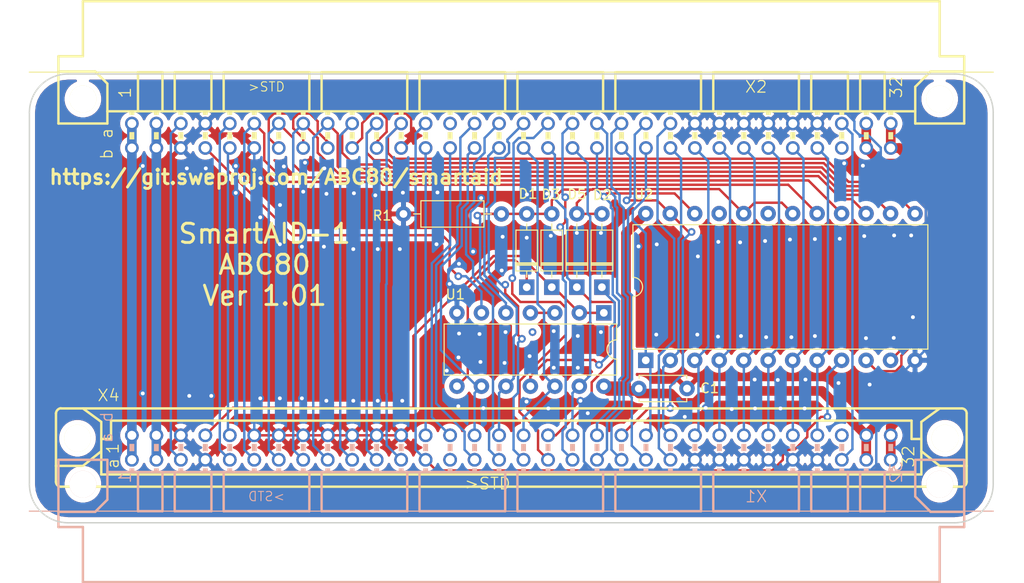
<source format=kicad_pcb>
(kicad_pcb (version 20171130) (host pcbnew 5.1.10-88a1d61d58~90~ubuntu20.04.1)

  (general
    (thickness 1.6)
    (drawings 10)
    (tracks 656)
    (zones 0)
    (modules 11)
    (nets 50)
  )

  (page A4)
  (title_block
    (title SmartAID)
    (date 2021-08-04)
    (rev V1.01)
    (company SweProj.com)
  )

  (layers
    (0 F.Cu signal)
    (31 B.Cu signal)
    (32 B.Adhes user)
    (33 F.Adhes user)
    (34 B.Paste user)
    (35 F.Paste user)
    (36 B.SilkS user)
    (37 F.SilkS user)
    (38 B.Mask user)
    (39 F.Mask user)
    (40 Dwgs.User user)
    (41 Cmts.User user)
    (42 Eco1.User user)
    (43 Eco2.User user)
    (44 Edge.Cuts user)
    (45 Margin user)
    (46 B.CrtYd user)
    (47 F.CrtYd user)
    (48 B.Fab user)
    (49 F.Fab user)
  )

  (setup
    (last_trace_width 0.25)
    (trace_clearance 0.2)
    (zone_clearance 0.508)
    (zone_45_only no)
    (trace_min 0.2)
    (via_size 0.8)
    (via_drill 0.4)
    (via_min_size 0.4)
    (via_min_drill 0.3)
    (uvia_size 0.3)
    (uvia_drill 0.1)
    (uvias_allowed no)
    (uvia_min_size 0.2)
    (uvia_min_drill 0.1)
    (edge_width 0.05)
    (segment_width 0.2)
    (pcb_text_width 0.3)
    (pcb_text_size 1.5 1.5)
    (mod_edge_width 0.12)
    (mod_text_size 1 1)
    (mod_text_width 0.15)
    (pad_size 1.524 1.524)
    (pad_drill 0.762)
    (pad_to_mask_clearance 0)
    (aux_axis_origin 0 0)
    (visible_elements FFFFFF7F)
    (pcbplotparams
      (layerselection 0x010fc_ffffffff)
      (usegerberextensions false)
      (usegerberattributes true)
      (usegerberadvancedattributes true)
      (creategerberjobfile true)
      (excludeedgelayer true)
      (linewidth 0.100000)
      (plotframeref false)
      (viasonmask false)
      (mode 1)
      (useauxorigin false)
      (hpglpennumber 1)
      (hpglpenspeed 20)
      (hpglpendiameter 15.000000)
      (psnegative false)
      (psa4output false)
      (plotreference true)
      (plotvalue true)
      (plotinvisibletext false)
      (padsonsilk false)
      (subtractmaskfromsilk false)
      (outputformat 1)
      (mirror false)
      (drillshape 1)
      (scaleselection 1)
      (outputdirectory ""))
  )

  (net 0 "")
  (net 1 /XA11)
  (net 2 "Net-(D1-Pad1)")
  (net 3 "Net-(D2-Pad1)")
  (net 4 /~XMEMFL)
  (net 5 /A11)
  (net 6 +5V)
  (net 7 GND)
  (net 8 /A8)
  (net 9 /D2)
  (net 10 /A9)
  (net 11 /D1)
  (net 12 /D0)
  (net 13 /A0)
  (net 14 /A1)
  (net 15 /A2)
  (net 16 /D7)
  (net 17 /A3)
  (net 18 /D6)
  (net 19 /A4)
  (net 20 /D5)
  (net 21 /A5)
  (net 22 /D4)
  (net 23 /A6)
  (net 24 /D3)
  (net 25 /A7)
  (net 26 /A10)
  (net 27 /A12)
  (net 28 "Net-(U1-Pad3)")
  (net 29 /A13)
  (net 30 /A14)
  (net 31 /+12V)
  (net 32 /A15)
  (net 33 /~INT)
  (net 34 /5)
  (net 35 /0v)
  (net 36 /-12V)
  (net 37 /READY)
  (net 38 /~CS)
  (net 39 /~OUT)
  (net 40 /~C1)
  (net 41 /~C2)
  (net 42 /~C3)
  (net 43 /~C4)
  (net 44 /~INP)
  (net 45 /~STATUS)
  (net 46 /~RST)
  (net 47 /~XMEMW)
  (net 48 /~RESIN)
  (net 49 /~XMEMFL_OUT)

  (net_class Default "This is the default net class."
    (clearance 0.2)
    (trace_width 0.25)
    (via_dia 0.8)
    (via_drill 0.4)
    (uvia_dia 0.3)
    (uvia_drill 0.1)
    (add_net +5V)
    (add_net /+12V)
    (add_net /-12V)
    (add_net /0v)
    (add_net /5)
    (add_net /A0)
    (add_net /A1)
    (add_net /A10)
    (add_net /A11)
    (add_net /A12)
    (add_net /A13)
    (add_net /A14)
    (add_net /A15)
    (add_net /A2)
    (add_net /A3)
    (add_net /A4)
    (add_net /A5)
    (add_net /A6)
    (add_net /A7)
    (add_net /A8)
    (add_net /A9)
    (add_net /D0)
    (add_net /D1)
    (add_net /D2)
    (add_net /D3)
    (add_net /D4)
    (add_net /D5)
    (add_net /D6)
    (add_net /D7)
    (add_net /READY)
    (add_net /XA11)
    (add_net /~C1)
    (add_net /~C2)
    (add_net /~C3)
    (add_net /~C4)
    (add_net /~CS)
    (add_net /~INP)
    (add_net /~INT)
    (add_net /~OUT)
    (add_net /~RESIN)
    (add_net /~RST)
    (add_net /~STATUS)
    (add_net /~XMEMFL)
    (add_net /~XMEMFL_OUT)
    (add_net /~XMEMW)
    (add_net GND)
    (add_net "Net-(D1-Pad1)")
    (add_net "Net-(D2-Pad1)")
    (add_net "Net-(U1-Pad3)")
  )

  (module Capacitor_THT:C_Disc_D4.7mm_W2.5mm_P5.00mm (layer F.Cu) (tedit 5AE50EF0) (tstamp 610A4EFC)
    (at 163.23 115.06)
    (descr "C, Disc series, Radial, pin pitch=5.00mm, , diameter*width=4.7*2.5mm^2, Capacitor, http://www.vishay.com/docs/45233/krseries.pdf")
    (tags "C Disc series Radial pin pitch 5.00mm  diameter 4.7mm width 2.5mm Capacitor")
    (path /61B8DC04)
    (fp_text reference C1 (at 7.35 -0.03) (layer F.SilkS)
      (effects (font (size 1 1) (thickness 0.15)))
    )
    (fp_text value 100nF (at 2.5 2.5) (layer F.Fab)
      (effects (font (size 1 1) (thickness 0.15)))
    )
    (fp_text user %R (at 2.5 0) (layer F.Fab)
      (effects (font (size 0.94 0.94) (thickness 0.141)))
    )
    (fp_line (start 0.15 -1.25) (end 0.15 1.25) (layer F.Fab) (width 0.1))
    (fp_line (start 0.15 1.25) (end 4.85 1.25) (layer F.Fab) (width 0.1))
    (fp_line (start 4.85 1.25) (end 4.85 -1.25) (layer F.Fab) (width 0.1))
    (fp_line (start 4.85 -1.25) (end 0.15 -1.25) (layer F.Fab) (width 0.1))
    (fp_line (start 0.03 -1.37) (end 4.97 -1.37) (layer F.SilkS) (width 0.12))
    (fp_line (start 0.03 1.37) (end 4.97 1.37) (layer F.SilkS) (width 0.12))
    (fp_line (start 0.03 -1.37) (end 0.03 -1.055) (layer F.SilkS) (width 0.12))
    (fp_line (start 0.03 1.055) (end 0.03 1.37) (layer F.SilkS) (width 0.12))
    (fp_line (start 4.97 -1.37) (end 4.97 -1.055) (layer F.SilkS) (width 0.12))
    (fp_line (start 4.97 1.055) (end 4.97 1.37) (layer F.SilkS) (width 0.12))
    (fp_line (start -1.05 -1.5) (end -1.05 1.5) (layer F.CrtYd) (width 0.05))
    (fp_line (start -1.05 1.5) (end 6.05 1.5) (layer F.CrtYd) (width 0.05))
    (fp_line (start 6.05 1.5) (end 6.05 -1.5) (layer F.CrtYd) (width 0.05))
    (fp_line (start 6.05 -1.5) (end -1.05 -1.5) (layer F.CrtYd) (width 0.05))
    (pad 2 thru_hole circle (at 5 0) (size 1.6 1.6) (drill 0.8) (layers *.Cu *.Mask)
      (net 7 GND))
    (pad 1 thru_hole circle (at 0 0) (size 1.6 1.6) (drill 0.8) (layers *.Cu *.Mask)
      (net 6 +5V))
    (model ${KISYS3DMOD}/Capacitor_THT.3dshapes/C_Disc_D4.7mm_W2.5mm_P5.00mm.wrl
      (at (xyz 0 0 0))
      (scale (xyz 1 1 1))
      (rotate (xyz 0 0 0))
    )
  )

  (module Resistor_THT:R_Axial_DIN0207_L6.3mm_D2.5mm_P10.16mm_Horizontal (layer F.Cu) (tedit 5AE5139B) (tstamp 610A3E17)
    (at 148.97 96.93 180)
    (descr "Resistor, Axial_DIN0207 series, Axial, Horizontal, pin pitch=10.16mm, 0.25W = 1/4W, length*diameter=6.3*2.5mm^2, http://cdn-reichelt.de/documents/datenblatt/B400/1_4W%23YAG.pdf")
    (tags "Resistor Axial_DIN0207 series Axial Horizontal pin pitch 10.16mm 0.25W = 1/4W length 6.3mm diameter 2.5mm")
    (path /61094B9D)
    (fp_text reference R1 (at 12.37 -0.17) (layer F.SilkS)
      (effects (font (size 1 1) (thickness 0.15)))
    )
    (fp_text value 2.2k (at 0.65 2.26) (layer F.SilkS) hide
      (effects (font (size 1 1) (thickness 0.15)))
    )
    (fp_text user %R (at 5.08 0) (layer F.Fab)
      (effects (font (size 1 1) (thickness 0.15)))
    )
    (fp_line (start 1.93 -1.25) (end 1.93 1.25) (layer F.Fab) (width 0.1))
    (fp_line (start 1.93 1.25) (end 8.23 1.25) (layer F.Fab) (width 0.1))
    (fp_line (start 8.23 1.25) (end 8.23 -1.25) (layer F.Fab) (width 0.1))
    (fp_line (start 8.23 -1.25) (end 1.93 -1.25) (layer F.Fab) (width 0.1))
    (fp_line (start 0 0) (end 1.93 0) (layer F.Fab) (width 0.1))
    (fp_line (start 10.16 0) (end 8.23 0) (layer F.Fab) (width 0.1))
    (fp_line (start 1.81 -1.37) (end 1.81 1.37) (layer F.SilkS) (width 0.12))
    (fp_line (start 1.81 1.37) (end 8.35 1.37) (layer F.SilkS) (width 0.12))
    (fp_line (start 8.35 1.37) (end 8.35 -1.37) (layer F.SilkS) (width 0.12))
    (fp_line (start 8.35 -1.37) (end 1.81 -1.37) (layer F.SilkS) (width 0.12))
    (fp_line (start 1.04 0) (end 1.81 0) (layer F.SilkS) (width 0.12))
    (fp_line (start 9.12 0) (end 8.35 0) (layer F.SilkS) (width 0.12))
    (fp_line (start -1.05 -1.5) (end -1.05 1.5) (layer F.CrtYd) (width 0.05))
    (fp_line (start -1.05 1.5) (end 11.21 1.5) (layer F.CrtYd) (width 0.05))
    (fp_line (start 11.21 1.5) (end 11.21 -1.5) (layer F.CrtYd) (width 0.05))
    (fp_line (start 11.21 -1.5) (end -1.05 -1.5) (layer F.CrtYd) (width 0.05))
    (pad 2 thru_hole oval (at 10.16 0 180) (size 1.6 1.6) (drill 0.8) (layers *.Cu *.Mask)
      (net 7 GND))
    (pad 1 thru_hole circle (at 0 0 180) (size 1.6 1.6) (drill 0.8) (layers *.Cu *.Mask)
      (net 1 /XA11))
    (model ${KISYS3DMOD}/Resistor_THT.3dshapes/R_Axial_DIN0207_L6.3mm_D2.5mm_P10.16mm_Horizontal.wrl
      (at (xyz 0 0 0))
      (scale (xyz 1 1 1))
      (rotate (xyz 0 0 0))
    )
  )

  (module Package_DIP:DIP-24_W15.24mm (layer F.Cu) (tedit 5A02E8C5) (tstamp 6108C4F2)
    (at 163.95 112.13 90)
    (descr "24-lead though-hole mounted DIP package, row spacing 15.24 mm (600 mils)")
    (tags "THT DIP DIL PDIP 2.54mm 15.24mm 600mil")
    (path /6109D8BE)
    (fp_text reference U2 (at 17.22 -0.22 180) (layer F.SilkS)
      (effects (font (size 1 1) (thickness 0.15)))
    )
    (fp_text value 27C32 (at 7.62 30.27 90) (layer F.Fab)
      (effects (font (size 1 1) (thickness 0.15)))
    )
    (fp_line (start 16.3 -1.55) (end -1.05 -1.55) (layer F.CrtYd) (width 0.05))
    (fp_line (start 16.3 29.5) (end 16.3 -1.55) (layer F.CrtYd) (width 0.05))
    (fp_line (start -1.05 29.5) (end 16.3 29.5) (layer F.CrtYd) (width 0.05))
    (fp_line (start -1.05 -1.55) (end -1.05 29.5) (layer F.CrtYd) (width 0.05))
    (fp_line (start 14.08 -1.33) (end 8.62 -1.33) (layer F.SilkS) (width 0.12))
    (fp_line (start 14.08 29.27) (end 14.08 -1.33) (layer F.SilkS) (width 0.12))
    (fp_line (start 1.16 29.27) (end 14.08 29.27) (layer F.SilkS) (width 0.12))
    (fp_line (start 1.16 -1.33) (end 1.16 29.27) (layer F.SilkS) (width 0.12))
    (fp_line (start 6.62 -1.33) (end 1.16 -1.33) (layer F.SilkS) (width 0.12))
    (fp_line (start 0.255 -0.27) (end 1.255 -1.27) (layer F.Fab) (width 0.1))
    (fp_line (start 0.255 29.21) (end 0.255 -0.27) (layer F.Fab) (width 0.1))
    (fp_line (start 14.985 29.21) (end 0.255 29.21) (layer F.Fab) (width 0.1))
    (fp_line (start 14.985 -1.27) (end 14.985 29.21) (layer F.Fab) (width 0.1))
    (fp_line (start 1.255 -1.27) (end 14.985 -1.27) (layer F.Fab) (width 0.1))
    (fp_text user %R (at 7.62 13.97 90) (layer F.Fab)
      (effects (font (size 1 1) (thickness 0.15)))
    )
    (fp_arc (start 7.62 -1.33) (end 6.62 -1.33) (angle -180) (layer F.SilkS) (width 0.12))
    (pad 24 thru_hole oval (at 15.24 0 90) (size 1.6 1.6) (drill 0.8) (layers *.Cu *.Mask)
      (net 6 +5V))
    (pad 12 thru_hole oval (at 0 27.94 90) (size 1.6 1.6) (drill 0.8) (layers *.Cu *.Mask)
      (net 7 GND))
    (pad 23 thru_hole oval (at 15.24 2.54 90) (size 1.6 1.6) (drill 0.8) (layers *.Cu *.Mask)
      (net 8 /A8))
    (pad 11 thru_hole oval (at 0 25.4 90) (size 1.6 1.6) (drill 0.8) (layers *.Cu *.Mask)
      (net 9 /D2))
    (pad 22 thru_hole oval (at 15.24 5.08 90) (size 1.6 1.6) (drill 0.8) (layers *.Cu *.Mask)
      (net 10 /A9))
    (pad 10 thru_hole oval (at 0 22.86 90) (size 1.6 1.6) (drill 0.8) (layers *.Cu *.Mask)
      (net 11 /D1))
    (pad 21 thru_hole oval (at 15.24 7.62 90) (size 1.6 1.6) (drill 0.8) (layers *.Cu *.Mask))
    (pad 9 thru_hole oval (at 0 20.32 90) (size 1.6 1.6) (drill 0.8) (layers *.Cu *.Mask)
      (net 12 /D0))
    (pad 20 thru_hole oval (at 15.24 10.16 90) (size 1.6 1.6) (drill 0.8) (layers *.Cu *.Mask)
      (net 1 /XA11))
    (pad 8 thru_hole oval (at 0 17.78 90) (size 1.6 1.6) (drill 0.8) (layers *.Cu *.Mask)
      (net 13 /A0))
    (pad 19 thru_hole oval (at 15.24 12.7 90) (size 1.6 1.6) (drill 0.8) (layers *.Cu *.Mask))
    (pad 7 thru_hole oval (at 0 15.24 90) (size 1.6 1.6) (drill 0.8) (layers *.Cu *.Mask)
      (net 14 /A1))
    (pad 18 thru_hole oval (at 15.24 15.24 90) (size 1.6 1.6) (drill 0.8) (layers *.Cu *.Mask)
      (net 1 /XA11))
    (pad 6 thru_hole oval (at 0 12.7 90) (size 1.6 1.6) (drill 0.8) (layers *.Cu *.Mask)
      (net 15 /A2))
    (pad 17 thru_hole oval (at 15.24 17.78 90) (size 1.6 1.6) (drill 0.8) (layers *.Cu *.Mask)
      (net 16 /D7))
    (pad 5 thru_hole oval (at 0 10.16 90) (size 1.6 1.6) (drill 0.8) (layers *.Cu *.Mask)
      (net 17 /A3))
    (pad 16 thru_hole oval (at 15.24 20.32 90) (size 1.6 1.6) (drill 0.8) (layers *.Cu *.Mask)
      (net 18 /D6))
    (pad 4 thru_hole oval (at 0 7.62 90) (size 1.6 1.6) (drill 0.8) (layers *.Cu *.Mask)
      (net 19 /A4))
    (pad 15 thru_hole oval (at 15.24 22.86 90) (size 1.6 1.6) (drill 0.8) (layers *.Cu *.Mask)
      (net 20 /D5))
    (pad 3 thru_hole oval (at 0 5.08 90) (size 1.6 1.6) (drill 0.8) (layers *.Cu *.Mask)
      (net 21 /A5))
    (pad 14 thru_hole oval (at 15.24 25.4 90) (size 1.6 1.6) (drill 0.8) (layers *.Cu *.Mask)
      (net 22 /D4))
    (pad 2 thru_hole oval (at 0 2.54 90) (size 1.6 1.6) (drill 0.8) (layers *.Cu *.Mask)
      (net 23 /A6))
    (pad 13 thru_hole oval (at 15.24 27.94 90) (size 1.6 1.6) (drill 0.8) (layers *.Cu *.Mask)
      (net 24 /D3))
    (pad 1 thru_hole rect (at 0 0 90) (size 1.6 1.6) (drill 0.8) (layers *.Cu *.Mask)
      (net 25 /A7))
    (model ${KISYS3DMOD}/Package_DIP.3dshapes/DIP-24_W15.24mm.wrl
      (at (xyz 0 0 0))
      (scale (xyz 1 1 1))
      (rotate (xyz 0 0 0))
    )
  )

  (module smartaid:MAB64B-FAB64Q (layer F.Cu) (tedit 0) (tstamp 6108D470)
    (at 150 85 90)
    (descr "<b>DIN 41612 CONNECTOR</b>\n<p>\nMale, 64 pins, type B, rows ab, grid 2.54 mm<br />\nFemale, 64 bits, type Q, rows ab, grid 2.54 mm<br />\nB mates with Q, but pin numbers reversed\n</p>")
    (path /62924678)
    (fp_text reference X2 (at 1.27 25.4) (layer F.SilkS)
      (effects (font (size 1.2065 1.2065) (thickness 0.12065)))
    )
    (fp_text value ABC-Bus (at 1.27 5.1054) (layer F.Fab)
      (effects (font (size 1.2065 1.2065) (thickness 0.12065)))
    )
    (fp_line (start 4.445 46.99) (end 4.445 44.45) (layer F.SilkS) (width 0.254))
    (fp_line (start 4.445 44.45) (end 10.16 44.45) (layer F.SilkS) (width 0.254))
    (fp_line (start 10.16 44.45) (end 10.16 -44.45) (layer F.SilkS) (width 0.254))
    (fp_line (start 10.16 -44.45) (end 4.445 -44.45) (layer F.SilkS) (width 0.254))
    (fp_line (start 4.445 -44.45) (end 4.445 -46.99) (layer F.SilkS) (width 0.254))
    (fp_line (start -2.54 -46.99) (end -2.54 -41.91) (layer F.SilkS) (width 0.254))
    (fp_line (start -2.54 -41.91) (end -1.27 -41.91) (layer F.SilkS) (width 0.254))
    (fp_line (start -1.27 -41.91) (end 1.6002 -41.91) (layer F.SilkS) (width 0.254))
    (fp_line (start 4.445 -46.99) (end 2.8702 -46.99) (layer F.SilkS) (width 0.254))
    (fp_line (start 2.8702 -46.99) (end -2.54 -46.99) (layer F.SilkS) (width 0.254))
    (fp_line (start 1.6002 -41.91) (end 2.8702 -43.18) (layer F.SilkS) (width 0.254))
    (fp_line (start 2.8702 -43.18) (end 2.8702 -46.99) (layer F.SilkS) (width 0.254))
    (fp_line (start -2.54 46.99) (end 2.8702 46.99) (layer F.SilkS) (width 0.254))
    (fp_line (start 2.8702 46.99) (end 4.445 46.99) (layer F.SilkS) (width 0.254))
    (fp_line (start 2.8702 43.5102) (end 1.27 41.91) (layer F.SilkS) (width 0.254))
    (fp_line (start 2.8702 43.5102) (end 2.8702 46.99) (layer F.SilkS) (width 0.254))
    (fp_line (start -2.54 41.91) (end -2.54 46.99) (layer F.SilkS) (width 0.254))
    (fp_line (start -2.54 41.91) (end -1.27 41.91) (layer F.SilkS) (width 0.254))
    (fp_line (start -1.27 41.91) (end 1.27 41.91) (layer F.SilkS) (width 0.254))
    (fp_line (start -1.27 -41.91) (end -1.27 -38.735) (layer F.SilkS) (width 0.254))
    (fp_line (start 2.794 -38.735) (end 2.794 -36.195) (layer F.SilkS) (width 0.254))
    (fp_line (start 2.794 -38.735) (end -1.27 -38.735) (layer F.SilkS) (width 0.254))
    (fp_line (start -1.27 -38.735) (end -1.27 -36.195) (layer F.SilkS) (width 0.254))
    (fp_line (start 2.794 -36.195) (end -1.27 -36.195) (layer F.SilkS) (width 0.254))
    (fp_line (start -1.27 -36.195) (end -1.27 -34.925) (layer F.SilkS) (width 0.254))
    (fp_line (start 2.794 -34.925) (end -1.27 -34.925) (layer F.SilkS) (width 0.254))
    (fp_line (start 2.794 -34.925) (end 2.794 -31.115) (layer F.SilkS) (width 0.254))
    (fp_line (start -1.27 -34.925) (end -1.27 -31.115) (layer F.SilkS) (width 0.254))
    (fp_line (start 2.794 -31.115) (end -1.27 -31.115) (layer F.SilkS) (width 0.254))
    (fp_line (start -1.27 -31.115) (end -1.27 -29.845) (layer F.SilkS) (width 0.254))
    (fp_line (start 2.794 -29.845) (end -1.27 -29.845) (layer F.SilkS) (width 0.254))
    (fp_line (start 2.794 -29.845) (end 2.794 -20.955) (layer F.SilkS) (width 0.254))
    (fp_line (start -1.27 -29.845) (end -1.27 -20.955) (layer F.SilkS) (width 0.254))
    (fp_line (start 2.794 -20.955) (end -1.27 -20.955) (layer F.SilkS) (width 0.254))
    (fp_line (start -1.27 -20.955) (end -1.27 -19.685) (layer F.SilkS) (width 0.254))
    (fp_line (start 2.794 -19.685) (end -1.27 -19.685) (layer F.SilkS) (width 0.254))
    (fp_line (start 2.794 -19.685) (end 2.794 -10.795) (layer F.SilkS) (width 0.254))
    (fp_line (start -1.27 -19.685) (end -1.27 -10.795) (layer F.SilkS) (width 0.254))
    (fp_line (start 2.794 -10.795) (end -1.27 -10.795) (layer F.SilkS) (width 0.254))
    (fp_line (start -1.27 -10.795) (end -1.27 -9.525) (layer F.SilkS) (width 0.254))
    (fp_line (start 2.794 -9.525) (end -1.27 -9.525) (layer F.SilkS) (width 0.254))
    (fp_line (start 2.794 -9.525) (end 2.794 -0.635) (layer F.SilkS) (width 0.254))
    (fp_line (start -1.27 -9.525) (end -1.27 -0.635) (layer F.SilkS) (width 0.254))
    (fp_line (start 2.794 -0.635) (end -1.27 -0.635) (layer F.SilkS) (width 0.254))
    (fp_line (start -1.27 -0.635) (end -1.27 0.635) (layer F.SilkS) (width 0.254))
    (fp_line (start 2.794 0.635) (end -1.27 0.635) (layer F.SilkS) (width 0.254))
    (fp_line (start 2.794 0.635) (end 2.794 9.525) (layer F.SilkS) (width 0.254))
    (fp_line (start -1.27 0.635) (end -1.27 9.525) (layer F.SilkS) (width 0.254))
    (fp_line (start 2.794 9.525) (end -1.27 9.525) (layer F.SilkS) (width 0.254))
    (fp_line (start -1.27 9.525) (end -1.27 10.795) (layer F.SilkS) (width 0.254))
    (fp_line (start 2.794 10.795) (end -1.27 10.795) (layer F.SilkS) (width 0.254))
    (fp_line (start 2.794 10.795) (end 2.794 19.685) (layer F.SilkS) (width 0.254))
    (fp_line (start -1.27 10.795) (end -1.27 19.685) (layer F.SilkS) (width 0.254))
    (fp_line (start 2.794 19.685) (end -1.27 19.685) (layer F.SilkS) (width 0.254))
    (fp_line (start -1.27 19.685) (end -1.27 20.955) (layer F.SilkS) (width 0.254))
    (fp_line (start 2.794 20.955) (end -1.27 20.955) (layer F.SilkS) (width 0.254))
    (fp_line (start 2.794 20.955) (end 2.794 29.845) (layer F.SilkS) (width 0.254))
    (fp_line (start -1.27 20.955) (end -1.27 29.845) (layer F.SilkS) (width 0.254))
    (fp_line (start 2.794 29.845) (end -1.27 29.845) (layer F.SilkS) (width 0.254))
    (fp_line (start -1.27 29.845) (end -1.27 31.115) (layer F.SilkS) (width 0.254))
    (fp_line (start 2.794 31.115) (end -1.27 31.115) (layer F.SilkS) (width 0.254))
    (fp_line (start 2.794 31.115) (end 2.794 34.925) (layer F.SilkS) (width 0.254))
    (fp_line (start -1.27 31.115) (end -1.27 34.925) (layer F.SilkS) (width 0.254))
    (fp_line (start 2.794 34.925) (end -1.27 34.925) (layer F.SilkS) (width 0.254))
    (fp_line (start -1.27 34.925) (end -1.27 36.195) (layer F.SilkS) (width 0.254))
    (fp_line (start 2.794 36.195) (end -1.27 36.195) (layer F.SilkS) (width 0.254))
    (fp_line (start 2.794 36.195) (end 2.794 38.735) (layer F.SilkS) (width 0.254))
    (fp_line (start -1.27 36.195) (end -1.27 38.735) (layer F.SilkS) (width 0.254))
    (fp_line (start 2.794 38.735) (end -1.27 38.735) (layer F.SilkS) (width 0.254))
    (fp_line (start -1.27 38.735) (end -1.27 41.91) (layer F.SilkS) (width 0.254))
    (fp_line (start 2.794 50.0126) (end 2.794 -50.0126) (layer F.SilkS) (width 0.12))
    (fp_circle (center 0 -44.45) (end 1.27 -44.45) (layer F.SilkS) (width 0.254))
    (fp_circle (center 0 44.45) (end 1.27 44.45) (layer F.SilkS) (width 0.254))
    (fp_poly (pts (xy -1.651 -39.116) (xy -1.27 -39.116) (xy -1.27 -39.624) (xy -1.651 -39.624)) (layer F.SilkS) (width 0))
    (fp_poly (pts (xy -3.429 -39.116) (xy -1.651 -39.116) (xy -1.651 -39.624) (xy -3.429 -39.624)) (layer F.Fab) (width 0))
    (fp_poly (pts (xy -5.334 -39.116) (xy -4.191 -39.116) (xy -4.191 -39.624) (xy -5.334 -39.624)) (layer F.Fab) (width 0))
    (fp_poly (pts (xy -1.651 -36.576) (xy -1.27 -36.576) (xy -1.27 -37.084) (xy -1.651 -37.084)) (layer F.SilkS) (width 0))
    (fp_poly (pts (xy -3.429 -36.576) (xy -1.651 -36.576) (xy -1.651 -37.084) (xy -3.429 -37.084)) (layer F.Fab) (width 0))
    (fp_poly (pts (xy -5.334 -36.576) (xy -4.191 -36.576) (xy -4.191 -37.084) (xy -5.334 -37.084)) (layer F.Fab) (width 0))
    (fp_poly (pts (xy -5.334 -34.036) (xy -4.191 -34.036) (xy -4.191 -34.544) (xy -5.334 -34.544)) (layer F.Fab) (width 0))
    (fp_poly (pts (xy -1.651 -34.036) (xy -1.27 -34.036) (xy -1.27 -34.544) (xy -1.651 -34.544)) (layer F.SilkS) (width 0))
    (fp_poly (pts (xy -3.429 -34.036) (xy -1.651 -34.036) (xy -1.651 -34.544) (xy -3.429 -34.544)) (layer F.Fab) (width 0))
    (fp_poly (pts (xy -1.651 -31.496) (xy -1.27 -31.496) (xy -1.27 -32.004) (xy -1.651 -32.004)) (layer F.SilkS) (width 0))
    (fp_poly (pts (xy -3.429 -31.496) (xy -1.651 -31.496) (xy -1.651 -32.004) (xy -3.429 -32.004)) (layer F.Fab) (width 0))
    (fp_poly (pts (xy -5.334 -31.496) (xy -4.191 -31.496) (xy -4.191 -32.004) (xy -5.334 -32.004)) (layer F.Fab) (width 0))
    (fp_poly (pts (xy -1.651 -28.956) (xy -1.27 -28.956) (xy -1.27 -29.464) (xy -1.651 -29.464)) (layer F.SilkS) (width 0))
    (fp_poly (pts (xy -1.651 -26.416) (xy -1.27 -26.416) (xy -1.27 -26.924) (xy -1.651 -26.924)) (layer F.SilkS) (width 0))
    (fp_poly (pts (xy -3.429 -28.956) (xy -1.651 -28.956) (xy -1.651 -29.464) (xy -3.429 -29.464)) (layer F.Fab) (width 0))
    (fp_poly (pts (xy -3.429 -26.416) (xy -1.651 -26.416) (xy -1.651 -26.924) (xy -3.429 -26.924)) (layer F.Fab) (width 0))
    (fp_poly (pts (xy -5.334 -28.956) (xy -4.191 -28.956) (xy -4.191 -29.464) (xy -5.334 -29.464)) (layer F.Fab) (width 0))
    (fp_poly (pts (xy -5.334 -26.416) (xy -4.191 -26.416) (xy -4.191 -26.924) (xy -5.334 -26.924)) (layer F.Fab) (width 0))
    (fp_poly (pts (xy -5.334 -23.876) (xy -4.191 -23.876) (xy -4.191 -24.384) (xy -5.334 -24.384)) (layer F.Fab) (width 0))
    (fp_poly (pts (xy -1.651 -23.876) (xy -1.27 -23.876) (xy -1.27 -24.384) (xy -1.651 -24.384)) (layer F.SilkS) (width 0))
    (fp_poly (pts (xy -3.429 -23.876) (xy -1.651 -23.876) (xy -1.651 -24.384) (xy -3.429 -24.384)) (layer F.Fab) (width 0))
    (fp_poly (pts (xy -3.429 -21.336) (xy -1.651 -21.336) (xy -1.651 -21.844) (xy -3.429 -21.844)) (layer F.Fab) (width 0))
    (fp_poly (pts (xy -1.651 -21.336) (xy -1.27 -21.336) (xy -1.27 -21.844) (xy -1.651 -21.844)) (layer F.SilkS) (width 0))
    (fp_poly (pts (xy -5.334 -21.336) (xy -4.191 -21.336) (xy -4.191 -21.844) (xy -5.334 -21.844)) (layer F.Fab) (width 0))
    (fp_poly (pts (xy -3.429 -18.796) (xy -1.651 -18.796) (xy -1.651 -19.304) (xy -3.429 -19.304)) (layer F.Fab) (width 0))
    (fp_poly (pts (xy -1.651 -18.796) (xy -1.27 -18.796) (xy -1.27 -19.304) (xy -1.651 -19.304)) (layer F.SilkS) (width 0))
    (fp_poly (pts (xy -5.334 -18.796) (xy -4.191 -18.796) (xy -4.191 -19.304) (xy -5.334 -19.304)) (layer F.Fab) (width 0))
    (fp_poly (pts (xy -1.651 -16.256) (xy -1.27 -16.256) (xy -1.27 -16.764) (xy -1.651 -16.764)) (layer F.SilkS) (width 0))
    (fp_poly (pts (xy -3.429 -16.256) (xy -1.651 -16.256) (xy -1.651 -16.764) (xy -3.429 -16.764)) (layer F.Fab) (width 0))
    (fp_poly (pts (xy -5.334 -16.256) (xy -4.191 -16.256) (xy -4.191 -16.764) (xy -5.334 -16.764)) (layer F.Fab) (width 0))
    (fp_poly (pts (xy -5.334 -13.716) (xy -4.191 -13.716) (xy -4.191 -14.224) (xy -5.334 -14.224)) (layer F.Fab) (width 0))
    (fp_poly (pts (xy -3.429 -13.716) (xy -1.651 -13.716) (xy -1.651 -14.224) (xy -3.429 -14.224)) (layer F.Fab) (width 0))
    (fp_poly (pts (xy -1.651 -13.716) (xy -1.27 -13.716) (xy -1.27 -14.224) (xy -1.651 -14.224)) (layer F.SilkS) (width 0))
    (fp_poly (pts (xy -3.429 -11.176) (xy -1.651 -11.176) (xy -1.651 -11.684) (xy -3.429 -11.684)) (layer F.Fab) (width 0))
    (fp_poly (pts (xy -3.429 -8.636) (xy -1.651 -8.636) (xy -1.651 -9.144) (xy -3.429 -9.144)) (layer F.Fab) (width 0))
    (fp_poly (pts (xy -1.651 -11.176) (xy -1.27 -11.176) (xy -1.27 -11.684) (xy -1.651 -11.684)) (layer F.SilkS) (width 0))
    (fp_poly (pts (xy -1.651 -8.636) (xy -1.27 -8.636) (xy -1.27 -9.144) (xy -1.651 -9.144)) (layer F.SilkS) (width 0))
    (fp_poly (pts (xy -5.334 -11.176) (xy -4.191 -11.176) (xy -4.191 -11.684) (xy -5.334 -11.684)) (layer F.Fab) (width 0))
    (fp_poly (pts (xy -5.334 -8.636) (xy -4.191 -8.636) (xy -4.191 -9.144) (xy -5.334 -9.144)) (layer F.Fab) (width 0))
    (fp_poly (pts (xy -5.334 -6.096) (xy -4.191 -6.096) (xy -4.191 -6.604) (xy -5.334 -6.604)) (layer F.Fab) (width 0))
    (fp_poly (pts (xy -3.429 -6.096) (xy -1.651 -6.096) (xy -1.651 -6.604) (xy -3.429 -6.604)) (layer F.Fab) (width 0))
    (fp_poly (pts (xy -3.429 -3.556) (xy -1.651 -3.556) (xy -1.651 -4.064) (xy -3.429 -4.064)) (layer F.Fab) (width 0))
    (fp_poly (pts (xy -1.651 -6.096) (xy -1.27 -6.096) (xy -1.27 -6.604) (xy -1.651 -6.604)) (layer F.SilkS) (width 0))
    (fp_poly (pts (xy -1.651 -3.556) (xy -1.27 -3.556) (xy -1.27 -4.064) (xy -1.651 -4.064)) (layer F.SilkS) (width 0))
    (fp_poly (pts (xy -5.334 -3.556) (xy -4.191 -3.556) (xy -4.191 -4.064) (xy -5.334 -4.064)) (layer F.Fab) (width 0))
    (fp_poly (pts (xy -5.334 -1.016) (xy -4.191 -1.016) (xy -4.191 -1.524) (xy -5.334 -1.524)) (layer F.Fab) (width 0))
    (fp_poly (pts (xy -3.429 -1.016) (xy -1.651 -1.016) (xy -1.651 -1.524) (xy -3.429 -1.524)) (layer F.Fab) (width 0))
    (fp_poly (pts (xy -1.651 -1.016) (xy -1.27 -1.016) (xy -1.27 -1.524) (xy -1.651 -1.524)) (layer F.SilkS) (width 0))
    (fp_poly (pts (xy -1.651 1.524) (xy -1.27 1.524) (xy -1.27 1.016) (xy -1.651 1.016)) (layer F.SilkS) (width 0))
    (fp_poly (pts (xy -3.429 1.524) (xy -1.651 1.524) (xy -1.651 1.016) (xy -3.429 1.016)) (layer F.Fab) (width 0))
    (fp_poly (pts (xy -5.334 1.524) (xy -4.191 1.524) (xy -4.191 1.016) (xy -5.334 1.016)) (layer F.Fab) (width 0))
    (fp_poly (pts (xy -1.651 4.064) (xy -1.27 4.064) (xy -1.27 3.556) (xy -1.651 3.556)) (layer F.SilkS) (width 0))
    (fp_poly (pts (xy -3.429 4.064) (xy -1.651 4.064) (xy -1.651 3.556) (xy -3.429 3.556)) (layer F.Fab) (width 0))
    (fp_poly (pts (xy -5.334 4.064) (xy -4.191 4.064) (xy -4.191 3.556) (xy -5.334 3.556)) (layer F.Fab) (width 0))
    (fp_poly (pts (xy -3.429 6.604) (xy -1.651 6.604) (xy -1.651 6.096) (xy -3.429 6.096)) (layer F.Fab) (width 0))
    (fp_poly (pts (xy -1.651 6.604) (xy -1.27 6.604) (xy -1.27 6.096) (xy -1.651 6.096)) (layer F.SilkS) (width 0))
    (fp_poly (pts (xy -5.334 6.604) (xy -4.191 6.604) (xy -4.191 6.096) (xy -5.334 6.096)) (layer F.Fab) (width 0))
    (fp_poly (pts (xy -5.334 9.144) (xy -4.191 9.144) (xy -4.191 8.636) (xy -5.334 8.636)) (layer F.Fab) (width 0))
    (fp_poly (pts (xy -3.429 9.144) (xy -1.651 9.144) (xy -1.651 8.636) (xy -3.429 8.636)) (layer F.Fab) (width 0))
    (fp_poly (pts (xy -1.651 9.144) (xy -1.27 9.144) (xy -1.27 8.636) (xy -1.651 8.636)) (layer F.SilkS) (width 0))
    (fp_poly (pts (xy -1.651 11.684) (xy -1.27 11.684) (xy -1.27 11.176) (xy -1.651 11.176)) (layer F.SilkS) (width 0))
    (fp_poly (pts (xy -1.651 14.224) (xy -1.27 14.224) (xy -1.27 13.716) (xy -1.651 13.716)) (layer F.SilkS) (width 0))
    (fp_poly (pts (xy -3.429 11.684) (xy -1.651 11.684) (xy -1.651 11.176) (xy -3.429 11.176)) (layer F.Fab) (width 0))
    (fp_poly (pts (xy -5.334 11.684) (xy -4.191 11.684) (xy -4.191 11.176) (xy -5.334 11.176)) (layer F.Fab) (width 0))
    (fp_poly (pts (xy -3.429 16.764) (xy -1.651 16.764) (xy -1.651 16.256) (xy -3.429 16.256)) (layer F.Fab) (width 0))
    (fp_poly (pts (xy -1.651 16.764) (xy -1.27 16.764) (xy -1.27 16.256) (xy -1.651 16.256)) (layer F.SilkS) (width 0))
    (fp_poly (pts (xy -5.334 16.764) (xy -4.191 16.764) (xy -4.191 16.256) (xy -5.334 16.256)) (layer F.Fab) (width 0))
    (fp_poly (pts (xy -3.429 14.224) (xy -1.651 14.224) (xy -1.651 13.716) (xy -3.429 13.716)) (layer F.Fab) (width 0))
    (fp_poly (pts (xy -5.334 14.224) (xy -4.191 14.224) (xy -4.191 13.716) (xy -5.334 13.716)) (layer F.Fab) (width 0))
    (fp_poly (pts (xy -3.429 19.304) (xy -1.651 19.304) (xy -1.651 18.796) (xy -3.429 18.796)) (layer F.Fab) (width 0))
    (fp_poly (pts (xy -1.651 19.304) (xy -1.27 19.304) (xy -1.27 18.796) (xy -1.651 18.796)) (layer F.SilkS) (width 0))
    (fp_poly (pts (xy -5.334 19.304) (xy -4.191 19.304) (xy -4.191 18.796) (xy -5.334 18.796)) (layer F.Fab) (width 0))
    (fp_poly (pts (xy -5.334 21.844) (xy -4.191 21.844) (xy -4.191 21.336) (xy -5.334 21.336)) (layer F.Fab) (width 0))
    (fp_poly (pts (xy -3.429 21.844) (xy -1.651 21.844) (xy -1.651 21.336) (xy -3.429 21.336)) (layer F.Fab) (width 0))
    (fp_poly (pts (xy -1.651 21.844) (xy -1.27 21.844) (xy -1.27 21.336) (xy -1.651 21.336)) (layer F.SilkS) (width 0))
    (fp_poly (pts (xy -3.429 24.384) (xy -1.651 24.384) (xy -1.651 23.876) (xy -3.429 23.876)) (layer F.Fab) (width 0))
    (fp_poly (pts (xy -1.651 24.384) (xy -1.27 24.384) (xy -1.27 23.876) (xy -1.651 23.876)) (layer F.SilkS) (width 0))
    (fp_poly (pts (xy -5.334 24.384) (xy -4.191 24.384) (xy -4.191 23.876) (xy -5.334 23.876)) (layer F.Fab) (width 0))
    (fp_poly (pts (xy -3.429 26.924) (xy -1.651 26.924) (xy -1.651 26.416) (xy -3.429 26.416)) (layer F.Fab) (width 0))
    (fp_poly (pts (xy -1.651 26.924) (xy -1.27 26.924) (xy -1.27 26.416) (xy -1.651 26.416)) (layer F.SilkS) (width 0))
    (fp_poly (pts (xy -5.334 26.924) (xy -4.191 26.924) (xy -4.191 26.416) (xy -5.334 26.416)) (layer F.Fab) (width 0))
    (fp_poly (pts (xy -3.429 29.464) (xy -1.651 29.464) (xy -1.651 28.956) (xy -3.429 28.956)) (layer F.Fab) (width 0))
    (fp_poly (pts (xy -1.651 29.464) (xy -1.27 29.464) (xy -1.27 28.956) (xy -1.651 28.956)) (layer F.SilkS) (width 0))
    (fp_poly (pts (xy -5.334 29.464) (xy -4.191 29.464) (xy -4.191 28.956) (xy -5.334 28.956)) (layer F.Fab) (width 0))
    (fp_poly (pts (xy -5.334 32.004) (xy -4.191 32.004) (xy -4.191 31.496) (xy -5.334 31.496)) (layer F.Fab) (width 0))
    (fp_poly (pts (xy -3.429 32.004) (xy -1.651 32.004) (xy -1.651 31.496) (xy -3.429 31.496)) (layer F.Fab) (width 0))
    (fp_poly (pts (xy -1.651 32.004) (xy -1.27 32.004) (xy -1.27 31.496) (xy -1.651 31.496)) (layer F.SilkS) (width 0))
    (fp_poly (pts (xy -1.651 34.544) (xy -1.27 34.544) (xy -1.27 34.036) (xy -1.651 34.036)) (layer F.SilkS) (width 0))
    (fp_poly (pts (xy -3.429 34.544) (xy -1.651 34.544) (xy -1.651 34.036) (xy -3.429 34.036)) (layer F.Fab) (width 0))
    (fp_poly (pts (xy -5.334 34.544) (xy -4.191 34.544) (xy -4.191 34.036) (xy -5.334 34.036)) (layer F.Fab) (width 0))
    (fp_poly (pts (xy -5.334 37.084) (xy -4.191 37.084) (xy -4.191 36.576) (xy -5.334 36.576)) (layer F.Fab) (width 0))
    (fp_poly (pts (xy -3.429 37.084) (xy -1.651 37.084) (xy -1.651 36.576) (xy -3.429 36.576)) (layer F.Fab) (width 0))
    (fp_poly (pts (xy -1.651 37.084) (xy -1.27 37.084) (xy -1.27 36.576) (xy -1.651 36.576)) (layer F.SilkS) (width 0))
    (fp_poly (pts (xy -3.429 39.624) (xy -1.651 39.624) (xy -1.651 39.116) (xy -3.429 39.116)) (layer F.Fab) (width 0))
    (fp_poly (pts (xy -1.651 39.624) (xy -1.27 39.624) (xy -1.27 39.116) (xy -1.651 39.116)) (layer F.SilkS) (width 0))
    (fp_poly (pts (xy -5.334 39.624) (xy -4.191 39.624) (xy -4.191 39.116) (xy -5.334 39.116)) (layer F.Fab) (width 0))
    (fp_poly (pts (xy -4.191 -39.116) (xy -3.429 -39.116) (xy -3.429 -39.624) (xy -4.191 -39.624)) (layer F.SilkS) (width 0))
    (fp_poly (pts (xy -4.191 -36.576) (xy -3.429 -36.576) (xy -3.429 -37.084) (xy -4.191 -37.084)) (layer F.SilkS) (width 0))
    (fp_poly (pts (xy -4.191 -34.036) (xy -3.429 -34.036) (xy -3.429 -34.544) (xy -4.191 -34.544)) (layer F.SilkS) (width 0))
    (fp_poly (pts (xy -4.191 -31.496) (xy -3.429 -31.496) (xy -3.429 -32.004) (xy -4.191 -32.004)) (layer F.SilkS) (width 0))
    (fp_poly (pts (xy -4.191 -28.956) (xy -3.429 -28.956) (xy -3.429 -29.464) (xy -4.191 -29.464)) (layer F.SilkS) (width 0))
    (fp_poly (pts (xy -4.191 -26.416) (xy -3.429 -26.416) (xy -3.429 -26.924) (xy -4.191 -26.924)) (layer F.SilkS) (width 0))
    (fp_poly (pts (xy -4.191 -23.876) (xy -3.429 -23.876) (xy -3.429 -24.384) (xy -4.191 -24.384)) (layer F.SilkS) (width 0))
    (fp_poly (pts (xy -4.191 -21.336) (xy -3.429 -21.336) (xy -3.429 -21.844) (xy -4.191 -21.844)) (layer F.SilkS) (width 0))
    (fp_poly (pts (xy -4.191 -18.796) (xy -3.429 -18.796) (xy -3.429 -19.304) (xy -4.191 -19.304)) (layer F.SilkS) (width 0))
    (fp_poly (pts (xy -4.191 -16.256) (xy -3.429 -16.256) (xy -3.429 -16.764) (xy -4.191 -16.764)) (layer F.SilkS) (width 0))
    (fp_poly (pts (xy -4.191 -13.716) (xy -3.429 -13.716) (xy -3.429 -14.224) (xy -4.191 -14.224)) (layer F.SilkS) (width 0))
    (fp_poly (pts (xy -4.191 -11.176) (xy -3.429 -11.176) (xy -3.429 -11.684) (xy -4.191 -11.684)) (layer F.SilkS) (width 0))
    (fp_poly (pts (xy -4.191 -8.636) (xy -3.429 -8.636) (xy -3.429 -9.144) (xy -4.191 -9.144)) (layer F.SilkS) (width 0))
    (fp_poly (pts (xy -4.191 -6.096) (xy -3.429 -6.096) (xy -3.429 -6.604) (xy -4.191 -6.604)) (layer F.SilkS) (width 0))
    (fp_poly (pts (xy -4.191 -3.556) (xy -3.429 -3.556) (xy -3.429 -4.064) (xy -4.191 -4.064)) (layer F.SilkS) (width 0))
    (fp_poly (pts (xy -4.191 -1.016) (xy -3.429 -1.016) (xy -3.429 -1.524) (xy -4.191 -1.524)) (layer F.SilkS) (width 0))
    (fp_poly (pts (xy -4.191 1.524) (xy -3.429 1.524) (xy -3.429 1.016) (xy -4.191 1.016)) (layer F.SilkS) (width 0))
    (fp_poly (pts (xy -4.191 4.064) (xy -3.429 4.064) (xy -3.429 3.556) (xy -4.191 3.556)) (layer F.SilkS) (width 0))
    (fp_poly (pts (xy -4.191 6.604) (xy -3.429 6.604) (xy -3.429 6.096) (xy -4.191 6.096)) (layer F.SilkS) (width 0))
    (fp_poly (pts (xy -4.191 9.144) (xy -3.429 9.144) (xy -3.429 8.636) (xy -4.191 8.636)) (layer F.SilkS) (width 0))
    (fp_poly (pts (xy -4.191 11.684) (xy -3.429 11.684) (xy -3.429 11.176) (xy -4.191 11.176)) (layer F.SilkS) (width 0))
    (fp_poly (pts (xy -4.191 14.224) (xy -3.429 14.224) (xy -3.429 13.716) (xy -4.191 13.716)) (layer F.SilkS) (width 0))
    (fp_poly (pts (xy -4.191 16.764) (xy -3.429 16.764) (xy -3.429 16.256) (xy -4.191 16.256)) (layer F.SilkS) (width 0))
    (fp_poly (pts (xy -4.191 19.304) (xy -3.429 19.304) (xy -3.429 18.796) (xy -4.191 18.796)) (layer F.SilkS) (width 0))
    (fp_poly (pts (xy -4.191 21.844) (xy -3.429 21.844) (xy -3.429 21.336) (xy -4.191 21.336)) (layer F.SilkS) (width 0))
    (fp_poly (pts (xy -4.191 24.384) (xy -3.429 24.384) (xy -3.429 23.876) (xy -4.191 23.876)) (layer F.SilkS) (width 0))
    (fp_poly (pts (xy -4.191 26.924) (xy -3.429 26.924) (xy -3.429 26.416) (xy -4.191 26.416)) (layer F.SilkS) (width 0))
    (fp_poly (pts (xy -4.191 29.464) (xy -3.429 29.464) (xy -3.429 28.956) (xy -4.191 28.956)) (layer F.SilkS) (width 0))
    (fp_poly (pts (xy -4.191 32.004) (xy -3.429 32.004) (xy -3.429 31.496) (xy -4.191 31.496)) (layer F.SilkS) (width 0))
    (fp_poly (pts (xy -4.191 34.544) (xy -3.429 34.544) (xy -3.429 34.036) (xy -4.191 34.036)) (layer F.SilkS) (width 0))
    (fp_poly (pts (xy -4.191 37.084) (xy -3.429 37.084) (xy -3.429 36.576) (xy -4.191 36.576)) (layer F.SilkS) (width 0))
    (fp_poly (pts (xy -4.191 39.624) (xy -3.429 39.624) (xy -3.429 39.116) (xy -4.191 39.116)) (layer F.SilkS) (width 0))
    (fp_text user >STD (at 1.27 -25.4) (layer F.SilkS)
      (effects (font (size 0.9652 0.9652) (thickness 0.1016)))
    )
    (fp_text user 32 (at 0 40.64 90) (layer F.SilkS)
      (effects (font (size 1.2065 1.2065) (thickness 0.127)) (justify left bottom))
    )
    (fp_text user b (at -6.35 -41.275 90) (layer F.SilkS)
      (effects (font (size 1.2065 1.2065) (thickness 0.127)) (justify left bottom))
    )
    (fp_text user 1 (at 0 -39.37 90) (layer F.SilkS)
      (effects (font (size 1.2065 1.2065) (thickness 0.127)) (justify left bottom))
    )
    (fp_text user a (at -4.191 -41.275 90) (layer F.SilkS)
      (effects (font (size 1.2065 1.2065) (thickness 0.127)) (justify left bottom))
    )
    (pad "" np_thru_hole circle (at 0 44.45 90) (size 2.794 2.794) (drill 2.794) (layers *.Cu *.Mask))
    (pad "" np_thru_hole circle (at 0 -44.45 90) (size 2.794 2.794) (drill 2.794) (layers *.Cu *.Mask))
    (pad B32 thru_hole circle (at -5.08 39.37 90) (size 1.4224 1.4224) (drill 0.9144) (layers *.Cu *.Mask)
      (net 31 /+12V) (solder_mask_margin 0.1016))
    (pad B31 thru_hole circle (at -5.08 36.83 90) (size 1.4224 1.4224) (drill 0.9144) (layers *.Cu *.Mask)
      (net 6 +5V) (solder_mask_margin 0.1016))
    (pad B30 thru_hole circle (at -5.08 34.29 90) (size 1.4224 1.4224) (drill 0.9144) (layers *.Cu *.Mask)
      (solder_mask_margin 0.1016))
    (pad B29 thru_hole circle (at -5.08 31.75 90) (size 1.4224 1.4224) (drill 0.9144) (layers *.Cu *.Mask)
      (net 13 /A0) (solder_mask_margin 0.1016))
    (pad B28 thru_hole circle (at -5.08 29.21 90) (size 1.4224 1.4224) (drill 0.9144) (layers *.Cu *.Mask)
      (net 14 /A1) (solder_mask_margin 0.1016))
    (pad B27 thru_hole circle (at -5.08 26.67 90) (size 1.4224 1.4224) (drill 0.9144) (layers *.Cu *.Mask)
      (net 15 /A2) (solder_mask_margin 0.1016))
    (pad B26 thru_hole circle (at -5.08 24.13 90) (size 1.4224 1.4224) (drill 0.9144) (layers *.Cu *.Mask)
      (net 17 /A3) (solder_mask_margin 0.1016))
    (pad B25 thru_hole circle (at -5.08 21.59 90) (size 1.4224 1.4224) (drill 0.9144) (layers *.Cu *.Mask)
      (net 19 /A4) (solder_mask_margin 0.1016))
    (pad B24 thru_hole circle (at -5.08 19.05 90) (size 1.4224 1.4224) (drill 0.9144) (layers *.Cu *.Mask)
      (net 21 /A5) (solder_mask_margin 0.1016))
    (pad B23 thru_hole circle (at -5.08 16.51 90) (size 1.4224 1.4224) (drill 0.9144) (layers *.Cu *.Mask)
      (net 23 /A6) (solder_mask_margin 0.1016))
    (pad B22 thru_hole circle (at -5.08 13.97 90) (size 1.4224 1.4224) (drill 0.9144) (layers *.Cu *.Mask)
      (net 25 /A7) (solder_mask_margin 0.1016))
    (pad B21 thru_hole circle (at -5.08 11.43 90) (size 1.4224 1.4224) (drill 0.9144) (layers *.Cu *.Mask)
      (net 8 /A8) (solder_mask_margin 0.1016))
    (pad B20 thru_hole circle (at -5.08 8.89 90) (size 1.4224 1.4224) (drill 0.9144) (layers *.Cu *.Mask)
      (net 10 /A9) (solder_mask_margin 0.1016))
    (pad B19 thru_hole circle (at -5.08 6.35 90) (size 1.4224 1.4224) (drill 0.9144) (layers *.Cu *.Mask)
      (net 26 /A10) (solder_mask_margin 0.1016))
    (pad B18 thru_hole circle (at -5.08 3.81 90) (size 1.4224 1.4224) (drill 0.9144) (layers *.Cu *.Mask)
      (net 5 /A11) (solder_mask_margin 0.1016))
    (pad B17 thru_hole circle (at -5.08 1.27 90) (size 1.4224 1.4224) (drill 0.9144) (layers *.Cu *.Mask)
      (net 27 /A12) (solder_mask_margin 0.1016))
    (pad B16 thru_hole circle (at -5.08 -1.27 90) (size 1.4224 1.4224) (drill 0.9144) (layers *.Cu *.Mask)
      (net 29 /A13) (solder_mask_margin 0.1016))
    (pad B15 thru_hole circle (at -5.08 -3.81 90) (size 1.4224 1.4224) (drill 0.9144) (layers *.Cu *.Mask)
      (net 30 /A14) (solder_mask_margin 0.1016))
    (pad B14 thru_hole circle (at -5.08 -6.35 90) (size 1.4224 1.4224) (drill 0.9144) (layers *.Cu *.Mask)
      (net 32 /A15) (solder_mask_margin 0.1016))
    (pad B13 thru_hole circle (at -5.08 -8.89 90) (size 1.4224 1.4224) (drill 0.9144) (layers *.Cu *.Mask)
      (net 33 /~INT) (solder_mask_margin 0.1016))
    (pad B12 thru_hole circle (at -5.08 -11.43 90) (size 1.4224 1.4224) (drill 0.9144) (layers *.Cu *.Mask)
      (net 7 GND) (solder_mask_margin 0.1016))
    (pad B11 thru_hole circle (at -5.08 -13.97 90) (size 1.4224 1.4224) (drill 0.9144) (layers *.Cu *.Mask)
      (net 7 GND) (solder_mask_margin 0.1016))
    (pad B10 thru_hole circle (at -5.08 -16.51 90) (size 1.4224 1.4224) (drill 0.9144) (layers *.Cu *.Mask)
      (net 7 GND) (solder_mask_margin 0.1016))
    (pad B9 thru_hole circle (at -5.08 -19.05 90) (size 1.4224 1.4224) (drill 0.9144) (layers *.Cu *.Mask)
      (net 7 GND) (solder_mask_margin 0.1016))
    (pad B8 thru_hole circle (at -5.08 -21.59 90) (size 1.4224 1.4224) (drill 0.9144) (layers *.Cu *.Mask)
      (net 7 GND) (solder_mask_margin 0.1016))
    (pad B7 thru_hole circle (at -5.08 -24.13 90) (size 1.4224 1.4224) (drill 0.9144) (layers *.Cu *.Mask)
      (net 7 GND) (solder_mask_margin 0.1016))
    (pad B6 thru_hole circle (at -5.08 -26.67 90) (size 1.4224 1.4224) (drill 0.9144) (layers *.Cu *.Mask)
      (net 7 GND) (solder_mask_margin 0.1016))
    (pad B5 thru_hole circle (at -5.08 -29.21 90) (size 1.4224 1.4224) (drill 0.9144) (layers *.Cu *.Mask)
      (net 34 /5) (solder_mask_margin 0.1016))
    (pad B4 thru_hole circle (at -5.08 -31.75 90) (size 1.4224 1.4224) (drill 0.9144) (layers *.Cu *.Mask)
      (net 49 /~XMEMFL_OUT) (solder_mask_margin 0.1016))
    (pad B3 thru_hole circle (at -5.08 -34.29 90) (size 1.4224 1.4224) (drill 0.9144) (layers *.Cu *.Mask)
      (net 7 GND) (solder_mask_margin 0.1016))
    (pad B2 thru_hole circle (at -5.08 -36.83 90) (size 1.4224 1.4224) (drill 0.9144) (layers *.Cu *.Mask)
      (net 35 /0v) (solder_mask_margin 0.1016))
    (pad B1 thru_hole circle (at -5.08 -39.37 90) (size 1.4224 1.4224) (drill 0.9144) (layers *.Cu *.Mask)
      (net 36 /-12V) (solder_mask_margin 0.1016))
    (pad A32 thru_hole circle (at -2.54 39.37 90) (size 1.4224 1.4224) (drill 0.9144) (layers *.Cu *.Mask)
      (net 31 /+12V) (solder_mask_margin 0.1016))
    (pad A31 thru_hole circle (at -2.54 36.83 90) (size 1.4224 1.4224) (drill 0.9144) (layers *.Cu *.Mask)
      (net 6 +5V) (solder_mask_margin 0.1016))
    (pad A30 thru_hole circle (at -2.54 34.29 90) (size 1.4224 1.4224) (drill 0.9144) (layers *.Cu *.Mask)
      (net 37 /READY) (solder_mask_margin 0.1016))
    (pad A29 thru_hole circle (at -2.54 31.75 90) (size 1.4224 1.4224) (drill 0.9144) (layers *.Cu *.Mask)
      (net 7 GND) (solder_mask_margin 0.1016))
    (pad A28 thru_hole circle (at -2.54 29.21 90) (size 1.4224 1.4224) (drill 0.9144) (layers *.Cu *.Mask)
      (net 7 GND) (solder_mask_margin 0.1016))
    (pad A27 thru_hole circle (at -2.54 26.67 90) (size 1.4224 1.4224) (drill 0.9144) (layers *.Cu *.Mask)
      (net 7 GND) (solder_mask_margin 0.1016))
    (pad A26 thru_hole circle (at -2.54 24.13 90) (size 1.4224 1.4224) (drill 0.9144) (layers *.Cu *.Mask)
      (net 7 GND) (solder_mask_margin 0.1016))
    (pad A25 thru_hole circle (at -2.54 21.59 90) (size 1.4224 1.4224) (drill 0.9144) (layers *.Cu *.Mask)
      (net 7 GND) (solder_mask_margin 0.1016))
    (pad A24 thru_hole circle (at -2.54 19.05 90) (size 1.4224 1.4224) (drill 0.9144) (layers *.Cu *.Mask)
      (net 7 GND) (solder_mask_margin 0.1016))
    (pad A23 thru_hole circle (at -2.54 16.51 90) (size 1.4224 1.4224) (drill 0.9144) (layers *.Cu *.Mask)
      (net 38 /~CS) (solder_mask_margin 0.1016))
    (pad A22 thru_hole circle (at -2.54 13.97 90) (size 1.4224 1.4224) (drill 0.9144) (layers *.Cu *.Mask)
      (net 39 /~OUT) (solder_mask_margin 0.1016))
    (pad A21 thru_hole circle (at -2.54 11.43 90) (size 1.4224 1.4224) (drill 0.9144) (layers *.Cu *.Mask)
      (net 40 /~C1) (solder_mask_margin 0.1016))
    (pad A20 thru_hole circle (at -2.54 8.89 90) (size 1.4224 1.4224) (drill 0.9144) (layers *.Cu *.Mask)
      (net 41 /~C2) (solder_mask_margin 0.1016))
    (pad A19 thru_hole circle (at -2.54 6.35 90) (size 1.4224 1.4224) (drill 0.9144) (layers *.Cu *.Mask)
      (net 42 /~C3) (solder_mask_margin 0.1016))
    (pad A18 thru_hole circle (at -2.54 3.81 90) (size 1.4224 1.4224) (drill 0.9144) (layers *.Cu *.Mask)
      (net 43 /~C4) (solder_mask_margin 0.1016))
    (pad A17 thru_hole circle (at -2.54 1.27 90) (size 1.4224 1.4224) (drill 0.9144) (layers *.Cu *.Mask)
      (net 44 /~INP) (solder_mask_margin 0.1016))
    (pad A16 thru_hole circle (at -2.54 -1.27 90) (size 1.4224 1.4224) (drill 0.9144) (layers *.Cu *.Mask)
      (net 45 /~STATUS) (solder_mask_margin 0.1016))
    (pad A15 thru_hole circle (at -2.54 -3.81 90) (size 1.4224 1.4224) (drill 0.9144) (layers *.Cu *.Mask)
      (net 46 /~RST) (solder_mask_margin 0.1016))
    (pad A14 thru_hole circle (at -2.54 -6.35 90) (size 1.4224 1.4224) (drill 0.9144) (layers *.Cu *.Mask)
      (solder_mask_margin 0.1016))
    (pad A13 thru_hole circle (at -2.54 -8.89 90) (size 1.4224 1.4224) (drill 0.9144) (layers *.Cu *.Mask)
      (net 12 /D0) (solder_mask_margin 0.1016))
    (pad A12 thru_hole circle (at -2.54 -11.43 90) (size 1.4224 1.4224) (drill 0.9144) (layers *.Cu *.Mask)
      (net 11 /D1) (solder_mask_margin 0.1016))
    (pad A11 thru_hole circle (at -2.54 -13.97 90) (size 1.4224 1.4224) (drill 0.9144) (layers *.Cu *.Mask)
      (net 9 /D2) (solder_mask_margin 0.1016))
    (pad A10 thru_hole circle (at -2.54 -16.51 90) (size 1.4224 1.4224) (drill 0.9144) (layers *.Cu *.Mask)
      (net 24 /D3) (solder_mask_margin 0.1016))
    (pad A9 thru_hole circle (at -2.54 -19.05 90) (size 1.4224 1.4224) (drill 0.9144) (layers *.Cu *.Mask)
      (net 22 /D4) (solder_mask_margin 0.1016))
    (pad A8 thru_hole circle (at -2.54 -21.59 90) (size 1.4224 1.4224) (drill 0.9144) (layers *.Cu *.Mask)
      (net 20 /D5) (solder_mask_margin 0.1016))
    (pad A7 thru_hole circle (at -2.54 -24.13 90) (size 1.4224 1.4224) (drill 0.9144) (layers *.Cu *.Mask)
      (net 18 /D6) (solder_mask_margin 0.1016))
    (pad A6 thru_hole circle (at -2.54 -26.67 90) (size 1.4224 1.4224) (drill 0.9144) (layers *.Cu *.Mask)
      (net 16 /D7) (solder_mask_margin 0.1016))
    (pad A5 thru_hole circle (at -2.54 -29.21 90) (size 1.4224 1.4224) (drill 0.9144) (layers *.Cu *.Mask)
      (net 47 /~XMEMW) (solder_mask_margin 0.1016))
    (pad A4 thru_hole circle (at -2.54 -31.75 90) (size 1.4224 1.4224) (drill 0.9144) (layers *.Cu *.Mask)
      (net 7 GND) (solder_mask_margin 0.1016))
    (pad A3 thru_hole circle (at -2.54 -34.29 90) (size 1.4224 1.4224) (drill 0.9144) (layers *.Cu *.Mask)
      (net 48 /~RESIN) (solder_mask_margin 0.1016))
    (pad A2 thru_hole circle (at -2.54 -36.83 90) (size 1.4224 1.4224) (drill 0.9144) (layers *.Cu *.Mask)
      (net 35 /0v) (solder_mask_margin 0.1016))
    (pad A1 thru_hole circle (at -2.54 -39.37 90) (size 1.4224 1.4224) (drill 0.9144) (layers *.Cu *.Mask)
      (net 36 /-12V) (solder_mask_margin 0.1016))
  )

  (module smartaid:FAB64B (layer F.Cu) (tedit 0) (tstamp 6108D526)
    (at 150 121.19 90)
    (descr "<b>DIN 41612 CONNECTOR</b>\n<p>\nFemale, 64 pins, type B, rows AB, grid 2.54 mm.<br />\nB mates with Q, but pin numbers reversed.\n</p>")
    (path /62580A7B)
    (fp_text reference X4 (at 4.71 -40.56 180) (layer F.SilkS)
      (effects (font (size 1.2065 1.2065) (thickness 0.12065)) (justify right bottom))
    )
    (fp_text value ABC-Bus (at -4.445 34.29 180) (layer F.Fab)
      (effects (font (size 1.2065 1.2065) (thickness 0.12065)) (justify right bottom))
    )
    (fp_line (start -2.54 -42.291) (end -2.54 42.291) (layer F.Fab) (width 0.254))
    (fp_line (start 0.635 41.275) (end 2.54 41.275) (layer F.Fab) (width 0.254))
    (fp_line (start 2.54 41.275) (end 2.54 -41.275) (layer F.Fab) (width 0.254))
    (fp_line (start 2.54 -41.275) (end 0.635 -41.275) (layer F.Fab) (width 0.254))
    (fp_line (start -1.905 -47.244) (end -1.905 -44.45) (layer F.SilkS) (width 0.254))
    (fp_line (start -1.905 -47.244) (end -3.556 -47.244) (layer F.SilkS) (width 0.254))
    (fp_line (start -0.381 -42.545) (end -1.905 -44.45) (layer F.SilkS) (width 0.254))
    (fp_line (start -1.905 47.244) (end -1.905 44.45) (layer F.SilkS) (width 0.254))
    (fp_line (start -1.905 47.244) (end 3.556 47.244) (layer F.SilkS) (width 0.254))
    (fp_line (start -0.381 42.545) (end -1.905 44.45) (layer F.SilkS) (width 0.254))
    (fp_line (start 4.064 -44.45) (end 4.064 -46.736) (layer F.SilkS) (width 0.254))
    (fp_line (start 2.667 -42.545) (end 4.064 -44.45) (layer F.SilkS) (width 0.254))
    (fp_line (start 4.064 -44.45) (end 4.064 44.45) (layer F.SilkS) (width 0.254))
    (fp_line (start 2.667 42.545) (end 4.064 44.45) (layer F.SilkS) (width 0.254))
    (fp_line (start 0.635 41.275) (end 0.635 42.291) (layer F.Fab) (width 0.254))
    (fp_line (start 0.889 42.545) (end -0.381 42.545) (layer F.SilkS) (width 0.254))
    (fp_line (start 0.635 42.291) (end -2.54 42.291) (layer F.Fab) (width 0.254))
    (fp_line (start -0.381 42.545) (end -2.794 42.545) (layer F.SilkS) (width 0.254))
    (fp_line (start 0.889 42.545) (end 0.889 41.529) (layer F.SilkS) (width 0.254))
    (fp_line (start 0.889 42.545) (end 2.667 42.545) (layer F.SilkS) (width 0.254))
    (fp_line (start 0.889 41.529) (end 2.794 41.529) (layer F.SilkS) (width 0.254))
    (fp_line (start 2.794 41.529) (end 2.794 -41.529) (layer F.SilkS) (width 0.254))
    (fp_line (start -2.794 42.545) (end -2.794 -42.545) (layer F.SilkS) (width 0.254))
    (fp_line (start 2.794 -41.529) (end 0.889 -41.529) (layer F.SilkS) (width 0.254))
    (fp_line (start 0.889 -41.529) (end 0.889 -42.545) (layer F.SilkS) (width 0.254))
    (fp_line (start 0.889 -42.545) (end 2.667 -42.545) (layer F.SilkS) (width 0.254))
    (fp_line (start 0.635 -41.275) (end 0.635 -42.291) (layer F.Fab) (width 0.254))
    (fp_line (start -0.381 -42.545) (end 0.889 -42.545) (layer F.SilkS) (width 0.254))
    (fp_line (start 0.635 -42.291) (end -2.54 -42.291) (layer F.Fab) (width 0.254))
    (fp_line (start -0.381 -42.545) (end -2.794 -42.545) (layer F.SilkS) (width 0.254))
    (fp_line (start 3.556 -47.244) (end -1.905 -47.244) (layer F.SilkS) (width 0.254))
    (fp_line (start -3.556 47.244) (end -1.905 47.244) (layer F.SilkS) (width 0.254))
    (fp_line (start -4.064 46.736) (end -4.064 -46.736) (layer F.SilkS) (width 0.254))
    (fp_line (start 4.064 46.736) (end 4.064 44.45) (layer F.SilkS) (width 0.254))
    (fp_circle (center 0.9652 45.0088) (end 3.2512 45.0088) (layer Dwgs.User) (width 1.778))
    (fp_circle (center 0.9652 45.0088) (end 3.2512 45.0088) (layer Dwgs.User) (width 1.778))
    (fp_circle (center 0.9652 45.0088) (end 2.2352 45.0088) (layer F.SilkS) (width 0.254))
    (fp_circle (center 0.9652 -45.0088) (end 3.2512 -45.0088) (layer Dwgs.User) (width 1.778))
    (fp_circle (center 0.9652 -45.0088) (end 3.2512 -45.0088) (layer Dwgs.User) (width 1.778))
    (fp_circle (center 0.9652 -45.0088) (end 2.2352 -45.0088) (layer F.SilkS) (width 0.254))
    (fp_poly (pts (xy 0.889 40.005) (xy 1.651 40.005) (xy 1.651 38.735) (xy 0.889 38.735)) (layer F.Fab) (width 0))
    (fp_poly (pts (xy -1.651 40.005) (xy -0.889 40.005) (xy -0.889 38.735) (xy -1.651 38.735)) (layer F.Fab) (width 0))
    (fp_poly (pts (xy 0.889 37.465) (xy 1.651 37.465) (xy 1.651 36.195) (xy 0.889 36.195)) (layer F.Fab) (width 0))
    (fp_poly (pts (xy -1.651 37.465) (xy -0.889 37.465) (xy -0.889 36.195) (xy -1.651 36.195)) (layer F.Fab) (width 0))
    (fp_poly (pts (xy -1.651 34.925) (xy -0.889 34.925) (xy -0.889 33.655) (xy -1.651 33.655)) (layer F.Fab) (width 0))
    (fp_poly (pts (xy -1.651 32.385) (xy -0.889 32.385) (xy -0.889 31.115) (xy -1.651 31.115)) (layer F.Fab) (width 0))
    (fp_poly (pts (xy 0.889 34.925) (xy 1.651 34.925) (xy 1.651 33.655) (xy 0.889 33.655)) (layer F.Fab) (width 0))
    (fp_poly (pts (xy 0.889 32.385) (xy 1.651 32.385) (xy 1.651 31.115) (xy 0.889 31.115)) (layer F.Fab) (width 0))
    (fp_poly (pts (xy -1.651 29.845) (xy -0.889 29.845) (xy -0.889 28.575) (xy -1.651 28.575)) (layer F.Fab) (width 0))
    (fp_poly (pts (xy -1.651 27.305) (xy -0.889 27.305) (xy -0.889 26.035) (xy -1.651 26.035)) (layer F.Fab) (width 0))
    (fp_poly (pts (xy 0.889 29.845) (xy 1.651 29.845) (xy 1.651 28.575) (xy 0.889 28.575)) (layer F.Fab) (width 0))
    (fp_poly (pts (xy 0.889 27.305) (xy 1.651 27.305) (xy 1.651 26.035) (xy 0.889 26.035)) (layer F.Fab) (width 0))
    (fp_poly (pts (xy 0.889 24.765) (xy 1.651 24.765) (xy 1.651 23.495) (xy 0.889 23.495)) (layer F.Fab) (width 0))
    (fp_poly (pts (xy -1.651 24.765) (xy -0.889 24.765) (xy -0.889 23.495) (xy -1.651 23.495)) (layer F.Fab) (width 0))
    (fp_poly (pts (xy -1.651 22.225) (xy -0.889 22.225) (xy -0.889 20.955) (xy -1.651 20.955)) (layer F.Fab) (width 0))
    (fp_poly (pts (xy -1.651 19.685) (xy -0.889 19.685) (xy -0.889 18.415) (xy -1.651 18.415)) (layer F.Fab) (width 0))
    (fp_poly (pts (xy 0.889 22.225) (xy 1.651 22.225) (xy 1.651 20.955) (xy 0.889 20.955)) (layer F.Fab) (width 0))
    (fp_poly (pts (xy 0.889 19.685) (xy 1.651 19.685) (xy 1.651 18.415) (xy 0.889 18.415)) (layer F.Fab) (width 0))
    (fp_poly (pts (xy 0.889 17.145) (xy 1.651 17.145) (xy 1.651 15.875) (xy 0.889 15.875)) (layer F.Fab) (width 0))
    (fp_poly (pts (xy -1.651 17.145) (xy -0.889 17.145) (xy -0.889 15.875) (xy -1.651 15.875)) (layer F.Fab) (width 0))
    (fp_poly (pts (xy 0.889 14.605) (xy 1.651 14.605) (xy 1.651 13.335) (xy 0.889 13.335)) (layer F.Fab) (width 0))
    (fp_poly (pts (xy 0.889 12.065) (xy 1.651 12.065) (xy 1.651 10.795) (xy 0.889 10.795)) (layer F.Fab) (width 0))
    (fp_poly (pts (xy 0.889 9.525) (xy 1.651 9.525) (xy 1.651 8.255) (xy 0.889 8.255)) (layer F.Fab) (width 0))
    (fp_poly (pts (xy 0.889 6.985) (xy 1.651 6.985) (xy 1.651 5.715) (xy 0.889 5.715)) (layer F.Fab) (width 0))
    (fp_poly (pts (xy 0.889 4.445) (xy 1.651 4.445) (xy 1.651 3.175) (xy 0.889 3.175)) (layer F.Fab) (width 0))
    (fp_poly (pts (xy 0.889 1.905) (xy 1.651 1.905) (xy 1.651 0.635) (xy 0.889 0.635)) (layer F.Fab) (width 0))
    (fp_poly (pts (xy 0.889 -0.635) (xy 1.651 -0.635) (xy 1.651 -1.905) (xy 0.889 -1.905)) (layer F.Fab) (width 0))
    (fp_poly (pts (xy 0.889 -3.175) (xy 1.651 -3.175) (xy 1.651 -4.445) (xy 0.889 -4.445)) (layer F.Fab) (width 0))
    (fp_poly (pts (xy 0.889 -5.715) (xy 1.651 -5.715) (xy 1.651 -6.985) (xy 0.889 -6.985)) (layer F.Fab) (width 0))
    (fp_poly (pts (xy 0.889 -8.255) (xy 1.651 -8.255) (xy 1.651 -9.525) (xy 0.889 -9.525)) (layer F.Fab) (width 0))
    (fp_poly (pts (xy 0.889 -10.795) (xy 1.651 -10.795) (xy 1.651 -12.065) (xy 0.889 -12.065)) (layer F.Fab) (width 0))
    (fp_poly (pts (xy 0.889 -13.335) (xy 1.651 -13.335) (xy 1.651 -14.605) (xy 0.889 -14.605)) (layer F.Fab) (width 0))
    (fp_poly (pts (xy 0.889 -15.875) (xy 1.651 -15.875) (xy 1.651 -17.145) (xy 0.889 -17.145)) (layer F.Fab) (width 0))
    (fp_poly (pts (xy 0.889 -18.415) (xy 1.651 -18.415) (xy 1.651 -19.685) (xy 0.889 -19.685)) (layer F.Fab) (width 0))
    (fp_poly (pts (xy 0.889 -20.955) (xy 1.651 -20.955) (xy 1.651 -22.225) (xy 0.889 -22.225)) (layer F.Fab) (width 0))
    (fp_poly (pts (xy 0.889 -23.495) (xy 1.651 -23.495) (xy 1.651 -24.765) (xy 0.889 -24.765)) (layer F.Fab) (width 0))
    (fp_poly (pts (xy -1.651 14.605) (xy -0.889 14.605) (xy -0.889 13.335) (xy -1.651 13.335)) (layer F.Fab) (width 0))
    (fp_poly (pts (xy -1.651 12.065) (xy -0.889 12.065) (xy -0.889 10.795) (xy -1.651 10.795)) (layer F.Fab) (width 0))
    (fp_poly (pts (xy -1.651 9.525) (xy -0.889 9.525) (xy -0.889 8.255) (xy -1.651 8.255)) (layer F.Fab) (width 0))
    (fp_poly (pts (xy -1.651 6.985) (xy -0.889 6.985) (xy -0.889 5.715) (xy -1.651 5.715)) (layer F.Fab) (width 0))
    (fp_poly (pts (xy -1.651 4.445) (xy -0.889 4.445) (xy -0.889 3.175) (xy -1.651 3.175)) (layer F.Fab) (width 0))
    (fp_poly (pts (xy -1.651 1.905) (xy -0.889 1.905) (xy -0.889 0.635) (xy -1.651 0.635)) (layer F.Fab) (width 0))
    (fp_poly (pts (xy -1.651 -0.635) (xy -0.889 -0.635) (xy -0.889 -1.905) (xy -1.651 -1.905)) (layer F.Fab) (width 0))
    (fp_poly (pts (xy -1.651 -3.175) (xy -0.889 -3.175) (xy -0.889 -4.445) (xy -1.651 -4.445)) (layer F.Fab) (width 0))
    (fp_poly (pts (xy -1.651 -5.715) (xy -0.889 -5.715) (xy -0.889 -6.985) (xy -1.651 -6.985)) (layer F.Fab) (width 0))
    (fp_poly (pts (xy -1.651 -8.255) (xy -0.889 -8.255) (xy -0.889 -9.525) (xy -1.651 -9.525)) (layer F.Fab) (width 0))
    (fp_poly (pts (xy -1.651 -10.795) (xy -0.889 -10.795) (xy -0.889 -12.065) (xy -1.651 -12.065)) (layer F.Fab) (width 0))
    (fp_poly (pts (xy -1.651 -13.335) (xy -0.889 -13.335) (xy -0.889 -14.605) (xy -1.651 -14.605)) (layer F.Fab) (width 0))
    (fp_poly (pts (xy -1.651 -15.875) (xy -0.889 -15.875) (xy -0.889 -17.145) (xy -1.651 -17.145)) (layer F.Fab) (width 0))
    (fp_poly (pts (xy -1.651 -18.415) (xy -0.889 -18.415) (xy -0.889 -19.685) (xy -1.651 -19.685)) (layer F.Fab) (width 0))
    (fp_poly (pts (xy -1.651 -20.955) (xy -0.889 -20.955) (xy -0.889 -22.225) (xy -1.651 -22.225)) (layer F.Fab) (width 0))
    (fp_poly (pts (xy -1.651 -23.495) (xy -0.889 -23.495) (xy -0.889 -24.765) (xy -1.651 -24.765)) (layer F.Fab) (width 0))
    (fp_poly (pts (xy -1.651 -26.035) (xy -0.889 -26.035) (xy -0.889 -27.305) (xy -1.651 -27.305)) (layer F.Fab) (width 0))
    (fp_poly (pts (xy -1.651 -28.575) (xy -0.889 -28.575) (xy -0.889 -29.845) (xy -1.651 -29.845)) (layer F.Fab) (width 0))
    (fp_poly (pts (xy -1.651 -31.115) (xy -0.889 -31.115) (xy -0.889 -32.385) (xy -1.651 -32.385)) (layer F.Fab) (width 0))
    (fp_poly (pts (xy -1.651 -33.655) (xy -0.889 -33.655) (xy -0.889 -34.925) (xy -1.651 -34.925)) (layer F.Fab) (width 0))
    (fp_poly (pts (xy -1.651 -36.195) (xy -0.889 -36.195) (xy -0.889 -37.465) (xy -1.651 -37.465)) (layer F.Fab) (width 0))
    (fp_poly (pts (xy -1.651 -38.735) (xy -0.889 -38.735) (xy -0.889 -40.005) (xy -1.651 -40.005)) (layer F.Fab) (width 0))
    (fp_poly (pts (xy 0.889 -26.035) (xy 1.651 -26.035) (xy 1.651 -27.305) (xy 0.889 -27.305)) (layer F.Fab) (width 0))
    (fp_poly (pts (xy 0.889 -28.575) (xy 1.651 -28.575) (xy 1.651 -29.845) (xy 0.889 -29.845)) (layer F.Fab) (width 0))
    (fp_poly (pts (xy 0.889 -31.115) (xy 1.651 -31.115) (xy 1.651 -32.385) (xy 0.889 -32.385)) (layer F.Fab) (width 0))
    (fp_poly (pts (xy 0.889 -33.655) (xy 1.651 -33.655) (xy 1.651 -34.925) (xy 0.889 -34.925)) (layer F.Fab) (width 0))
    (fp_poly (pts (xy 0.889 -36.195) (xy 1.651 -36.195) (xy 1.651 -37.465) (xy 0.889 -37.465)) (layer F.Fab) (width 0))
    (fp_poly (pts (xy 0.889 -38.735) (xy 1.651 -38.735) (xy 1.651 -40.005) (xy 0.889 -40.005)) (layer F.Fab) (width 0))
    (fp_text user >STD (at -4.445 0) (layer F.SilkS)
      (effects (font (size 1.2065 1.2065) (thickness 0.127)) (justify right bottom))
    )
    (fp_text user 1 (at -0.762 -40.64 90) (layer F.SilkS)
      (effects (font (size 1.2065 1.2065) (thickness 0.127)) (justify left bottom))
    )
    (fp_text user a (at -2.286 -40.64 90) (layer F.SilkS)
      (effects (font (size 1.2065 1.2065) (thickness 0.127)) (justify left bottom))
    )
    (fp_text user 32 (at -2.159 41.91 90) (layer F.SilkS)
      (effects (font (size 1.2065 1.2065) (thickness 0.127)) (justify left bottom))
    )
    (fp_arc (start -3.556 46.736) (end -4.064 46.736) (angle -90) (layer F.SilkS) (width 0.254))
    (fp_arc (start 3.556 46.736) (end 3.556 47.244) (angle -90) (layer F.SilkS) (width 0.254))
    (fp_arc (start 3.504755 -46.659599) (end 3.556 -47.244) (angle 77.21006) (layer F.SilkS) (width 0.254))
    (fp_arc (start -3.556 -46.736) (end -4.064 -46.736) (angle 90) (layer F.SilkS) (width 0.254))
    (pad "" np_thru_hole circle (at 0.9652 -45.0088 90) (size 2.794 2.794) (drill 2.794) (layers *.Cu *.Mask))
    (pad "" np_thru_hole circle (at 0.9652 45.0088 90) (size 2.794 2.794) (drill 2.794) (layers *.Cu *.Mask))
    (pad B32 thru_hole circle (at 1.27 39.37 90) (size 1.4224 1.4224) (drill 0.9144) (layers *.Cu *.Mask)
      (net 31 /+12V) (solder_mask_margin 0.1016))
    (pad B31 thru_hole circle (at 1.27 36.83 90) (size 1.4224 1.4224) (drill 0.9144) (layers *.Cu *.Mask)
      (net 6 +5V) (solder_mask_margin 0.1016))
    (pad B30 thru_hole circle (at 1.27 34.29 90) (size 1.4224 1.4224) (drill 0.9144) (layers *.Cu *.Mask)
      (solder_mask_margin 0.1016))
    (pad B29 thru_hole circle (at 1.27 31.75 90) (size 1.4224 1.4224) (drill 0.9144) (layers *.Cu *.Mask)
      (net 13 /A0) (solder_mask_margin 0.1016))
    (pad B28 thru_hole circle (at 1.27 29.21 90) (size 1.4224 1.4224) (drill 0.9144) (layers *.Cu *.Mask)
      (net 14 /A1) (solder_mask_margin 0.1016))
    (pad B27 thru_hole circle (at 1.27 26.67 90) (size 1.4224 1.4224) (drill 0.9144) (layers *.Cu *.Mask)
      (net 15 /A2) (solder_mask_margin 0.1016))
    (pad B26 thru_hole circle (at 1.27 24.13 90) (size 1.4224 1.4224) (drill 0.9144) (layers *.Cu *.Mask)
      (net 17 /A3) (solder_mask_margin 0.1016))
    (pad B25 thru_hole circle (at 1.27 21.59 90) (size 1.4224 1.4224) (drill 0.9144) (layers *.Cu *.Mask)
      (net 19 /A4) (solder_mask_margin 0.1016))
    (pad B24 thru_hole circle (at 1.27 19.05 90) (size 1.4224 1.4224) (drill 0.9144) (layers *.Cu *.Mask)
      (net 21 /A5) (solder_mask_margin 0.1016))
    (pad B23 thru_hole circle (at 1.27 16.51 90) (size 1.4224 1.4224) (drill 0.9144) (layers *.Cu *.Mask)
      (net 23 /A6) (solder_mask_margin 0.1016))
    (pad B22 thru_hole circle (at 1.27 13.97 90) (size 1.4224 1.4224) (drill 0.9144) (layers *.Cu *.Mask)
      (net 25 /A7) (solder_mask_margin 0.1016))
    (pad B21 thru_hole circle (at 1.27 11.43 90) (size 1.4224 1.4224) (drill 0.9144) (layers *.Cu *.Mask)
      (net 8 /A8) (solder_mask_margin 0.1016))
    (pad B20 thru_hole circle (at 1.27 8.89 90) (size 1.4224 1.4224) (drill 0.9144) (layers *.Cu *.Mask)
      (net 10 /A9) (solder_mask_margin 0.1016))
    (pad B19 thru_hole circle (at 1.27 6.35 90) (size 1.4224 1.4224) (drill 0.9144) (layers *.Cu *.Mask)
      (net 26 /A10) (solder_mask_margin 0.1016))
    (pad B18 thru_hole circle (at 1.27 3.81 90) (size 1.4224 1.4224) (drill 0.9144) (layers *.Cu *.Mask)
      (net 5 /A11) (solder_mask_margin 0.1016))
    (pad B17 thru_hole circle (at 1.27 1.27 90) (size 1.4224 1.4224) (drill 0.9144) (layers *.Cu *.Mask)
      (net 27 /A12) (solder_mask_margin 0.1016))
    (pad B16 thru_hole circle (at 1.27 -1.27 90) (size 1.4224 1.4224) (drill 0.9144) (layers *.Cu *.Mask)
      (net 29 /A13) (solder_mask_margin 0.1016))
    (pad B15 thru_hole circle (at 1.27 -3.81 90) (size 1.4224 1.4224) (drill 0.9144) (layers *.Cu *.Mask)
      (net 30 /A14) (solder_mask_margin 0.1016))
    (pad B14 thru_hole circle (at 1.27 -6.35 90) (size 1.4224 1.4224) (drill 0.9144) (layers *.Cu *.Mask)
      (net 32 /A15) (solder_mask_margin 0.1016))
    (pad B13 thru_hole circle (at 1.27 -8.89 90) (size 1.4224 1.4224) (drill 0.9144) (layers *.Cu *.Mask)
      (net 33 /~INT) (solder_mask_margin 0.1016))
    (pad B12 thru_hole circle (at 1.27 -11.43 90) (size 1.4224 1.4224) (drill 0.9144) (layers *.Cu *.Mask)
      (net 7 GND) (solder_mask_margin 0.1016))
    (pad B11 thru_hole circle (at 1.27 -13.97 90) (size 1.4224 1.4224) (drill 0.9144) (layers *.Cu *.Mask)
      (net 7 GND) (solder_mask_margin 0.1016))
    (pad B10 thru_hole circle (at 1.27 -16.51 90) (size 1.4224 1.4224) (drill 0.9144) (layers *.Cu *.Mask)
      (net 7 GND) (solder_mask_margin 0.1016))
    (pad B9 thru_hole circle (at 1.27 -19.05 90) (size 1.4224 1.4224) (drill 0.9144) (layers *.Cu *.Mask)
      (net 7 GND) (solder_mask_margin 0.1016))
    (pad B8 thru_hole circle (at 1.27 -21.59 90) (size 1.4224 1.4224) (drill 0.9144) (layers *.Cu *.Mask)
      (net 7 GND) (solder_mask_margin 0.1016))
    (pad B7 thru_hole circle (at 1.27 -24.13 90) (size 1.4224 1.4224) (drill 0.9144) (layers *.Cu *.Mask)
      (net 7 GND) (solder_mask_margin 0.1016))
    (pad B6 thru_hole circle (at 1.27 -26.67 90) (size 1.4224 1.4224) (drill 0.9144) (layers *.Cu *.Mask)
      (net 7 GND) (solder_mask_margin 0.1016))
    (pad B5 thru_hole circle (at 1.27 -29.21 90) (size 1.4224 1.4224) (drill 0.9144) (layers *.Cu *.Mask)
      (net 34 /5) (solder_mask_margin 0.1016))
    (pad B4 thru_hole circle (at 1.27 -31.75 90) (size 1.4224 1.4224) (drill 0.9144) (layers *.Cu *.Mask)
      (net 4 /~XMEMFL) (solder_mask_margin 0.1016))
    (pad B3 thru_hole circle (at 1.27 -34.29 90) (size 1.4224 1.4224) (drill 0.9144) (layers *.Cu *.Mask)
      (net 7 GND) (solder_mask_margin 0.1016))
    (pad B2 thru_hole circle (at 1.27 -36.83 90) (size 1.4224 1.4224) (drill 0.9144) (layers *.Cu *.Mask)
      (net 35 /0v) (solder_mask_margin 0.1016))
    (pad B1 thru_hole circle (at 1.27 -39.37 90) (size 1.4224 1.4224) (drill 0.9144) (layers *.Cu *.Mask)
      (net 36 /-12V) (solder_mask_margin 0.1016))
    (pad A32 thru_hole circle (at -1.27 39.37 90) (size 1.4224 1.4224) (drill 0.9144) (layers *.Cu *.Mask)
      (net 31 /+12V) (solder_mask_margin 0.1016))
    (pad A31 thru_hole circle (at -1.27 36.83 90) (size 1.4224 1.4224) (drill 0.9144) (layers *.Cu *.Mask)
      (net 6 +5V) (solder_mask_margin 0.1016))
    (pad A30 thru_hole circle (at -1.27 34.29 90) (size 1.4224 1.4224) (drill 0.9144) (layers *.Cu *.Mask)
      (net 37 /READY) (solder_mask_margin 0.1016))
    (pad A29 thru_hole circle (at -1.27 31.75 90) (size 1.4224 1.4224) (drill 0.9144) (layers *.Cu *.Mask)
      (net 7 GND) (solder_mask_margin 0.1016))
    (pad A28 thru_hole circle (at -1.27 29.21 90) (size 1.4224 1.4224) (drill 0.9144) (layers *.Cu *.Mask)
      (net 7 GND) (solder_mask_margin 0.1016))
    (pad A27 thru_hole circle (at -1.27 26.67 90) (size 1.4224 1.4224) (drill 0.9144) (layers *.Cu *.Mask)
      (net 7 GND) (solder_mask_margin 0.1016))
    (pad A26 thru_hole circle (at -1.27 24.13 90) (size 1.4224 1.4224) (drill 0.9144) (layers *.Cu *.Mask)
      (net 7 GND) (solder_mask_margin 0.1016))
    (pad A25 thru_hole circle (at -1.27 21.59 90) (size 1.4224 1.4224) (drill 0.9144) (layers *.Cu *.Mask)
      (net 7 GND) (solder_mask_margin 0.1016))
    (pad A24 thru_hole circle (at -1.27 19.05 90) (size 1.4224 1.4224) (drill 0.9144) (layers *.Cu *.Mask)
      (net 7 GND) (solder_mask_margin 0.1016))
    (pad A23 thru_hole circle (at -1.27 16.51 90) (size 1.4224 1.4224) (drill 0.9144) (layers *.Cu *.Mask)
      (net 38 /~CS) (solder_mask_margin 0.1016))
    (pad A22 thru_hole circle (at -1.27 13.97 90) (size 1.4224 1.4224) (drill 0.9144) (layers *.Cu *.Mask)
      (net 39 /~OUT) (solder_mask_margin 0.1016))
    (pad A21 thru_hole circle (at -1.27 11.43 90) (size 1.4224 1.4224) (drill 0.9144) (layers *.Cu *.Mask)
      (net 40 /~C1) (solder_mask_margin 0.1016))
    (pad A20 thru_hole circle (at -1.27 8.89 90) (size 1.4224 1.4224) (drill 0.9144) (layers *.Cu *.Mask)
      (net 41 /~C2) (solder_mask_margin 0.1016))
    (pad A19 thru_hole circle (at -1.27 6.35 90) (size 1.4224 1.4224) (drill 0.9144) (layers *.Cu *.Mask)
      (net 42 /~C3) (solder_mask_margin 0.1016))
    (pad A18 thru_hole circle (at -1.27 3.81 90) (size 1.4224 1.4224) (drill 0.9144) (layers *.Cu *.Mask)
      (net 43 /~C4) (solder_mask_margin 0.1016))
    (pad A17 thru_hole circle (at -1.27 1.27 90) (size 1.4224 1.4224) (drill 0.9144) (layers *.Cu *.Mask)
      (net 44 /~INP) (solder_mask_margin 0.1016))
    (pad A16 thru_hole circle (at -1.27 -1.27 90) (size 1.4224 1.4224) (drill 0.9144) (layers *.Cu *.Mask)
      (net 45 /~STATUS) (solder_mask_margin 0.1016))
    (pad A15 thru_hole circle (at -1.27 -3.81 90) (size 1.4224 1.4224) (drill 0.9144) (layers *.Cu *.Mask)
      (net 46 /~RST) (solder_mask_margin 0.1016))
    (pad A14 thru_hole circle (at -1.27 -6.35 90) (size 1.4224 1.4224) (drill 0.9144) (layers *.Cu *.Mask)
      (solder_mask_margin 0.1016))
    (pad A13 thru_hole circle (at -1.27 -8.89 90) (size 1.4224 1.4224) (drill 0.9144) (layers *.Cu *.Mask)
      (net 12 /D0) (solder_mask_margin 0.1016))
    (pad A12 thru_hole circle (at -1.27 -11.43 90) (size 1.4224 1.4224) (drill 0.9144) (layers *.Cu *.Mask)
      (net 11 /D1) (solder_mask_margin 0.1016))
    (pad A11 thru_hole circle (at -1.27 -13.97 90) (size 1.4224 1.4224) (drill 0.9144) (layers *.Cu *.Mask)
      (net 9 /D2) (solder_mask_margin 0.1016))
    (pad A10 thru_hole circle (at -1.27 -16.51 90) (size 1.4224 1.4224) (drill 0.9144) (layers *.Cu *.Mask)
      (net 24 /D3) (solder_mask_margin 0.1016))
    (pad A9 thru_hole circle (at -1.27 -19.05 90) (size 1.4224 1.4224) (drill 0.9144) (layers *.Cu *.Mask)
      (net 22 /D4) (solder_mask_margin 0.1016))
    (pad A8 thru_hole circle (at -1.27 -21.59 90) (size 1.4224 1.4224) (drill 0.9144) (layers *.Cu *.Mask)
      (net 20 /D5) (solder_mask_margin 0.1016))
    (pad A7 thru_hole circle (at -1.27 -24.13 90) (size 1.4224 1.4224) (drill 0.9144) (layers *.Cu *.Mask)
      (net 18 /D6) (solder_mask_margin 0.1016))
    (pad A6 thru_hole circle (at -1.27 -26.67 90) (size 1.4224 1.4224) (drill 0.9144) (layers *.Cu *.Mask)
      (net 16 /D7) (solder_mask_margin 0.1016))
    (pad A5 thru_hole circle (at -1.27 -29.21 90) (size 1.4224 1.4224) (drill 0.9144) (layers *.Cu *.Mask)
      (net 47 /~XMEMW) (solder_mask_margin 0.1016))
    (pad A4 thru_hole circle (at -1.27 -31.75 90) (size 1.4224 1.4224) (drill 0.9144) (layers *.Cu *.Mask)
      (net 7 GND) (solder_mask_margin 0.1016))
    (pad A3 thru_hole circle (at -1.27 -34.29 90) (size 1.4224 1.4224) (drill 0.9144) (layers *.Cu *.Mask)
      (net 48 /~RESIN) (solder_mask_margin 0.1016))
    (pad A2 thru_hole circle (at -1.27 -36.83 90) (size 1.4224 1.4224) (drill 0.9144) (layers *.Cu *.Mask)
      (net 35 /0v) (solder_mask_margin 0.1016))
    (pad A1 thru_hole circle (at -1.27 -39.37 90) (size 1.4224 1.4224) (drill 0.9144) (layers *.Cu *.Mask)
      (net 36 /-12V) (solder_mask_margin 0.1016))
  )

  (module smartaid:MAB64B-FAB64Q (layer B.Cu) (tedit 0) (tstamp 6108D35C)
    (at 150 125 270)
    (descr "<b>DIN 41612 CONNECTOR</b>\n<p>\nMale, 64 pins, type B, rows ab, grid 2.54 mm<br />\nFemale, 64 bits, type Q, rows ab, grid 2.54 mm<br />\nB mates with Q, but pin numbers reversed\n</p>")
    (path /6104D632)
    (fp_text reference X1 (at 1.27 -25.4) (layer B.SilkS)
      (effects (font (size 1.2065 1.2065) (thickness 0.12065)) (justify mirror))
    )
    (fp_text value ABC-Bus (at 1.27 -5.1054) (layer B.Fab)
      (effects (font (size 1.2065 1.2065) (thickness 0.12065)) (justify mirror))
    )
    (fp_line (start 4.445 -46.99) (end 4.445 -44.45) (layer B.SilkS) (width 0.254))
    (fp_line (start 4.445 -44.45) (end 10.16 -44.45) (layer B.SilkS) (width 0.254))
    (fp_line (start 10.16 -44.45) (end 10.16 44.45) (layer B.SilkS) (width 0.254))
    (fp_line (start 10.16 44.45) (end 4.445 44.45) (layer B.SilkS) (width 0.254))
    (fp_line (start 4.445 44.45) (end 4.445 46.99) (layer B.SilkS) (width 0.254))
    (fp_line (start -2.54 46.99) (end -2.54 41.91) (layer B.SilkS) (width 0.254))
    (fp_line (start -2.54 41.91) (end -1.27 41.91) (layer B.SilkS) (width 0.254))
    (fp_line (start -1.27 41.91) (end 1.6002 41.91) (layer B.SilkS) (width 0.254))
    (fp_line (start 4.445 46.99) (end 2.8702 46.99) (layer B.SilkS) (width 0.254))
    (fp_line (start 2.8702 46.99) (end -2.54 46.99) (layer B.SilkS) (width 0.254))
    (fp_line (start 1.6002 41.91) (end 2.8702 43.18) (layer B.SilkS) (width 0.254))
    (fp_line (start 2.8702 43.18) (end 2.8702 46.99) (layer B.SilkS) (width 0.254))
    (fp_line (start -2.54 -46.99) (end 2.8702 -46.99) (layer B.SilkS) (width 0.254))
    (fp_line (start 2.8702 -46.99) (end 4.445 -46.99) (layer B.SilkS) (width 0.254))
    (fp_line (start 2.8702 -43.5102) (end 1.27 -41.91) (layer B.SilkS) (width 0.254))
    (fp_line (start 2.8702 -43.5102) (end 2.8702 -46.99) (layer B.SilkS) (width 0.254))
    (fp_line (start -2.54 -41.91) (end -2.54 -46.99) (layer B.SilkS) (width 0.254))
    (fp_line (start -2.54 -41.91) (end -1.27 -41.91) (layer B.SilkS) (width 0.254))
    (fp_line (start -1.27 -41.91) (end 1.27 -41.91) (layer B.SilkS) (width 0.254))
    (fp_line (start -1.27 41.91) (end -1.27 38.735) (layer B.SilkS) (width 0.254))
    (fp_line (start 2.794 38.735) (end 2.794 36.195) (layer B.SilkS) (width 0.254))
    (fp_line (start 2.794 38.735) (end -1.27 38.735) (layer B.SilkS) (width 0.254))
    (fp_line (start -1.27 38.735) (end -1.27 36.195) (layer B.SilkS) (width 0.254))
    (fp_line (start 2.794 36.195) (end -1.27 36.195) (layer B.SilkS) (width 0.254))
    (fp_line (start -1.27 36.195) (end -1.27 34.925) (layer B.SilkS) (width 0.254))
    (fp_line (start 2.794 34.925) (end -1.27 34.925) (layer B.SilkS) (width 0.254))
    (fp_line (start 2.794 34.925) (end 2.794 31.115) (layer B.SilkS) (width 0.254))
    (fp_line (start -1.27 34.925) (end -1.27 31.115) (layer B.SilkS) (width 0.254))
    (fp_line (start 2.794 31.115) (end -1.27 31.115) (layer B.SilkS) (width 0.254))
    (fp_line (start -1.27 31.115) (end -1.27 29.845) (layer B.SilkS) (width 0.254))
    (fp_line (start 2.794 29.845) (end -1.27 29.845) (layer B.SilkS) (width 0.254))
    (fp_line (start 2.794 29.845) (end 2.794 20.955) (layer B.SilkS) (width 0.254))
    (fp_line (start -1.27 29.845) (end -1.27 20.955) (layer B.SilkS) (width 0.254))
    (fp_line (start 2.794 20.955) (end -1.27 20.955) (layer B.SilkS) (width 0.254))
    (fp_line (start -1.27 20.955) (end -1.27 19.685) (layer B.SilkS) (width 0.254))
    (fp_line (start 2.794 19.685) (end -1.27 19.685) (layer B.SilkS) (width 0.254))
    (fp_line (start 2.794 19.685) (end 2.794 10.795) (layer B.SilkS) (width 0.254))
    (fp_line (start -1.27 19.685) (end -1.27 10.795) (layer B.SilkS) (width 0.254))
    (fp_line (start 2.794 10.795) (end -1.27 10.795) (layer B.SilkS) (width 0.254))
    (fp_line (start -1.27 10.795) (end -1.27 9.525) (layer B.SilkS) (width 0.254))
    (fp_line (start 2.794 9.525) (end -1.27 9.525) (layer B.SilkS) (width 0.254))
    (fp_line (start 2.794 9.525) (end 2.794 0.635) (layer B.SilkS) (width 0.254))
    (fp_line (start -1.27 9.525) (end -1.27 0.635) (layer B.SilkS) (width 0.254))
    (fp_line (start 2.794 0.635) (end -1.27 0.635) (layer B.SilkS) (width 0.254))
    (fp_line (start -1.27 0.635) (end -1.27 -0.635) (layer B.SilkS) (width 0.254))
    (fp_line (start 2.794 -0.635) (end -1.27 -0.635) (layer B.SilkS) (width 0.254))
    (fp_line (start 2.794 -0.635) (end 2.794 -9.525) (layer B.SilkS) (width 0.254))
    (fp_line (start -1.27 -0.635) (end -1.27 -9.525) (layer B.SilkS) (width 0.254))
    (fp_line (start 2.794 -9.525) (end -1.27 -9.525) (layer B.SilkS) (width 0.254))
    (fp_line (start -1.27 -9.525) (end -1.27 -10.795) (layer B.SilkS) (width 0.254))
    (fp_line (start 2.794 -10.795) (end -1.27 -10.795) (layer B.SilkS) (width 0.254))
    (fp_line (start 2.794 -10.795) (end 2.794 -19.685) (layer B.SilkS) (width 0.254))
    (fp_line (start -1.27 -10.795) (end -1.27 -19.685) (layer B.SilkS) (width 0.254))
    (fp_line (start 2.794 -19.685) (end -1.27 -19.685) (layer B.SilkS) (width 0.254))
    (fp_line (start -1.27 -19.685) (end -1.27 -20.955) (layer B.SilkS) (width 0.254))
    (fp_line (start 2.794 -20.955) (end -1.27 -20.955) (layer B.SilkS) (width 0.254))
    (fp_line (start 2.794 -20.955) (end 2.794 -29.845) (layer B.SilkS) (width 0.254))
    (fp_line (start -1.27 -20.955) (end -1.27 -29.845) (layer B.SilkS) (width 0.254))
    (fp_line (start 2.794 -29.845) (end -1.27 -29.845) (layer B.SilkS) (width 0.254))
    (fp_line (start -1.27 -29.845) (end -1.27 -31.115) (layer B.SilkS) (width 0.254))
    (fp_line (start 2.794 -31.115) (end -1.27 -31.115) (layer B.SilkS) (width 0.254))
    (fp_line (start 2.794 -31.115) (end 2.794 -34.925) (layer B.SilkS) (width 0.254))
    (fp_line (start -1.27 -31.115) (end -1.27 -34.925) (layer B.SilkS) (width 0.254))
    (fp_line (start 2.794 -34.925) (end -1.27 -34.925) (layer B.SilkS) (width 0.254))
    (fp_line (start -1.27 -34.925) (end -1.27 -36.195) (layer B.SilkS) (width 0.254))
    (fp_line (start 2.794 -36.195) (end -1.27 -36.195) (layer B.SilkS) (width 0.254))
    (fp_line (start 2.794 -36.195) (end 2.794 -38.735) (layer B.SilkS) (width 0.254))
    (fp_line (start -1.27 -36.195) (end -1.27 -38.735) (layer B.SilkS) (width 0.254))
    (fp_line (start 2.794 -38.735) (end -1.27 -38.735) (layer B.SilkS) (width 0.254))
    (fp_line (start -1.27 -38.735) (end -1.27 -41.91) (layer B.SilkS) (width 0.254))
    (fp_line (start 2.794 -50.0126) (end 2.794 50.0126) (layer B.SilkS) (width 0.12))
    (fp_circle (center 0 44.45) (end 1.27 44.45) (layer B.SilkS) (width 0.254))
    (fp_circle (center 0 -44.45) (end 1.27 -44.45) (layer B.SilkS) (width 0.254))
    (fp_poly (pts (xy -1.651 39.116) (xy -1.27 39.116) (xy -1.27 39.624) (xy -1.651 39.624)) (layer B.SilkS) (width 0))
    (fp_poly (pts (xy -3.429 39.116) (xy -1.651 39.116) (xy -1.651 39.624) (xy -3.429 39.624)) (layer B.Fab) (width 0))
    (fp_poly (pts (xy -5.334 39.116) (xy -4.191 39.116) (xy -4.191 39.624) (xy -5.334 39.624)) (layer B.Fab) (width 0))
    (fp_poly (pts (xy -1.651 36.576) (xy -1.27 36.576) (xy -1.27 37.084) (xy -1.651 37.084)) (layer B.SilkS) (width 0))
    (fp_poly (pts (xy -3.429 36.576) (xy -1.651 36.576) (xy -1.651 37.084) (xy -3.429 37.084)) (layer B.Fab) (width 0))
    (fp_poly (pts (xy -5.334 36.576) (xy -4.191 36.576) (xy -4.191 37.084) (xy -5.334 37.084)) (layer B.Fab) (width 0))
    (fp_poly (pts (xy -5.334 34.036) (xy -4.191 34.036) (xy -4.191 34.544) (xy -5.334 34.544)) (layer B.Fab) (width 0))
    (fp_poly (pts (xy -1.651 34.036) (xy -1.27 34.036) (xy -1.27 34.544) (xy -1.651 34.544)) (layer B.SilkS) (width 0))
    (fp_poly (pts (xy -3.429 34.036) (xy -1.651 34.036) (xy -1.651 34.544) (xy -3.429 34.544)) (layer B.Fab) (width 0))
    (fp_poly (pts (xy -1.651 31.496) (xy -1.27 31.496) (xy -1.27 32.004) (xy -1.651 32.004)) (layer B.SilkS) (width 0))
    (fp_poly (pts (xy -3.429 31.496) (xy -1.651 31.496) (xy -1.651 32.004) (xy -3.429 32.004)) (layer B.Fab) (width 0))
    (fp_poly (pts (xy -5.334 31.496) (xy -4.191 31.496) (xy -4.191 32.004) (xy -5.334 32.004)) (layer B.Fab) (width 0))
    (fp_poly (pts (xy -1.651 28.956) (xy -1.27 28.956) (xy -1.27 29.464) (xy -1.651 29.464)) (layer B.SilkS) (width 0))
    (fp_poly (pts (xy -1.651 26.416) (xy -1.27 26.416) (xy -1.27 26.924) (xy -1.651 26.924)) (layer B.SilkS) (width 0))
    (fp_poly (pts (xy -3.429 28.956) (xy -1.651 28.956) (xy -1.651 29.464) (xy -3.429 29.464)) (layer B.Fab) (width 0))
    (fp_poly (pts (xy -3.429 26.416) (xy -1.651 26.416) (xy -1.651 26.924) (xy -3.429 26.924)) (layer B.Fab) (width 0))
    (fp_poly (pts (xy -5.334 28.956) (xy -4.191 28.956) (xy -4.191 29.464) (xy -5.334 29.464)) (layer B.Fab) (width 0))
    (fp_poly (pts (xy -5.334 26.416) (xy -4.191 26.416) (xy -4.191 26.924) (xy -5.334 26.924)) (layer B.Fab) (width 0))
    (fp_poly (pts (xy -5.334 23.876) (xy -4.191 23.876) (xy -4.191 24.384) (xy -5.334 24.384)) (layer B.Fab) (width 0))
    (fp_poly (pts (xy -1.651 23.876) (xy -1.27 23.876) (xy -1.27 24.384) (xy -1.651 24.384)) (layer B.SilkS) (width 0))
    (fp_poly (pts (xy -3.429 23.876) (xy -1.651 23.876) (xy -1.651 24.384) (xy -3.429 24.384)) (layer B.Fab) (width 0))
    (fp_poly (pts (xy -3.429 21.336) (xy -1.651 21.336) (xy -1.651 21.844) (xy -3.429 21.844)) (layer B.Fab) (width 0))
    (fp_poly (pts (xy -1.651 21.336) (xy -1.27 21.336) (xy -1.27 21.844) (xy -1.651 21.844)) (layer B.SilkS) (width 0))
    (fp_poly (pts (xy -5.334 21.336) (xy -4.191 21.336) (xy -4.191 21.844) (xy -5.334 21.844)) (layer B.Fab) (width 0))
    (fp_poly (pts (xy -3.429 18.796) (xy -1.651 18.796) (xy -1.651 19.304) (xy -3.429 19.304)) (layer B.Fab) (width 0))
    (fp_poly (pts (xy -1.651 18.796) (xy -1.27 18.796) (xy -1.27 19.304) (xy -1.651 19.304)) (layer B.SilkS) (width 0))
    (fp_poly (pts (xy -5.334 18.796) (xy -4.191 18.796) (xy -4.191 19.304) (xy -5.334 19.304)) (layer B.Fab) (width 0))
    (fp_poly (pts (xy -1.651 16.256) (xy -1.27 16.256) (xy -1.27 16.764) (xy -1.651 16.764)) (layer B.SilkS) (width 0))
    (fp_poly (pts (xy -3.429 16.256) (xy -1.651 16.256) (xy -1.651 16.764) (xy -3.429 16.764)) (layer B.Fab) (width 0))
    (fp_poly (pts (xy -5.334 16.256) (xy -4.191 16.256) (xy -4.191 16.764) (xy -5.334 16.764)) (layer B.Fab) (width 0))
    (fp_poly (pts (xy -5.334 13.716) (xy -4.191 13.716) (xy -4.191 14.224) (xy -5.334 14.224)) (layer B.Fab) (width 0))
    (fp_poly (pts (xy -3.429 13.716) (xy -1.651 13.716) (xy -1.651 14.224) (xy -3.429 14.224)) (layer B.Fab) (width 0))
    (fp_poly (pts (xy -1.651 13.716) (xy -1.27 13.716) (xy -1.27 14.224) (xy -1.651 14.224)) (layer B.SilkS) (width 0))
    (fp_poly (pts (xy -3.429 11.176) (xy -1.651 11.176) (xy -1.651 11.684) (xy -3.429 11.684)) (layer B.Fab) (width 0))
    (fp_poly (pts (xy -3.429 8.636) (xy -1.651 8.636) (xy -1.651 9.144) (xy -3.429 9.144)) (layer B.Fab) (width 0))
    (fp_poly (pts (xy -1.651 11.176) (xy -1.27 11.176) (xy -1.27 11.684) (xy -1.651 11.684)) (layer B.SilkS) (width 0))
    (fp_poly (pts (xy -1.651 8.636) (xy -1.27 8.636) (xy -1.27 9.144) (xy -1.651 9.144)) (layer B.SilkS) (width 0))
    (fp_poly (pts (xy -5.334 11.176) (xy -4.191 11.176) (xy -4.191 11.684) (xy -5.334 11.684)) (layer B.Fab) (width 0))
    (fp_poly (pts (xy -5.334 8.636) (xy -4.191 8.636) (xy -4.191 9.144) (xy -5.334 9.144)) (layer B.Fab) (width 0))
    (fp_poly (pts (xy -5.334 6.096) (xy -4.191 6.096) (xy -4.191 6.604) (xy -5.334 6.604)) (layer B.Fab) (width 0))
    (fp_poly (pts (xy -3.429 6.096) (xy -1.651 6.096) (xy -1.651 6.604) (xy -3.429 6.604)) (layer B.Fab) (width 0))
    (fp_poly (pts (xy -3.429 3.556) (xy -1.651 3.556) (xy -1.651 4.064) (xy -3.429 4.064)) (layer B.Fab) (width 0))
    (fp_poly (pts (xy -1.651 6.096) (xy -1.27 6.096) (xy -1.27 6.604) (xy -1.651 6.604)) (layer B.SilkS) (width 0))
    (fp_poly (pts (xy -1.651 3.556) (xy -1.27 3.556) (xy -1.27 4.064) (xy -1.651 4.064)) (layer B.SilkS) (width 0))
    (fp_poly (pts (xy -5.334 3.556) (xy -4.191 3.556) (xy -4.191 4.064) (xy -5.334 4.064)) (layer B.Fab) (width 0))
    (fp_poly (pts (xy -5.334 1.016) (xy -4.191 1.016) (xy -4.191 1.524) (xy -5.334 1.524)) (layer B.Fab) (width 0))
    (fp_poly (pts (xy -3.429 1.016) (xy -1.651 1.016) (xy -1.651 1.524) (xy -3.429 1.524)) (layer B.Fab) (width 0))
    (fp_poly (pts (xy -1.651 1.016) (xy -1.27 1.016) (xy -1.27 1.524) (xy -1.651 1.524)) (layer B.SilkS) (width 0))
    (fp_poly (pts (xy -1.651 -1.524) (xy -1.27 -1.524) (xy -1.27 -1.016) (xy -1.651 -1.016)) (layer B.SilkS) (width 0))
    (fp_poly (pts (xy -3.429 -1.524) (xy -1.651 -1.524) (xy -1.651 -1.016) (xy -3.429 -1.016)) (layer B.Fab) (width 0))
    (fp_poly (pts (xy -5.334 -1.524) (xy -4.191 -1.524) (xy -4.191 -1.016) (xy -5.334 -1.016)) (layer B.Fab) (width 0))
    (fp_poly (pts (xy -1.651 -4.064) (xy -1.27 -4.064) (xy -1.27 -3.556) (xy -1.651 -3.556)) (layer B.SilkS) (width 0))
    (fp_poly (pts (xy -3.429 -4.064) (xy -1.651 -4.064) (xy -1.651 -3.556) (xy -3.429 -3.556)) (layer B.Fab) (width 0))
    (fp_poly (pts (xy -5.334 -4.064) (xy -4.191 -4.064) (xy -4.191 -3.556) (xy -5.334 -3.556)) (layer B.Fab) (width 0))
    (fp_poly (pts (xy -3.429 -6.604) (xy -1.651 -6.604) (xy -1.651 -6.096) (xy -3.429 -6.096)) (layer B.Fab) (width 0))
    (fp_poly (pts (xy -1.651 -6.604) (xy -1.27 -6.604) (xy -1.27 -6.096) (xy -1.651 -6.096)) (layer B.SilkS) (width 0))
    (fp_poly (pts (xy -5.334 -6.604) (xy -4.191 -6.604) (xy -4.191 -6.096) (xy -5.334 -6.096)) (layer B.Fab) (width 0))
    (fp_poly (pts (xy -5.334 -9.144) (xy -4.191 -9.144) (xy -4.191 -8.636) (xy -5.334 -8.636)) (layer B.Fab) (width 0))
    (fp_poly (pts (xy -3.429 -9.144) (xy -1.651 -9.144) (xy -1.651 -8.636) (xy -3.429 -8.636)) (layer B.Fab) (width 0))
    (fp_poly (pts (xy -1.651 -9.144) (xy -1.27 -9.144) (xy -1.27 -8.636) (xy -1.651 -8.636)) (layer B.SilkS) (width 0))
    (fp_poly (pts (xy -1.651 -11.684) (xy -1.27 -11.684) (xy -1.27 -11.176) (xy -1.651 -11.176)) (layer B.SilkS) (width 0))
    (fp_poly (pts (xy -1.651 -14.224) (xy -1.27 -14.224) (xy -1.27 -13.716) (xy -1.651 -13.716)) (layer B.SilkS) (width 0))
    (fp_poly (pts (xy -3.429 -11.684) (xy -1.651 -11.684) (xy -1.651 -11.176) (xy -3.429 -11.176)) (layer B.Fab) (width 0))
    (fp_poly (pts (xy -5.334 -11.684) (xy -4.191 -11.684) (xy -4.191 -11.176) (xy -5.334 -11.176)) (layer B.Fab) (width 0))
    (fp_poly (pts (xy -3.429 -16.764) (xy -1.651 -16.764) (xy -1.651 -16.256) (xy -3.429 -16.256)) (layer B.Fab) (width 0))
    (fp_poly (pts (xy -1.651 -16.764) (xy -1.27 -16.764) (xy -1.27 -16.256) (xy -1.651 -16.256)) (layer B.SilkS) (width 0))
    (fp_poly (pts (xy -5.334 -16.764) (xy -4.191 -16.764) (xy -4.191 -16.256) (xy -5.334 -16.256)) (layer B.Fab) (width 0))
    (fp_poly (pts (xy -3.429 -14.224) (xy -1.651 -14.224) (xy -1.651 -13.716) (xy -3.429 -13.716)) (layer B.Fab) (width 0))
    (fp_poly (pts (xy -5.334 -14.224) (xy -4.191 -14.224) (xy -4.191 -13.716) (xy -5.334 -13.716)) (layer B.Fab) (width 0))
    (fp_poly (pts (xy -3.429 -19.304) (xy -1.651 -19.304) (xy -1.651 -18.796) (xy -3.429 -18.796)) (layer B.Fab) (width 0))
    (fp_poly (pts (xy -1.651 -19.304) (xy -1.27 -19.304) (xy -1.27 -18.796) (xy -1.651 -18.796)) (layer B.SilkS) (width 0))
    (fp_poly (pts (xy -5.334 -19.304) (xy -4.191 -19.304) (xy -4.191 -18.796) (xy -5.334 -18.796)) (layer B.Fab) (width 0))
    (fp_poly (pts (xy -5.334 -21.844) (xy -4.191 -21.844) (xy -4.191 -21.336) (xy -5.334 -21.336)) (layer B.Fab) (width 0))
    (fp_poly (pts (xy -3.429 -21.844) (xy -1.651 -21.844) (xy -1.651 -21.336) (xy -3.429 -21.336)) (layer B.Fab) (width 0))
    (fp_poly (pts (xy -1.651 -21.844) (xy -1.27 -21.844) (xy -1.27 -21.336) (xy -1.651 -21.336)) (layer B.SilkS) (width 0))
    (fp_poly (pts (xy -3.429 -24.384) (xy -1.651 -24.384) (xy -1.651 -23.876) (xy -3.429 -23.876)) (layer B.Fab) (width 0))
    (fp_poly (pts (xy -1.651 -24.384) (xy -1.27 -24.384) (xy -1.27 -23.876) (xy -1.651 -23.876)) (layer B.SilkS) (width 0))
    (fp_poly (pts (xy -5.334 -24.384) (xy -4.191 -24.384) (xy -4.191 -23.876) (xy -5.334 -23.876)) (layer B.Fab) (width 0))
    (fp_poly (pts (xy -3.429 -26.924) (xy -1.651 -26.924) (xy -1.651 -26.416) (xy -3.429 -26.416)) (layer B.Fab) (width 0))
    (fp_poly (pts (xy -1.651 -26.924) (xy -1.27 -26.924) (xy -1.27 -26.416) (xy -1.651 -26.416)) (layer B.SilkS) (width 0))
    (fp_poly (pts (xy -5.334 -26.924) (xy -4.191 -26.924) (xy -4.191 -26.416) (xy -5.334 -26.416)) (layer B.Fab) (width 0))
    (fp_poly (pts (xy -3.429 -29.464) (xy -1.651 -29.464) (xy -1.651 -28.956) (xy -3.429 -28.956)) (layer B.Fab) (width 0))
    (fp_poly (pts (xy -1.651 -29.464) (xy -1.27 -29.464) (xy -1.27 -28.956) (xy -1.651 -28.956)) (layer B.SilkS) (width 0))
    (fp_poly (pts (xy -5.334 -29.464) (xy -4.191 -29.464) (xy -4.191 -28.956) (xy -5.334 -28.956)) (layer B.Fab) (width 0))
    (fp_poly (pts (xy -5.334 -32.004) (xy -4.191 -32.004) (xy -4.191 -31.496) (xy -5.334 -31.496)) (layer B.Fab) (width 0))
    (fp_poly (pts (xy -3.429 -32.004) (xy -1.651 -32.004) (xy -1.651 -31.496) (xy -3.429 -31.496)) (layer B.Fab) (width 0))
    (fp_poly (pts (xy -1.651 -32.004) (xy -1.27 -32.004) (xy -1.27 -31.496) (xy -1.651 -31.496)) (layer B.SilkS) (width 0))
    (fp_poly (pts (xy -1.651 -34.544) (xy -1.27 -34.544) (xy -1.27 -34.036) (xy -1.651 -34.036)) (layer B.SilkS) (width 0))
    (fp_poly (pts (xy -3.429 -34.544) (xy -1.651 -34.544) (xy -1.651 -34.036) (xy -3.429 -34.036)) (layer B.Fab) (width 0))
    (fp_poly (pts (xy -5.334 -34.544) (xy -4.191 -34.544) (xy -4.191 -34.036) (xy -5.334 -34.036)) (layer B.Fab) (width 0))
    (fp_poly (pts (xy -5.334 -37.084) (xy -4.191 -37.084) (xy -4.191 -36.576) (xy -5.334 -36.576)) (layer B.Fab) (width 0))
    (fp_poly (pts (xy -3.429 -37.084) (xy -1.651 -37.084) (xy -1.651 -36.576) (xy -3.429 -36.576)) (layer B.Fab) (width 0))
    (fp_poly (pts (xy -1.651 -37.084) (xy -1.27 -37.084) (xy -1.27 -36.576) (xy -1.651 -36.576)) (layer B.SilkS) (width 0))
    (fp_poly (pts (xy -3.429 -39.624) (xy -1.651 -39.624) (xy -1.651 -39.116) (xy -3.429 -39.116)) (layer B.Fab) (width 0))
    (fp_poly (pts (xy -1.651 -39.624) (xy -1.27 -39.624) (xy -1.27 -39.116) (xy -1.651 -39.116)) (layer B.SilkS) (width 0))
    (fp_poly (pts (xy -5.334 -39.624) (xy -4.191 -39.624) (xy -4.191 -39.116) (xy -5.334 -39.116)) (layer B.Fab) (width 0))
    (fp_poly (pts (xy -4.191 39.116) (xy -3.429 39.116) (xy -3.429 39.624) (xy -4.191 39.624)) (layer B.SilkS) (width 0))
    (fp_poly (pts (xy -4.191 36.576) (xy -3.429 36.576) (xy -3.429 37.084) (xy -4.191 37.084)) (layer B.SilkS) (width 0))
    (fp_poly (pts (xy -4.191 34.036) (xy -3.429 34.036) (xy -3.429 34.544) (xy -4.191 34.544)) (layer B.SilkS) (width 0))
    (fp_poly (pts (xy -4.191 31.496) (xy -3.429 31.496) (xy -3.429 32.004) (xy -4.191 32.004)) (layer B.SilkS) (width 0))
    (fp_poly (pts (xy -4.191 28.956) (xy -3.429 28.956) (xy -3.429 29.464) (xy -4.191 29.464)) (layer B.SilkS) (width 0))
    (fp_poly (pts (xy -4.191 26.416) (xy -3.429 26.416) (xy -3.429 26.924) (xy -4.191 26.924)) (layer B.SilkS) (width 0))
    (fp_poly (pts (xy -4.191 23.876) (xy -3.429 23.876) (xy -3.429 24.384) (xy -4.191 24.384)) (layer B.SilkS) (width 0))
    (fp_poly (pts (xy -4.191 21.336) (xy -3.429 21.336) (xy -3.429 21.844) (xy -4.191 21.844)) (layer B.SilkS) (width 0))
    (fp_poly (pts (xy -4.191 18.796) (xy -3.429 18.796) (xy -3.429 19.304) (xy -4.191 19.304)) (layer B.SilkS) (width 0))
    (fp_poly (pts (xy -4.191 16.256) (xy -3.429 16.256) (xy -3.429 16.764) (xy -4.191 16.764)) (layer B.SilkS) (width 0))
    (fp_poly (pts (xy -4.191 13.716) (xy -3.429 13.716) (xy -3.429 14.224) (xy -4.191 14.224)) (layer B.SilkS) (width 0))
    (fp_poly (pts (xy -4.191 11.176) (xy -3.429 11.176) (xy -3.429 11.684) (xy -4.191 11.684)) (layer B.SilkS) (width 0))
    (fp_poly (pts (xy -4.191 8.636) (xy -3.429 8.636) (xy -3.429 9.144) (xy -4.191 9.144)) (layer B.SilkS) (width 0))
    (fp_poly (pts (xy -4.191 6.096) (xy -3.429 6.096) (xy -3.429 6.604) (xy -4.191 6.604)) (layer B.SilkS) (width 0))
    (fp_poly (pts (xy -4.191 3.556) (xy -3.429 3.556) (xy -3.429 4.064) (xy -4.191 4.064)) (layer B.SilkS) (width 0))
    (fp_poly (pts (xy -4.191 1.016) (xy -3.429 1.016) (xy -3.429 1.524) (xy -4.191 1.524)) (layer B.SilkS) (width 0))
    (fp_poly (pts (xy -4.191 -1.524) (xy -3.429 -1.524) (xy -3.429 -1.016) (xy -4.191 -1.016)) (layer B.SilkS) (width 0))
    (fp_poly (pts (xy -4.191 -4.064) (xy -3.429 -4.064) (xy -3.429 -3.556) (xy -4.191 -3.556)) (layer B.SilkS) (width 0))
    (fp_poly (pts (xy -4.191 -6.604) (xy -3.429 -6.604) (xy -3.429 -6.096) (xy -4.191 -6.096)) (layer B.SilkS) (width 0))
    (fp_poly (pts (xy -4.191 -9.144) (xy -3.429 -9.144) (xy -3.429 -8.636) (xy -4.191 -8.636)) (layer B.SilkS) (width 0))
    (fp_poly (pts (xy -4.191 -11.684) (xy -3.429 -11.684) (xy -3.429 -11.176) (xy -4.191 -11.176)) (layer B.SilkS) (width 0))
    (fp_poly (pts (xy -4.191 -14.224) (xy -3.429 -14.224) (xy -3.429 -13.716) (xy -4.191 -13.716)) (layer B.SilkS) (width 0))
    (fp_poly (pts (xy -4.191 -16.764) (xy -3.429 -16.764) (xy -3.429 -16.256) (xy -4.191 -16.256)) (layer B.SilkS) (width 0))
    (fp_poly (pts (xy -4.191 -19.304) (xy -3.429 -19.304) (xy -3.429 -18.796) (xy -4.191 -18.796)) (layer B.SilkS) (width 0))
    (fp_poly (pts (xy -4.191 -21.844) (xy -3.429 -21.844) (xy -3.429 -21.336) (xy -4.191 -21.336)) (layer B.SilkS) (width 0))
    (fp_poly (pts (xy -4.191 -24.384) (xy -3.429 -24.384) (xy -3.429 -23.876) (xy -4.191 -23.876)) (layer B.SilkS) (width 0))
    (fp_poly (pts (xy -4.191 -26.924) (xy -3.429 -26.924) (xy -3.429 -26.416) (xy -4.191 -26.416)) (layer B.SilkS) (width 0))
    (fp_poly (pts (xy -4.191 -29.464) (xy -3.429 -29.464) (xy -3.429 -28.956) (xy -4.191 -28.956)) (layer B.SilkS) (width 0))
    (fp_poly (pts (xy -4.191 -32.004) (xy -3.429 -32.004) (xy -3.429 -31.496) (xy -4.191 -31.496)) (layer B.SilkS) (width 0))
    (fp_poly (pts (xy -4.191 -34.544) (xy -3.429 -34.544) (xy -3.429 -34.036) (xy -4.191 -34.036)) (layer B.SilkS) (width 0))
    (fp_poly (pts (xy -4.191 -37.084) (xy -3.429 -37.084) (xy -3.429 -36.576) (xy -4.191 -36.576)) (layer B.SilkS) (width 0))
    (fp_poly (pts (xy -4.191 -39.624) (xy -3.429 -39.624) (xy -3.429 -39.116) (xy -4.191 -39.116)) (layer B.SilkS) (width 0))
    (fp_text user >STD (at 1.27 25.4) (layer B.SilkS)
      (effects (font (size 0.9652 0.9652) (thickness 0.1016)) (justify mirror))
    )
    (fp_text user 32 (at 0 -40.64 270) (layer B.SilkS)
      (effects (font (size 1.2065 1.2065) (thickness 0.127)) (justify right bottom mirror))
    )
    (fp_text user b (at -6.35 41.275 270) (layer B.SilkS)
      (effects (font (size 1.2065 1.2065) (thickness 0.127)) (justify right bottom mirror))
    )
    (fp_text user 1 (at 0 39.37 270) (layer B.SilkS)
      (effects (font (size 1.2065 1.2065) (thickness 0.127)) (justify right bottom mirror))
    )
    (fp_text user a (at -4.191 41.275 270) (layer B.SilkS)
      (effects (font (size 1.2065 1.2065) (thickness 0.127)) (justify right bottom mirror))
    )
    (pad "" np_thru_hole circle (at 0 -44.45 270) (size 2.794 2.794) (drill 2.794) (layers *.Cu *.Mask))
    (pad "" np_thru_hole circle (at 0 44.45 270) (size 2.794 2.794) (drill 2.794) (layers *.Cu *.Mask))
    (pad B32 thru_hole circle (at -5.08 -39.37 270) (size 1.4224 1.4224) (drill 0.9144) (layers *.Cu *.Mask)
      (net 31 /+12V) (solder_mask_margin 0.1016))
    (pad B31 thru_hole circle (at -5.08 -36.83 270) (size 1.4224 1.4224) (drill 0.9144) (layers *.Cu *.Mask)
      (net 6 +5V) (solder_mask_margin 0.1016))
    (pad B30 thru_hole circle (at -5.08 -34.29 270) (size 1.4224 1.4224) (drill 0.9144) (layers *.Cu *.Mask)
      (solder_mask_margin 0.1016))
    (pad B29 thru_hole circle (at -5.08 -31.75 270) (size 1.4224 1.4224) (drill 0.9144) (layers *.Cu *.Mask)
      (net 13 /A0) (solder_mask_margin 0.1016))
    (pad B28 thru_hole circle (at -5.08 -29.21 270) (size 1.4224 1.4224) (drill 0.9144) (layers *.Cu *.Mask)
      (net 14 /A1) (solder_mask_margin 0.1016))
    (pad B27 thru_hole circle (at -5.08 -26.67 270) (size 1.4224 1.4224) (drill 0.9144) (layers *.Cu *.Mask)
      (net 15 /A2) (solder_mask_margin 0.1016))
    (pad B26 thru_hole circle (at -5.08 -24.13 270) (size 1.4224 1.4224) (drill 0.9144) (layers *.Cu *.Mask)
      (net 17 /A3) (solder_mask_margin 0.1016))
    (pad B25 thru_hole circle (at -5.08 -21.59 270) (size 1.4224 1.4224) (drill 0.9144) (layers *.Cu *.Mask)
      (net 19 /A4) (solder_mask_margin 0.1016))
    (pad B24 thru_hole circle (at -5.08 -19.05 270) (size 1.4224 1.4224) (drill 0.9144) (layers *.Cu *.Mask)
      (net 21 /A5) (solder_mask_margin 0.1016))
    (pad B23 thru_hole circle (at -5.08 -16.51 270) (size 1.4224 1.4224) (drill 0.9144) (layers *.Cu *.Mask)
      (net 23 /A6) (solder_mask_margin 0.1016))
    (pad B22 thru_hole circle (at -5.08 -13.97 270) (size 1.4224 1.4224) (drill 0.9144) (layers *.Cu *.Mask)
      (net 25 /A7) (solder_mask_margin 0.1016))
    (pad B21 thru_hole circle (at -5.08 -11.43 270) (size 1.4224 1.4224) (drill 0.9144) (layers *.Cu *.Mask)
      (net 8 /A8) (solder_mask_margin 0.1016))
    (pad B20 thru_hole circle (at -5.08 -8.89 270) (size 1.4224 1.4224) (drill 0.9144) (layers *.Cu *.Mask)
      (net 10 /A9) (solder_mask_margin 0.1016))
    (pad B19 thru_hole circle (at -5.08 -6.35 270) (size 1.4224 1.4224) (drill 0.9144) (layers *.Cu *.Mask)
      (net 26 /A10) (solder_mask_margin 0.1016))
    (pad B18 thru_hole circle (at -5.08 -3.81 270) (size 1.4224 1.4224) (drill 0.9144) (layers *.Cu *.Mask)
      (net 5 /A11) (solder_mask_margin 0.1016))
    (pad B17 thru_hole circle (at -5.08 -1.27 270) (size 1.4224 1.4224) (drill 0.9144) (layers *.Cu *.Mask)
      (net 27 /A12) (solder_mask_margin 0.1016))
    (pad B16 thru_hole circle (at -5.08 1.27 270) (size 1.4224 1.4224) (drill 0.9144) (layers *.Cu *.Mask)
      (net 29 /A13) (solder_mask_margin 0.1016))
    (pad B15 thru_hole circle (at -5.08 3.81 270) (size 1.4224 1.4224) (drill 0.9144) (layers *.Cu *.Mask)
      (net 30 /A14) (solder_mask_margin 0.1016))
    (pad B14 thru_hole circle (at -5.08 6.35 270) (size 1.4224 1.4224) (drill 0.9144) (layers *.Cu *.Mask)
      (net 32 /A15) (solder_mask_margin 0.1016))
    (pad B13 thru_hole circle (at -5.08 8.89 270) (size 1.4224 1.4224) (drill 0.9144) (layers *.Cu *.Mask)
      (net 33 /~INT) (solder_mask_margin 0.1016))
    (pad B12 thru_hole circle (at -5.08 11.43 270) (size 1.4224 1.4224) (drill 0.9144) (layers *.Cu *.Mask)
      (net 7 GND) (solder_mask_margin 0.1016))
    (pad B11 thru_hole circle (at -5.08 13.97 270) (size 1.4224 1.4224) (drill 0.9144) (layers *.Cu *.Mask)
      (net 7 GND) (solder_mask_margin 0.1016))
    (pad B10 thru_hole circle (at -5.08 16.51 270) (size 1.4224 1.4224) (drill 0.9144) (layers *.Cu *.Mask)
      (net 7 GND) (solder_mask_margin 0.1016))
    (pad B9 thru_hole circle (at -5.08 19.05 270) (size 1.4224 1.4224) (drill 0.9144) (layers *.Cu *.Mask)
      (net 7 GND) (solder_mask_margin 0.1016))
    (pad B8 thru_hole circle (at -5.08 21.59 270) (size 1.4224 1.4224) (drill 0.9144) (layers *.Cu *.Mask)
      (net 7 GND) (solder_mask_margin 0.1016))
    (pad B7 thru_hole circle (at -5.08 24.13 270) (size 1.4224 1.4224) (drill 0.9144) (layers *.Cu *.Mask)
      (net 7 GND) (solder_mask_margin 0.1016))
    (pad B6 thru_hole circle (at -5.08 26.67 270) (size 1.4224 1.4224) (drill 0.9144) (layers *.Cu *.Mask)
      (net 7 GND) (solder_mask_margin 0.1016))
    (pad B5 thru_hole circle (at -5.08 29.21 270) (size 1.4224 1.4224) (drill 0.9144) (layers *.Cu *.Mask)
      (net 34 /5) (solder_mask_margin 0.1016))
    (pad B4 thru_hole circle (at -5.08 31.75 270) (size 1.4224 1.4224) (drill 0.9144) (layers *.Cu *.Mask)
      (net 4 /~XMEMFL) (solder_mask_margin 0.1016))
    (pad B3 thru_hole circle (at -5.08 34.29 270) (size 1.4224 1.4224) (drill 0.9144) (layers *.Cu *.Mask)
      (net 7 GND) (solder_mask_margin 0.1016))
    (pad B2 thru_hole circle (at -5.08 36.83 270) (size 1.4224 1.4224) (drill 0.9144) (layers *.Cu *.Mask)
      (net 35 /0v) (solder_mask_margin 0.1016))
    (pad B1 thru_hole circle (at -5.08 39.37 270) (size 1.4224 1.4224) (drill 0.9144) (layers *.Cu *.Mask)
      (net 36 /-12V) (solder_mask_margin 0.1016))
    (pad A32 thru_hole circle (at -2.54 -39.37 270) (size 1.4224 1.4224) (drill 0.9144) (layers *.Cu *.Mask)
      (net 31 /+12V) (solder_mask_margin 0.1016))
    (pad A31 thru_hole circle (at -2.54 -36.83 270) (size 1.4224 1.4224) (drill 0.9144) (layers *.Cu *.Mask)
      (net 6 +5V) (solder_mask_margin 0.1016))
    (pad A30 thru_hole circle (at -2.54 -34.29 270) (size 1.4224 1.4224) (drill 0.9144) (layers *.Cu *.Mask)
      (net 37 /READY) (solder_mask_margin 0.1016))
    (pad A29 thru_hole circle (at -2.54 -31.75 270) (size 1.4224 1.4224) (drill 0.9144) (layers *.Cu *.Mask)
      (net 7 GND) (solder_mask_margin 0.1016))
    (pad A28 thru_hole circle (at -2.54 -29.21 270) (size 1.4224 1.4224) (drill 0.9144) (layers *.Cu *.Mask)
      (net 7 GND) (solder_mask_margin 0.1016))
    (pad A27 thru_hole circle (at -2.54 -26.67 270) (size 1.4224 1.4224) (drill 0.9144) (layers *.Cu *.Mask)
      (net 7 GND) (solder_mask_margin 0.1016))
    (pad A26 thru_hole circle (at -2.54 -24.13 270) (size 1.4224 1.4224) (drill 0.9144) (layers *.Cu *.Mask)
      (net 7 GND) (solder_mask_margin 0.1016))
    (pad A25 thru_hole circle (at -2.54 -21.59 270) (size 1.4224 1.4224) (drill 0.9144) (layers *.Cu *.Mask)
      (net 7 GND) (solder_mask_margin 0.1016))
    (pad A24 thru_hole circle (at -2.54 -19.05 270) (size 1.4224 1.4224) (drill 0.9144) (layers *.Cu *.Mask)
      (net 7 GND) (solder_mask_margin 0.1016))
    (pad A23 thru_hole circle (at -2.54 -16.51 270) (size 1.4224 1.4224) (drill 0.9144) (layers *.Cu *.Mask)
      (net 38 /~CS) (solder_mask_margin 0.1016))
    (pad A22 thru_hole circle (at -2.54 -13.97 270) (size 1.4224 1.4224) (drill 0.9144) (layers *.Cu *.Mask)
      (net 39 /~OUT) (solder_mask_margin 0.1016))
    (pad A21 thru_hole circle (at -2.54 -11.43 270) (size 1.4224 1.4224) (drill 0.9144) (layers *.Cu *.Mask)
      (net 40 /~C1) (solder_mask_margin 0.1016))
    (pad A20 thru_hole circle (at -2.54 -8.89 270) (size 1.4224 1.4224) (drill 0.9144) (layers *.Cu *.Mask)
      (net 41 /~C2) (solder_mask_margin 0.1016))
    (pad A19 thru_hole circle (at -2.54 -6.35 270) (size 1.4224 1.4224) (drill 0.9144) (layers *.Cu *.Mask)
      (net 42 /~C3) (solder_mask_margin 0.1016))
    (pad A18 thru_hole circle (at -2.54 -3.81 270) (size 1.4224 1.4224) (drill 0.9144) (layers *.Cu *.Mask)
      (net 43 /~C4) (solder_mask_margin 0.1016))
    (pad A17 thru_hole circle (at -2.54 -1.27 270) (size 1.4224 1.4224) (drill 0.9144) (layers *.Cu *.Mask)
      (net 44 /~INP) (solder_mask_margin 0.1016))
    (pad A16 thru_hole circle (at -2.54 1.27 270) (size 1.4224 1.4224) (drill 0.9144) (layers *.Cu *.Mask)
      (net 45 /~STATUS) (solder_mask_margin 0.1016))
    (pad A15 thru_hole circle (at -2.54 3.81 270) (size 1.4224 1.4224) (drill 0.9144) (layers *.Cu *.Mask)
      (net 46 /~RST) (solder_mask_margin 0.1016))
    (pad A14 thru_hole circle (at -2.54 6.35 270) (size 1.4224 1.4224) (drill 0.9144) (layers *.Cu *.Mask)
      (solder_mask_margin 0.1016))
    (pad A13 thru_hole circle (at -2.54 8.89 270) (size 1.4224 1.4224) (drill 0.9144) (layers *.Cu *.Mask)
      (net 12 /D0) (solder_mask_margin 0.1016))
    (pad A12 thru_hole circle (at -2.54 11.43 270) (size 1.4224 1.4224) (drill 0.9144) (layers *.Cu *.Mask)
      (net 11 /D1) (solder_mask_margin 0.1016))
    (pad A11 thru_hole circle (at -2.54 13.97 270) (size 1.4224 1.4224) (drill 0.9144) (layers *.Cu *.Mask)
      (net 9 /D2) (solder_mask_margin 0.1016))
    (pad A10 thru_hole circle (at -2.54 16.51 270) (size 1.4224 1.4224) (drill 0.9144) (layers *.Cu *.Mask)
      (net 24 /D3) (solder_mask_margin 0.1016))
    (pad A9 thru_hole circle (at -2.54 19.05 270) (size 1.4224 1.4224) (drill 0.9144) (layers *.Cu *.Mask)
      (net 22 /D4) (solder_mask_margin 0.1016))
    (pad A8 thru_hole circle (at -2.54 21.59 270) (size 1.4224 1.4224) (drill 0.9144) (layers *.Cu *.Mask)
      (net 20 /D5) (solder_mask_margin 0.1016))
    (pad A7 thru_hole circle (at -2.54 24.13 270) (size 1.4224 1.4224) (drill 0.9144) (layers *.Cu *.Mask)
      (net 18 /D6) (solder_mask_margin 0.1016))
    (pad A6 thru_hole circle (at -2.54 26.67 270) (size 1.4224 1.4224) (drill 0.9144) (layers *.Cu *.Mask)
      (net 16 /D7) (solder_mask_margin 0.1016))
    (pad A5 thru_hole circle (at -2.54 29.21 270) (size 1.4224 1.4224) (drill 0.9144) (layers *.Cu *.Mask)
      (net 47 /~XMEMW) (solder_mask_margin 0.1016))
    (pad A4 thru_hole circle (at -2.54 31.75 270) (size 1.4224 1.4224) (drill 0.9144) (layers *.Cu *.Mask)
      (net 7 GND) (solder_mask_margin 0.1016))
    (pad A3 thru_hole circle (at -2.54 34.29 270) (size 1.4224 1.4224) (drill 0.9144) (layers *.Cu *.Mask)
      (net 48 /~RESIN) (solder_mask_margin 0.1016))
    (pad A2 thru_hole circle (at -2.54 36.83 270) (size 1.4224 1.4224) (drill 0.9144) (layers *.Cu *.Mask)
      (net 35 /0v) (solder_mask_margin 0.1016))
    (pad A1 thru_hole circle (at -2.54 39.37 270) (size 1.4224 1.4224) (drill 0.9144) (layers *.Cu *.Mask)
      (net 36 /-12V) (solder_mask_margin 0.1016))
  )

  (module Package_DIP:DIP-14_W7.62mm (layer F.Cu) (tedit 5A02E8C5) (tstamp 6108C84C)
    (at 159.6 107.2 270)
    (descr "14-lead though-hole mounted DIP package, row spacing 7.62 mm (300 mils)")
    (tags "THT DIP DIL PDIP 2.54mm 7.62mm 300mil")
    (path /6108B413)
    (fp_text reference U1 (at -1.91 15.41 180) (layer F.SilkS)
      (effects (font (size 1 1) (thickness 0.15)))
    )
    (fp_text value 74LS00 (at 3.81 17.57 90) (layer F.Fab)
      (effects (font (size 1 1) (thickness 0.15)))
    )
    (fp_line (start 8.7 -1.55) (end -1.1 -1.55) (layer F.CrtYd) (width 0.05))
    (fp_line (start 8.7 16.8) (end 8.7 -1.55) (layer F.CrtYd) (width 0.05))
    (fp_line (start -1.1 16.8) (end 8.7 16.8) (layer F.CrtYd) (width 0.05))
    (fp_line (start -1.1 -1.55) (end -1.1 16.8) (layer F.CrtYd) (width 0.05))
    (fp_line (start 6.46 -1.33) (end 4.81 -1.33) (layer F.SilkS) (width 0.12))
    (fp_line (start 6.46 16.57) (end 6.46 -1.33) (layer F.SilkS) (width 0.12))
    (fp_line (start 1.16 16.57) (end 6.46 16.57) (layer F.SilkS) (width 0.12))
    (fp_line (start 1.16 -1.33) (end 1.16 16.57) (layer F.SilkS) (width 0.12))
    (fp_line (start 2.81 -1.33) (end 1.16 -1.33) (layer F.SilkS) (width 0.12))
    (fp_line (start 0.635 -0.27) (end 1.635 -1.27) (layer F.Fab) (width 0.1))
    (fp_line (start 0.635 16.51) (end 0.635 -0.27) (layer F.Fab) (width 0.1))
    (fp_line (start 6.985 16.51) (end 0.635 16.51) (layer F.Fab) (width 0.1))
    (fp_line (start 6.985 -1.27) (end 6.985 16.51) (layer F.Fab) (width 0.1))
    (fp_line (start 1.635 -1.27) (end 6.985 -1.27) (layer F.Fab) (width 0.1))
    (fp_text user %R (at 3.81 7.62 90) (layer F.Fab)
      (effects (font (size 1 1) (thickness 0.15)))
    )
    (fp_arc (start 3.81 -1.33) (end 2.81 -1.33) (angle -180) (layer F.SilkS) (width 0.12))
    (pad 14 thru_hole oval (at 7.62 0 270) (size 1.6 1.6) (drill 0.8) (layers *.Cu *.Mask)
      (net 6 +5V))
    (pad 7 thru_hole oval (at 0 15.24 270) (size 1.6 1.6) (drill 0.8) (layers *.Cu *.Mask)
      (net 7 GND))
    (pad 13 thru_hole oval (at 7.62 2.54 270) (size 1.6 1.6) (drill 0.8) (layers *.Cu *.Mask)
      (net 26 /A10))
    (pad 6 thru_hole oval (at 0 12.7 270) (size 1.6 1.6) (drill 0.8) (layers *.Cu *.Mask)
      (net 49 /~XMEMFL_OUT))
    (pad 12 thru_hole oval (at 7.62 5.08 270) (size 1.6 1.6) (drill 0.8) (layers *.Cu *.Mask)
      (net 27 /A12))
    (pad 5 thru_hole oval (at 0 10.16 270) (size 1.6 1.6) (drill 0.8) (layers *.Cu *.Mask)
      (net 1 /XA11))
    (pad 11 thru_hole oval (at 7.62 7.62 270) (size 1.6 1.6) (drill 0.8) (layers *.Cu *.Mask)
      (net 3 "Net-(D2-Pad1)"))
    (pad 4 thru_hole oval (at 0 7.62 270) (size 1.6 1.6) (drill 0.8) (layers *.Cu *.Mask)
      (net 28 "Net-(U1-Pad3)"))
    (pad 10 thru_hole oval (at 7.62 10.16 270) (size 1.6 1.6) (drill 0.8) (layers *.Cu *.Mask)
      (net 29 /A13))
    (pad 3 thru_hole oval (at 0 5.08 270) (size 1.6 1.6) (drill 0.8) (layers *.Cu *.Mask)
      (net 28 "Net-(U1-Pad3)"))
    (pad 9 thru_hole oval (at 7.62 12.7 270) (size 1.6 1.6) (drill 0.8) (layers *.Cu *.Mask)
      (net 30 /A14))
    (pad 2 thru_hole oval (at 0 2.54 270) (size 1.6 1.6) (drill 0.8) (layers *.Cu *.Mask)
      (net 4 /~XMEMFL))
    (pad 8 thru_hole oval (at 7.62 15.24 270) (size 1.6 1.6) (drill 0.8) (layers *.Cu *.Mask)
      (net 2 "Net-(D1-Pad1)"))
    (pad 1 thru_hole rect (at 0 0 270) (size 1.6 1.6) (drill 0.8) (layers *.Cu *.Mask)
      (net 4 /~XMEMFL))
    (model ${KISYS3DMOD}/Package_DIP.3dshapes/DIP-14_W7.62mm.wrl
      (at (xyz 0 0 0))
      (scale (xyz 1 1 1))
      (rotate (xyz 0 0 0))
    )
  )

  (module Diode_THT:D_DO-35_SOD27_P7.62mm_Horizontal (layer F.Cu) (tedit 5AE50CD5) (tstamp 6108C4C6)
    (at 156.8 104.54 90)
    (descr "Diode, DO-35_SOD27 series, Axial, Horizontal, pin pitch=7.62mm, , length*diameter=4*2mm^2, , http://www.diodes.com/_files/packages/DO-35.pdf")
    (tags "Diode DO-35_SOD27 series Axial Horizontal pin pitch 7.62mm  length 4mm diameter 2mm")
    (path /6109D6AB)
    (fp_text reference D5 (at 9.65 0.01 180) (layer F.SilkS)
      (effects (font (size 1 1) (thickness 0.15)))
    )
    (fp_text value 1N4148 (at 3.81 2.12 90) (layer F.Fab)
      (effects (font (size 1 1) (thickness 0.15)))
    )
    (fp_line (start 8.67 -1.25) (end -1.05 -1.25) (layer F.CrtYd) (width 0.05))
    (fp_line (start 8.67 1.25) (end 8.67 -1.25) (layer F.CrtYd) (width 0.05))
    (fp_line (start -1.05 1.25) (end 8.67 1.25) (layer F.CrtYd) (width 0.05))
    (fp_line (start -1.05 -1.25) (end -1.05 1.25) (layer F.CrtYd) (width 0.05))
    (fp_line (start 2.29 -1.12) (end 2.29 1.12) (layer F.SilkS) (width 0.12))
    (fp_line (start 2.53 -1.12) (end 2.53 1.12) (layer F.SilkS) (width 0.12))
    (fp_line (start 2.41 -1.12) (end 2.41 1.12) (layer F.SilkS) (width 0.12))
    (fp_line (start 6.58 0) (end 5.93 0) (layer F.SilkS) (width 0.12))
    (fp_line (start 1.04 0) (end 1.69 0) (layer F.SilkS) (width 0.12))
    (fp_line (start 5.93 -1.12) (end 1.69 -1.12) (layer F.SilkS) (width 0.12))
    (fp_line (start 5.93 1.12) (end 5.93 -1.12) (layer F.SilkS) (width 0.12))
    (fp_line (start 1.69 1.12) (end 5.93 1.12) (layer F.SilkS) (width 0.12))
    (fp_line (start 1.69 -1.12) (end 1.69 1.12) (layer F.SilkS) (width 0.12))
    (fp_line (start 2.31 -1) (end 2.31 1) (layer F.Fab) (width 0.1))
    (fp_line (start 2.51 -1) (end 2.51 1) (layer F.Fab) (width 0.1))
    (fp_line (start 2.41 -1) (end 2.41 1) (layer F.Fab) (width 0.1))
    (fp_line (start 7.62 0) (end 5.81 0) (layer F.Fab) (width 0.1))
    (fp_line (start 0 0) (end 1.81 0) (layer F.Fab) (width 0.1))
    (fp_line (start 5.81 -1) (end 1.81 -1) (layer F.Fab) (width 0.1))
    (fp_line (start 5.81 1) (end 5.81 -1) (layer F.Fab) (width 0.1))
    (fp_line (start 1.81 1) (end 5.81 1) (layer F.Fab) (width 0.1))
    (fp_line (start 1.81 -1) (end 1.81 1) (layer F.Fab) (width 0.1))
    (fp_text user K (at 0 -1.8 90) (layer F.SilkS) hide
      (effects (font (size 1 1) (thickness 0.15)))
    )
    (fp_text user K (at 0 -1.8 90) (layer F.Fab)
      (effects (font (size 1 1) (thickness 0.15)))
    )
    (fp_text user %R (at 4.11 0 90) (layer F.Fab)
      (effects (font (size 0.8 0.8) (thickness 0.12)))
    )
    (pad 2 thru_hole oval (at 7.62 0 90) (size 1.6 1.6) (drill 0.8) (layers *.Cu *.Mask)
      (net 1 /XA11))
    (pad 1 thru_hole rect (at 0 0 90) (size 1.6 1.6) (drill 0.8) (layers *.Cu *.Mask)
      (net 5 /A11))
    (model ${KISYS3DMOD}/Diode_THT.3dshapes/D_DO-35_SOD27_P7.62mm_Horizontal.wrl
      (at (xyz 0 0 0))
      (scale (xyz 1 1 1))
      (rotate (xyz 0 0 0))
    )
  )

  (module Diode_THT:D_DO-35_SOD27_P7.62mm_Horizontal (layer F.Cu) (tedit 5AE50CD5) (tstamp 6108C4A7)
    (at 154.2 104.54 90)
    (descr "Diode, DO-35_SOD27 series, Axial, Horizontal, pin pitch=7.62mm, , length*diameter=4*2mm^2, , http://www.diodes.com/_files/packages/DO-35.pdf")
    (tags "Diode DO-35_SOD27 series Axial Horizontal pin pitch 7.62mm  length 4mm diameter 2mm")
    (path /6109C14F)
    (fp_text reference D3 (at 9.63 -0.1 180) (layer F.SilkS)
      (effects (font (size 1 1) (thickness 0.15)))
    )
    (fp_text value 1N4148 (at 3.81 2.12 90) (layer F.Fab)
      (effects (font (size 1 1) (thickness 0.15)))
    )
    (fp_line (start 8.67 -1.25) (end -1.05 -1.25) (layer F.CrtYd) (width 0.05))
    (fp_line (start 8.67 1.25) (end 8.67 -1.25) (layer F.CrtYd) (width 0.05))
    (fp_line (start -1.05 1.25) (end 8.67 1.25) (layer F.CrtYd) (width 0.05))
    (fp_line (start -1.05 -1.25) (end -1.05 1.25) (layer F.CrtYd) (width 0.05))
    (fp_line (start 2.29 -1.12) (end 2.29 1.12) (layer F.SilkS) (width 0.12))
    (fp_line (start 2.53 -1.12) (end 2.53 1.12) (layer F.SilkS) (width 0.12))
    (fp_line (start 2.41 -1.12) (end 2.41 1.12) (layer F.SilkS) (width 0.12))
    (fp_line (start 6.58 0) (end 5.93 0) (layer F.SilkS) (width 0.12))
    (fp_line (start 1.04 0) (end 1.69 0) (layer F.SilkS) (width 0.12))
    (fp_line (start 5.93 -1.12) (end 1.69 -1.12) (layer F.SilkS) (width 0.12))
    (fp_line (start 5.93 1.12) (end 5.93 -1.12) (layer F.SilkS) (width 0.12))
    (fp_line (start 1.69 1.12) (end 5.93 1.12) (layer F.SilkS) (width 0.12))
    (fp_line (start 1.69 -1.12) (end 1.69 1.12) (layer F.SilkS) (width 0.12))
    (fp_line (start 2.31 -1) (end 2.31 1) (layer F.Fab) (width 0.1))
    (fp_line (start 2.51 -1) (end 2.51 1) (layer F.Fab) (width 0.1))
    (fp_line (start 2.41 -1) (end 2.41 1) (layer F.Fab) (width 0.1))
    (fp_line (start 7.62 0) (end 5.81 0) (layer F.Fab) (width 0.1))
    (fp_line (start 0 0) (end 1.81 0) (layer F.Fab) (width 0.1))
    (fp_line (start 5.81 -1) (end 1.81 -1) (layer F.Fab) (width 0.1))
    (fp_line (start 5.81 1) (end 5.81 -1) (layer F.Fab) (width 0.1))
    (fp_line (start 1.81 1) (end 5.81 1) (layer F.Fab) (width 0.1))
    (fp_line (start 1.81 -1) (end 1.81 1) (layer F.Fab) (width 0.1))
    (fp_text user K (at 0 -1.8 90) (layer F.SilkS) hide
      (effects (font (size 1 1) (thickness 0.15)))
    )
    (fp_text user K (at 0 -1.8 90) (layer F.Fab)
      (effects (font (size 1 1) (thickness 0.15)))
    )
    (fp_text user %R (at 4.11 0 90) (layer F.Fab)
      (effects (font (size 0.8 0.8) (thickness 0.12)))
    )
    (pad 2 thru_hole oval (at 7.62 0 90) (size 1.6 1.6) (drill 0.8) (layers *.Cu *.Mask)
      (net 1 /XA11))
    (pad 1 thru_hole rect (at 0 0 90) (size 1.6 1.6) (drill 0.8) (layers *.Cu *.Mask)
      (net 4 /~XMEMFL))
    (model ${KISYS3DMOD}/Diode_THT.3dshapes/D_DO-35_SOD27_P7.62mm_Horizontal.wrl
      (at (xyz 0 0 0))
      (scale (xyz 1 1 1))
      (rotate (xyz 0 0 0))
    )
  )

  (module Diode_THT:D_DO-35_SOD27_P7.62mm_Horizontal (layer F.Cu) (tedit 5AE50CD5) (tstamp 6108C488)
    (at 159.4 104.54 90)
    (descr "Diode, DO-35_SOD27 series, Axial, Horizontal, pin pitch=7.62mm, , length*diameter=4*2mm^2, , http://www.diodes.com/_files/packages/DO-35.pdf")
    (tags "Diode DO-35_SOD27 series Axial Horizontal pin pitch 7.62mm  length 4mm diameter 2mm")
    (path /6109A429)
    (fp_text reference D2 (at 9.58 0.04 180) (layer F.SilkS)
      (effects (font (size 1 1) (thickness 0.15)))
    )
    (fp_text value 1N4148 (at 3.81 2.12 90) (layer F.Fab)
      (effects (font (size 1 1) (thickness 0.15)))
    )
    (fp_line (start 8.67 -1.25) (end -1.05 -1.25) (layer F.CrtYd) (width 0.05))
    (fp_line (start 8.67 1.25) (end 8.67 -1.25) (layer F.CrtYd) (width 0.05))
    (fp_line (start -1.05 1.25) (end 8.67 1.25) (layer F.CrtYd) (width 0.05))
    (fp_line (start -1.05 -1.25) (end -1.05 1.25) (layer F.CrtYd) (width 0.05))
    (fp_line (start 2.29 -1.12) (end 2.29 1.12) (layer F.SilkS) (width 0.12))
    (fp_line (start 2.53 -1.12) (end 2.53 1.12) (layer F.SilkS) (width 0.12))
    (fp_line (start 2.41 -1.12) (end 2.41 1.12) (layer F.SilkS) (width 0.12))
    (fp_line (start 6.58 0) (end 5.93 0) (layer F.SilkS) (width 0.12))
    (fp_line (start 1.04 0) (end 1.69 0) (layer F.SilkS) (width 0.12))
    (fp_line (start 5.93 -1.12) (end 1.69 -1.12) (layer F.SilkS) (width 0.12))
    (fp_line (start 5.93 1.12) (end 5.93 -1.12) (layer F.SilkS) (width 0.12))
    (fp_line (start 1.69 1.12) (end 5.93 1.12) (layer F.SilkS) (width 0.12))
    (fp_line (start 1.69 -1.12) (end 1.69 1.12) (layer F.SilkS) (width 0.12))
    (fp_line (start 2.31 -1) (end 2.31 1) (layer F.Fab) (width 0.1))
    (fp_line (start 2.51 -1) (end 2.51 1) (layer F.Fab) (width 0.1))
    (fp_line (start 2.41 -1) (end 2.41 1) (layer F.Fab) (width 0.1))
    (fp_line (start 7.62 0) (end 5.81 0) (layer F.Fab) (width 0.1))
    (fp_line (start 0 0) (end 1.81 0) (layer F.Fab) (width 0.1))
    (fp_line (start 5.81 -1) (end 1.81 -1) (layer F.Fab) (width 0.1))
    (fp_line (start 5.81 1) (end 5.81 -1) (layer F.Fab) (width 0.1))
    (fp_line (start 1.81 1) (end 5.81 1) (layer F.Fab) (width 0.1))
    (fp_line (start 1.81 -1) (end 1.81 1) (layer F.Fab) (width 0.1))
    (fp_text user K (at 0 -1.8 90) (layer F.SilkS) hide
      (effects (font (size 1 1) (thickness 0.15)))
    )
    (fp_text user K (at 0 -1.8 90) (layer F.Fab)
      (effects (font (size 1 1) (thickness 0.15)))
    )
    (fp_text user %R (at 4.11 0 90) (layer F.Fab)
      (effects (font (size 0.8 0.8) (thickness 0.12)))
    )
    (pad 2 thru_hole oval (at 7.62 0 90) (size 1.6 1.6) (drill 0.8) (layers *.Cu *.Mask)
      (net 1 /XA11))
    (pad 1 thru_hole rect (at 0 0 90) (size 1.6 1.6) (drill 0.8) (layers *.Cu *.Mask)
      (net 3 "Net-(D2-Pad1)"))
    (model ${KISYS3DMOD}/Diode_THT.3dshapes/D_DO-35_SOD27_P7.62mm_Horizontal.wrl
      (at (xyz 0 0 0))
      (scale (xyz 1 1 1))
      (rotate (xyz 0 0 0))
    )
  )

  (module Diode_THT:D_DO-35_SOD27_P7.62mm_Horizontal (layer F.Cu) (tedit 5AE50CD5) (tstamp 6108C469)
    (at 151.6 104.54 90)
    (descr "Diode, DO-35_SOD27 series, Axial, Horizontal, pin pitch=7.62mm, , length*diameter=4*2mm^2, , http://www.diodes.com/_files/packages/DO-35.pdf")
    (tags "Diode DO-35_SOD27 series Axial Horizontal pin pitch 7.62mm  length 4mm diameter 2mm")
    (path /6109AF27)
    (fp_text reference D1 (at 9.7 0.13 180) (layer F.SilkS)
      (effects (font (size 1 1) (thickness 0.15)))
    )
    (fp_text value 1N4148 (at 3.81 2.12 90) (layer F.Fab)
      (effects (font (size 1 1) (thickness 0.15)))
    )
    (fp_line (start 8.67 -1.25) (end -1.05 -1.25) (layer F.CrtYd) (width 0.05))
    (fp_line (start 8.67 1.25) (end 8.67 -1.25) (layer F.CrtYd) (width 0.05))
    (fp_line (start -1.05 1.25) (end 8.67 1.25) (layer F.CrtYd) (width 0.05))
    (fp_line (start -1.05 -1.25) (end -1.05 1.25) (layer F.CrtYd) (width 0.05))
    (fp_line (start 2.29 -1.12) (end 2.29 1.12) (layer F.SilkS) (width 0.12))
    (fp_line (start 2.53 -1.12) (end 2.53 1.12) (layer F.SilkS) (width 0.12))
    (fp_line (start 2.41 -1.12) (end 2.41 1.12) (layer F.SilkS) (width 0.12))
    (fp_line (start 6.58 0) (end 5.93 0) (layer F.SilkS) (width 0.12))
    (fp_line (start 1.04 0) (end 1.69 0) (layer F.SilkS) (width 0.12))
    (fp_line (start 5.93 -1.12) (end 1.69 -1.12) (layer F.SilkS) (width 0.12))
    (fp_line (start 5.93 1.12) (end 5.93 -1.12) (layer F.SilkS) (width 0.12))
    (fp_line (start 1.69 1.12) (end 5.93 1.12) (layer F.SilkS) (width 0.12))
    (fp_line (start 1.69 -1.12) (end 1.69 1.12) (layer F.SilkS) (width 0.12))
    (fp_line (start 2.31 -1) (end 2.31 1) (layer F.Fab) (width 0.1))
    (fp_line (start 2.51 -1) (end 2.51 1) (layer F.Fab) (width 0.1))
    (fp_line (start 2.41 -1) (end 2.41 1) (layer F.Fab) (width 0.1))
    (fp_line (start 7.62 0) (end 5.81 0) (layer F.Fab) (width 0.1))
    (fp_line (start 0 0) (end 1.81 0) (layer F.Fab) (width 0.1))
    (fp_line (start 5.81 -1) (end 1.81 -1) (layer F.Fab) (width 0.1))
    (fp_line (start 5.81 1) (end 5.81 -1) (layer F.Fab) (width 0.1))
    (fp_line (start 1.81 1) (end 5.81 1) (layer F.Fab) (width 0.1))
    (fp_line (start 1.81 -1) (end 1.81 1) (layer F.Fab) (width 0.1))
    (fp_text user K (at 0 -1.8 90) (layer F.SilkS) hide
      (effects (font (size 1 1) (thickness 0.15)))
    )
    (fp_text user K (at 0 -1.8 90) (layer F.Fab)
      (effects (font (size 1 1) (thickness 0.15)))
    )
    (fp_text user %R (at 4.11 0 90) (layer F.Fab)
      (effects (font (size 0.8 0.8) (thickness 0.12)))
    )
    (pad 2 thru_hole oval (at 7.62 0 90) (size 1.6 1.6) (drill 0.8) (layers *.Cu *.Mask)
      (net 1 /XA11))
    (pad 1 thru_hole rect (at 0 0 90) (size 1.6 1.6) (drill 0.8) (layers *.Cu *.Mask)
      (net 2 "Net-(D1-Pad1)"))
    (model ${KISYS3DMOD}/Diode_THT.3dshapes/D_DO-35_SOD27_P7.62mm_Horizontal.wrl
      (at (xyz 0 0 0))
      (scale (xyz 1 1 1))
      (rotate (xyz 0 0 0))
    )
  )

  (gr_arc (start 196 86.4) (end 200 86.4) (angle -90) (layer Edge.Cuts) (width 0.15) (tstamp 610B6293))
  (gr_arc (start 196 125) (end 196 129) (angle -90) (layer Edge.Cuts) (width 0.15) (tstamp 610B6290))
  (gr_arc (start 104 125) (end 100 125) (angle -90) (layer Edge.Cuts) (width 0.15) (tstamp 610B628D))
  (gr_arc (start 104 86.4) (end 104 82.4) (angle -90) (layer Edge.Cuts) (width 0.15))
  (gr_text https://git.sweproj.com/ABC80/smartaid (at 125.6 93.1) (layer F.SilkS)
    (effects (font (size 1.5 1.5) (thickness 0.3)))
  )
  (gr_text "SmartAID-1\nABC80\nVer 1.01" (at 124.4 102.2) (layer F.SilkS)
    (effects (font (size 2 2) (thickness 0.3)))
  )
  (gr_line (start 100 125) (end 100 86.4) (layer Edge.Cuts) (width 0.15) (tstamp 6108C2F9))
  (gr_line (start 104 129) (end 196 129) (layer Edge.Cuts) (width 0.15) (tstamp 6108C2DC))
  (gr_line (start 200 86.4) (end 200 125) (layer Edge.Cuts) (width 0.15))
  (gr_line (start 104 82.4) (end 196 82.4) (layer Edge.Cuts) (width 0.15) (tstamp 6108C2D4))

  (via (at 152.2 109.2) (size 0.8) (drill 0.4) (layers F.Cu B.Cu) (net 0))
  (via (at 172.87 117.2) (size 0.8) (drill 0.4) (layers F.Cu B.Cu) (net 7))
  (segment (start 151.6 96.92) (end 154.2 96.92) (width 0.25) (layer F.Cu) (net 1))
  (segment (start 156.8 96.92) (end 159.4 96.92) (width 0.25) (layer F.Cu) (net 1))
  (segment (start 174.11 96.89) (end 173.49 96.89) (width 0.25) (layer F.Cu) (net 1))
  (segment (start 156.8 95.78863) (end 156.8 96.92) (width 0.25) (layer F.Cu) (net 1))
  (segment (start 158.188631 94.399999) (end 156.8 95.78863) (width 0.25) (layer F.Cu) (net 1))
  (segment (start 178.064999 95.764999) (end 179.19 96.89) (width 0.25) (layer F.Cu) (net 1))
  (segment (start 175.235001 95.764999) (end 178.064999 95.764999) (width 0.25) (layer F.Cu) (net 1))
  (segment (start 174.11 96.89) (end 175.235001 95.764999) (width 0.25) (layer F.Cu) (net 1))
  (segment (start 155.326999 94.399999) (end 158.400001 94.399999) (width 0.25) (layer F.Cu) (net 1))
  (segment (start 154.2 95.526998) (end 155.326999 94.399999) (width 0.25) (layer F.Cu) (net 1))
  (segment (start 154.2 96.92) (end 154.2 95.526998) (width 0.25) (layer F.Cu) (net 1))
  (segment (start 158.400001 94.399999) (end 158.188631 94.399999) (width 0.25) (layer F.Cu) (net 1))
  (via (at 146.484979 97.1) (size 0.8) (drill 0.4) (layers F.Cu B.Cu) (net 1))
  (segment (start 151.6 96.92) (end 146.664979 96.92) (width 0.25) (layer F.Cu) (net 1))
  (segment (start 146.664979 96.92) (end 146.484979 97.1) (width 0.25) (layer F.Cu) (net 1))
  (segment (start 146.76027 100.678251) (end 146.759662 100.677641) (width 0.25) (layer B.Cu) (net 1))
  (segment (start 149.44 106.171408) (end 146.76027 103.491679) (width 0.25) (layer B.Cu) (net 1))
  (segment (start 149.44 107.2) (end 149.44 106.171408) (width 0.25) (layer B.Cu) (net 1))
  (segment (start 146.759662 100.677641) (end 146.759662 97.374683) (width 0.25) (layer B.Cu) (net 1))
  (segment (start 146.76027 103.491679) (end 146.76027 100.678251) (width 0.25) (layer B.Cu) (net 1))
  (segment (start 146.759662 97.374683) (end 146.484979 97.1) (width 0.25) (layer B.Cu) (net 1))
  (segment (start 158.449923 94.350077) (end 158.400001 94.399999) (width 0.25) (layer F.Cu) (net 1))
  (segment (start 174.11 96.89) (end 171.570077 94.350077) (width 0.25) (layer F.Cu) (net 1))
  (segment (start 171.570077 94.350077) (end 158.449923 94.350077) (width 0.25) (layer F.Cu) (net 1))
  (segment (start 145.485001 113.694999) (end 144.36 114.82) (width 0.25) (layer F.Cu) (net 2))
  (segment (start 145.485001 104.614999) (end 145.485001 113.694999) (width 0.25) (layer F.Cu) (net 2))
  (segment (start 148.349989 101.750011) (end 145.485001 104.614999) (width 0.25) (layer F.Cu) (net 2))
  (segment (start 150.423013 101.750011) (end 148.349989 101.750011) (width 0.25) (layer F.Cu) (net 2))
  (segment (start 151.6 102.926998) (end 150.423013 101.750011) (width 0.25) (layer F.Cu) (net 2))
  (segment (start 151.6 104.54) (end 151.6 102.926998) (width 0.25) (layer F.Cu) (net 2))
  (segment (start 158.600001 112.100001) (end 159.1 112.6) (width 0.25) (layer F.Cu) (net 3))
  (segment (start 151.98 114.82) (end 151.98 113.82) (width 0.25) (layer F.Cu) (net 3))
  (segment (start 153.699999 112.100001) (end 158.600001 112.100001) (width 0.25) (layer F.Cu) (net 3))
  (segment (start 151.98 113.82) (end 153.699999 112.100001) (width 0.25) (layer F.Cu) (net 3))
  (via (at 159.1 112.6) (size 0.8) (drill 0.4) (layers F.Cu B.Cu) (net 3))
  (segment (start 160.3 111.4) (end 159.1 112.6) (width 0.25) (layer B.Cu) (net 3))
  (segment (start 160.3 108.685002) (end 160.3 111.4) (width 0.25) (layer B.Cu) (net 3))
  (segment (start 160.725001 108.260001) (end 160.3 108.685002) (width 0.25) (layer B.Cu) (net 3))
  (segment (start 160.725001 106.139999) (end 160.725001 108.260001) (width 0.25) (layer B.Cu) (net 3))
  (segment (start 159.4 104.814998) (end 160.725001 106.139999) (width 0.25) (layer B.Cu) (net 3))
  (segment (start 159.4 104.54) (end 159.4 104.814998) (width 0.25) (layer B.Cu) (net 3))
  (segment (start 157.06 107.2) (end 159.6 107.2) (width 0.25) (layer F.Cu) (net 4))
  (segment (start 154.4 104.54) (end 157.06 107.2) (width 0.25) (layer F.Cu) (net 4))
  (segment (start 154.2 104.54) (end 154.4 104.54) (width 0.25) (layer F.Cu) (net 4))
  (segment (start 150.96 101.3) (end 154.2 104.54) (width 0.25) (layer F.Cu) (net 4))
  (segment (start 148.147499 101.3) (end 150.96 101.3) (width 0.25) (layer F.Cu) (net 4))
  (segment (start 139.842999 109.6045) (end 148.147499 101.3) (width 0.25) (layer F.Cu) (net 4))
  (segment (start 139.842999 117.057001) (end 139.842999 109.6045) (width 0.25) (layer F.Cu) (net 4))
  (segment (start 121.112999 117.057001) (end 139.842999 117.057001) (width 0.25) (layer F.Cu) (net 4))
  (segment (start 118.25 119.92) (end 121.112999 117.057001) (width 0.25) (layer F.Cu) (net 4))
  (segment (start 158.34 116.19) (end 154.61 119.92) (width 0.25) (layer F.Cu) (net 5))
  (segment (start 156.8 104.54) (end 158.334999 106.074999) (width 0.25) (layer F.Cu) (net 5))
  (segment (start 160.660001 106.074999) (end 160.725001 106.139999) (width 0.25) (layer F.Cu) (net 5))
  (segment (start 160.725001 112.029997) (end 158.34 114.414998) (width 0.25) (layer F.Cu) (net 5))
  (segment (start 154.61 119.92) (end 153.81 119.92) (width 0.25) (layer F.Cu) (net 5))
  (segment (start 158.334999 106.074999) (end 160.660001 106.074999) (width 0.25) (layer F.Cu) (net 5))
  (segment (start 160.725001 106.139999) (end 160.725001 112.029997) (width 0.25) (layer F.Cu) (net 5))
  (segment (start 158.34 114.414998) (end 158.34 116.19) (width 0.25) (layer F.Cu) (net 5))
  (segment (start 155.6 96.454998) (end 154.521199 95.376197) (width 0.25) (layer B.Cu) (net 5))
  (segment (start 154.521199 95.376197) (end 154.521199 90.791199) (width 0.25) (layer B.Cu) (net 5))
  (segment (start 155.6 97.326998) (end 155.6 96.454998) (width 0.25) (layer B.Cu) (net 5))
  (segment (start 154.521199 90.791199) (end 153.81 90.08) (width 0.25) (layer B.Cu) (net 5))
  (segment (start 156.8 104.54) (end 155.8 103.54) (width 0.25) (layer B.Cu) (net 5))
  (segment (start 155.8 103.54) (end 155.8 97.526998) (width 0.25) (layer B.Cu) (net 5))
  (segment (start 155.8 97.526998) (end 155.6 97.326998) (width 0.25) (layer B.Cu) (net 5))
  (segment (start 186.83 119.92) (end 186.83 122.46) (width 1) (layer F.Cu) (net 6))
  (segment (start 186.83 87.54) (end 186.83 90.08) (width 1) (layer F.Cu) (net 6))
  (segment (start 182.22 115.31) (end 186.83 119.92) (width 1) (layer F.Cu) (net 6))
  (segment (start 170.170001 115.969999) (end 170.83 115.31) (width 1) (layer F.Cu) (net 6))
  (segment (start 170.83 115.31) (end 182.22 115.31) (width 1) (layer F.Cu) (net 6))
  (segment (start 169.069999 116.541999) (end 169.641999 115.969999) (width 1) (layer F.Cu) (net 6))
  (segment (start 169.069999 116.560001) (end 169.069999 116.541999) (width 1) (layer F.Cu) (net 6))
  (segment (start 167.509999 116.560001) (end 169.069999 116.560001) (width 1) (layer F.Cu) (net 6))
  (segment (start 166.529998 115.58) (end 167.509999 116.560001) (width 1) (layer F.Cu) (net 6))
  (segment (start 163.26 115.58) (end 166.529998 115.58) (width 1) (layer F.Cu) (net 6))
  (segment (start 162.99 115.31) (end 163.26 115.58) (width 1) (layer F.Cu) (net 6))
  (segment (start 160.09 115.31) (end 162.99 115.31) (width 1) (layer F.Cu) (net 6))
  (segment (start 169.641999 115.969999) (end 170.170001 115.969999) (width 1) (layer F.Cu) (net 6))
  (segment (start 159.6 114.82) (end 160.09 115.31) (width 1) (layer F.Cu) (net 6))
  (segment (start 161.9 98.94) (end 163.95 96.89) (width 1) (layer F.Cu) (net 6))
  (segment (start 161.9 114.7) (end 161.9 98.94) (width 1) (layer F.Cu) (net 6))
  (segment (start 161.78 114.82) (end 161.9 114.7) (width 1) (layer F.Cu) (net 6))
  (segment (start 159.6 114.82) (end 161.78 114.82) (width 1) (layer F.Cu) (net 6))
  (segment (start 194.29002 95.821867) (end 194.29002 112.41291) (width 1) (layer F.Cu) (net 6))
  (segment (start 188.45 91.7) (end 190.168153 91.7) (width 1) (layer F.Cu) (net 6))
  (segment (start 186.83 90.08) (end 188.45 91.7) (width 1) (layer F.Cu) (net 6))
  (segment (start 190.168153 91.7) (end 194.29002 95.821867) (width 1) (layer F.Cu) (net 6))
  (segment (start 186.83 119.87293) (end 186.83 119.92) (width 1) (layer F.Cu) (net 6))
  (segment (start 194.29002 112.41291) (end 186.83 119.87293) (width 1) (layer F.Cu) (net 6))
  (segment (start 188.333799 91.668797) (end 193.015001 96.349999) (width 0.25) (layer B.Cu) (net 7))
  (segment (start 187.097168 88.81359) (end 188.333799 90.050221) (width 0.25) (layer B.Cu) (net 7))
  (segment (start 186.2 88.81359) (end 187.097168 88.81359) (width 0.25) (layer B.Cu) (net 7))
  (segment (start 185.6 88.21359) (end 186.2 88.81359) (width 0.25) (layer B.Cu) (net 7))
  (segment (start 188.333799 90.050221) (end 188.333799 91.668797) (width 0.25) (layer B.Cu) (net 7))
  (segment (start 185.6 87.316422) (end 185.6 88.21359) (width 0.25) (layer B.Cu) (net 7))
  (segment (start 184.787377 86.503799) (end 185.6 87.316422) (width 0.25) (layer B.Cu) (net 7))
  (segment (start 182.786201 86.503799) (end 184.787377 86.503799) (width 0.25) (layer B.Cu) (net 7))
  (segment (start 193.015001 111.004999) (end 191.89 112.13) (width 0.25) (layer B.Cu) (net 7))
  (segment (start 193.015001 96.349999) (end 193.015001 111.004999) (width 0.25) (layer B.Cu) (net 7))
  (segment (start 181.75 87.54) (end 182.786201 86.503799) (width 0.25) (layer B.Cu) (net 7))
  (segment (start 187.327377 123.496201) (end 182.786201 123.496201) (width 0.25) (layer B.Cu) (net 7))
  (segment (start 182.786201 123.496201) (end 181.75 122.46) (width 0.25) (layer B.Cu) (net 7))
  (segment (start 187.866201 122.957377) (end 187.327377 123.496201) (width 0.25) (layer B.Cu) (net 7))
  (segment (start 187.866201 116.153799) (end 187.866201 122.957377) (width 0.25) (layer B.Cu) (net 7))
  (segment (start 191.89 112.13) (end 187.866201 116.153799) (width 0.25) (layer B.Cu) (net 7))
  (segment (start 123.33 119.92) (end 123.33 90.08) (width 0.25) (layer B.Cu) (net 7))
  (segment (start 123.33 119.92) (end 125.87 119.92) (width 0.25) (layer F.Cu) (net 7))
  (segment (start 125.87 119.92) (end 128.41 119.92) (width 0.25) (layer F.Cu) (net 7))
  (segment (start 128.41 119.92) (end 138.57 119.92) (width 0.25) (layer F.Cu) (net 7))
  (segment (start 121.826201 88.576201) (end 123.33 90.08) (width 0.25) (layer F.Cu) (net 7))
  (segment (start 119.286201 88.576201) (end 121.826201 88.576201) (width 0.25) (layer F.Cu) (net 7))
  (segment (start 118.25 87.54) (end 119.286201 88.576201) (width 0.25) (layer F.Cu) (net 7))
  (via (at 126 96) (size 0.8) (drill 0.4) (layers F.Cu B.Cu) (net 7))
  (via (at 130.6 92.2) (size 0.8) (drill 0.4) (layers F.Cu B.Cu) (net 7))
  (via (at 125.6 93.8) (size 0.8) (drill 0.4) (layers F.Cu B.Cu) (net 7))
  (via (at 126.4 92) (size 0.8) (drill 0.4) (layers F.Cu B.Cu) (net 7))
  (segment (start 136.03 89.44359) (end 136.03 90.08) (width 0.25) (layer F.Cu) (net 7))
  (segment (start 137.066201 88.407389) (end 136.03 89.44359) (width 0.25) (layer F.Cu) (net 7))
  (segment (start 137.066201 87.042623) (end 137.066201 88.407389) (width 0.25) (layer F.Cu) (net 7))
  (segment (start 135.532623 86.503799) (end 136.527377 86.503799) (width 0.25) (layer F.Cu) (net 7))
  (segment (start 134.526201 87.510221) (end 135.532623 86.503799) (width 0.25) (layer F.Cu) (net 7))
  (segment (start 134.526201 89.043799) (end 134.526201 87.510221) (width 0.25) (layer F.Cu) (net 7))
  (segment (start 133.49 90.08) (end 134.526201 89.043799) (width 0.25) (layer F.Cu) (net 7))
  (segment (start 136.527377 86.503799) (end 136.811789 86.788211) (width 0.25) (layer F.Cu) (net 7))
  (segment (start 136.811789 86.788211) (end 137.066201 87.042623) (width 0.25) (layer F.Cu) (net 7))
  (segment (start 130.95 89.44359) (end 130.95 90.08) (width 0.25) (layer F.Cu) (net 7))
  (segment (start 129.913799 87.313799) (end 129.913799 88.407389) (width 0.25) (layer F.Cu) (net 7))
  (segment (start 127.373799 87.042623) (end 127.912623 86.503799) (width 0.25) (layer F.Cu) (net 7))
  (segment (start 127.373799 88.037377) (end 127.373799 87.042623) (width 0.25) (layer F.Cu) (net 7))
  (segment (start 129.103799 86.503799) (end 129.913799 87.313799) (width 0.25) (layer F.Cu) (net 7))
  (segment (start 128.41 89.073578) (end 127.373799 88.037377) (width 0.25) (layer F.Cu) (net 7))
  (segment (start 129.913799 88.407389) (end 130.95 89.44359) (width 0.25) (layer F.Cu) (net 7))
  (segment (start 128.41 90.08) (end 128.41 89.073578) (width 0.25) (layer F.Cu) (net 7))
  (segment (start 124.833799 87.042623) (end 125.372623 86.503799) (width 0.25) (layer F.Cu) (net 7))
  (segment (start 125.372623 86.503799) (end 128.096201 86.503799) (width 0.25) (layer F.Cu) (net 7))
  (segment (start 124.833799 89.043799) (end 124.833799 87.042623) (width 0.25) (layer F.Cu) (net 7))
  (segment (start 125.87 90.08) (end 124.833799 89.043799) (width 0.25) (layer F.Cu) (net 7))
  (segment (start 128.096201 86.503799) (end 129.103799 86.503799) (width 0.25) (layer F.Cu) (net 7))
  (segment (start 127.912623 86.503799) (end 128.096201 86.503799) (width 0.25) (layer F.Cu) (net 7))
  (via (at 128.6 91.6) (size 0.8) (drill 0.4) (layers F.Cu B.Cu) (net 7))
  (via (at 187.18 114.65) (size 0.8) (drill 0.4) (layers F.Cu B.Cu) (net 7))
  (via (at 183.95 114.49) (size 0.8) (drill 0.4) (layers F.Cu B.Cu) (net 7))
  (via (at 180.52 114.13) (size 0.8) (drill 0.4) (layers F.Cu B.Cu) (net 7))
  (via (at 177.65 114.17) (size 0.8) (drill 0.4) (layers F.Cu B.Cu) (net 7))
  (via (at 175.25 114.13) (size 0.8) (drill 0.4) (layers F.Cu B.Cu) (net 7))
  (via (at 186.8 109.83) (size 0.8) (drill 0.4) (layers F.Cu B.Cu) (net 7))
  (via (at 189.68 109.8) (size 0.8) (drill 0.4) (layers F.Cu B.Cu) (net 7))
  (via (at 191.67 107.65) (size 0.8) (drill 0.4) (layers F.Cu B.Cu) (net 7))
  (via (at 170.17 117.07) (size 0.8) (drill 0.4) (layers F.Cu B.Cu) (net 7))
  (via (at 175.29 117.13) (size 0.8) (drill 0.4) (layers F.Cu B.Cu) (net 7))
  (via (at 177.93 117.13) (size 0.8) (drill 0.4) (layers F.Cu B.Cu) (net 7))
  (via (at 180.43 117.13) (size 0.8) (drill 0.4) (layers F.Cu B.Cu) (net 7))
  (segment (start 158.392623 123.496201) (end 157.532661 122.636239) (width 0.25) (layer B.Cu) (net 7))
  (segment (start 170.553799 123.496201) (end 158.392623 123.496201) (width 0.25) (layer B.Cu) (net 7))
  (via (at 157.93266 117.62266) (size 0.8) (drill 0.4) (layers F.Cu B.Cu) (net 7))
  (segment (start 157.532661 122.636239) (end 157.532661 118.022659) (width 0.25) (layer B.Cu) (net 7))
  (segment (start 157.532661 118.022659) (end 157.93266 117.62266) (width 0.25) (layer B.Cu) (net 7))
  (segment (start 171.59 122.46) (end 170.553799 123.496201) (width 0.25) (layer B.Cu) (net 7))
  (via (at 153.84 117.13) (size 0.8) (drill 0.4) (layers F.Cu B.Cu) (net 7))
  (via (at 151.579999 116.42) (size 0.8) (drill 0.4) (layers F.Cu B.Cu) (net 7))
  (segment (start 152.289999 117.13) (end 151.579999 116.42) (width 0.25) (layer F.Cu) (net 7))
  (segment (start 153.84 117.13) (end 152.289999 117.13) (width 0.25) (layer F.Cu) (net 7))
  (via (at 144.52 111.83) (size 0.8) (drill 0.4) (layers F.Cu B.Cu) (net 7))
  (via (at 144.58 109.35) (size 0.8) (drill 0.4) (layers F.Cu B.Cu) (net 7))
  (via (at 144.57 102.11) (size 0.8) (drill 0.4) (layers F.Cu B.Cu) (net 7))
  (via (at 151.62 94.91) (size 0.8) (drill 0.4) (layers F.Cu B.Cu) (net 7))
  (via (at 153.7 94.83) (size 0.8) (drill 0.4) (layers F.Cu B.Cu) (net 7))
  (segment (start 153.62 94.91) (end 153.7 94.83) (width 0.25) (layer F.Cu) (net 7))
  (segment (start 151.62 94.91) (end 153.62 94.91) (width 0.25) (layer F.Cu) (net 7))
  (via (at 186.48 91.92) (size 0.8) (drill 0.4) (layers F.Cu B.Cu) (net 7))
  (via (at 184.54 91.67) (size 0.8) (drill 0.4) (layers F.Cu B.Cu) (net 7))
  (via (at 184.08 99.51) (size 0.8) (drill 0.4) (layers F.Cu B.Cu) (net 7))
  (via (at 181.5 99.54) (size 0.8) (drill 0.4) (layers F.Cu B.Cu) (net 7))
  (via (at 178.91 99.59) (size 0.8) (drill 0.4) (layers F.Cu B.Cu) (net 7))
  (via (at 176.33 99.74) (size 0.8) (drill 0.4) (layers F.Cu B.Cu) (net 7))
  (via (at 173.74 99.88) (size 0.8) (drill 0.4) (layers F.Cu B.Cu) (net 7))
  (via (at 171.48 99.83) (size 0.8) (drill 0.4) (layers F.Cu B.Cu) (net 7))
  (via (at 171.45 109.67) (size 0.8) (drill 0.4) (layers F.Cu B.Cu) (net 7))
  (via (at 173.83 109.61) (size 0.8) (drill 0.4) (layers F.Cu B.Cu) (net 7))
  (via (at 176.44 109.73) (size 0.8) (drill 0.4) (layers F.Cu B.Cu) (net 7))
  (via (at 179.06 109.73) (size 0.8) (drill 0.4) (layers F.Cu B.Cu) (net 7))
  (via (at 181.5 109.61) (size 0.8) (drill 0.4) (layers F.Cu B.Cu) (net 7))
  (via (at 165.04 109.46) (size 0.8) (drill 0.4) (layers F.Cu B.Cu) (net 7))
  (via (at 165.09 100.09) (size 0.8) (drill 0.4) (layers F.Cu B.Cu) (net 7))
  (via (at 169.36 101.34) (size 0.8) (drill 0.4) (layers F.Cu B.Cu) (net 7))
  (via (at 169.3 109.46) (size 0.8) (drill 0.4) (layers F.Cu B.Cu) (net 7))
  (segment (start 153.84 117.13) (end 154.63766 116.33234) (width 0.25) (layer F.Cu) (net 7))
  (via (at 157.17234 116.33234) (size 0.8) (drill 0.4) (layers F.Cu B.Cu) (net 7))
  (segment (start 154.63766 116.33234) (end 157.17234 116.33234) (width 0.25) (layer F.Cu) (net 7))
  (via (at 146.874979 95.28) (size 0.8) (drill 0.4) (layers F.Cu B.Cu) (net 7))
  (segment (start 147.244979 94.91) (end 146.874979 95.28) (width 0.25) (layer F.Cu) (net 7))
  (segment (start 151.62 94.91) (end 147.244979 94.91) (width 0.25) (layer F.Cu) (net 7))
  (segment (start 146.874979 95.28) (end 146.874979 95.636996) (width 0.25) (layer B.Cu) (net 7))
  (segment (start 145.759977 96.751998) (end 145.759977 100.565245) (width 0.25) (layer B.Cu) (net 7))
  (segment (start 146.874979 95.636996) (end 145.759977 96.751998) (width 0.25) (layer B.Cu) (net 7))
  (segment (start 145.759977 100.565245) (end 146.035269 100.840537) (width 0.25) (layer B.Cu) (net 7))
  (via (at 146.035269 100.840537) (size 0.8) (drill 0.4) (layers F.Cu B.Cu) (net 7))
  (via (at 128.41 94.62) (size 0.8) (drill 0.4) (layers F.Cu B.Cu) (net 7))
  (via (at 130.82 94.84) (size 0.8) (drill 0.4) (layers F.Cu B.Cu) (net 7))
  (via (at 133.67 94.78) (size 0.8) (drill 0.4) (layers F.Cu B.Cu) (net 7))
  (via (at 138.75 94.72) (size 0.8) (drill 0.4) (layers F.Cu B.Cu) (net 7))
  (via (at 142.34 94.7) (size 0.8) (drill 0.4) (layers F.Cu B.Cu) (net 7))
  (via (at 186.62 99.23) (size 0.8) (drill 0.4) (layers F.Cu B.Cu) (net 7))
  (via (at 189.72 99.16) (size 0.8) (drill 0.4) (layers F.Cu B.Cu) (net 7))
  (via (at 191.49 99.16) (size 0.8) (drill 0.4) (layers F.Cu B.Cu) (net 7))
  (via (at 135.89 94.996) (size 0.8) (drill 0.4) (layers F.Cu B.Cu) (net 7))
  (via (at 136.144 116.332) (size 0.8) (drill 0.4) (layers F.Cu B.Cu) (net 7))
  (via (at 138.684 116.332) (size 0.8) (drill 0.4) (layers F.Cu B.Cu) (net 7))
  (via (at 133.604 116.332) (size 0.8) (drill 0.4) (layers F.Cu B.Cu) (net 7))
  (via (at 130.81 116.332) (size 0.8) (drill 0.4) (layers F.Cu B.Cu) (net 7))
  (via (at 128.27 116.078) (size 0.8) (drill 0.4) (layers F.Cu B.Cu) (net 7))
  (via (at 125.984 116.078) (size 0.8) (drill 0.4) (layers F.Cu B.Cu) (net 7))
  (via (at 123.952 116.078) (size 0.8) (drill 0.4) (layers F.Cu B.Cu) (net 7))
  (via (at 116.586 115.824) (size 0.8) (drill 0.4) (layers F.Cu B.Cu) (net 7))
  (via (at 111.76 115.57) (size 0.8) (drill 0.4) (layers F.Cu B.Cu) (net 7))
  (via (at 118.872 115.824) (size 0.8) (drill 0.4) (layers F.Cu B.Cu) (net 7))
  (via (at 116.332 92.202) (size 0.8) (drill 0.4) (layers F.Cu B.Cu) (net 7))
  (via (at 111.76 91.948) (size 0.8) (drill 0.4) (layers F.Cu B.Cu) (net 7))
  (via (at 121.412 91.948) (size 0.8) (drill 0.4) (layers F.Cu B.Cu) (net 7))
  (via (at 121.412 94.742) (size 0.8) (drill 0.4) (layers F.Cu B.Cu) (net 7))
  (via (at 123.952 93.218) (size 0.8) (drill 0.4) (layers F.Cu B.Cu) (net 7))
  (via (at 123.952 97.282) (size 0.8) (drill 0.4) (layers F.Cu B.Cu) (net 7))
  (via (at 125.984 100.076) (size 0.8) (drill 0.4) (layers F.Cu B.Cu) (net 7))
  (via (at 128.27 100.33) (size 0.8) (drill 0.4) (layers F.Cu B.Cu) (net 7))
  (via (at 130.556 100.33) (size 0.8) (drill 0.4) (layers F.Cu B.Cu) (net 7))
  (via (at 133.604 100.584) (size 0.8) (drill 0.4) (layers F.Cu B.Cu) (net 7))
  (via (at 136.144 100.584) (size 0.8) (drill 0.4) (layers F.Cu B.Cu) (net 7))
  (via (at 138.43 100.584) (size 0.8) (drill 0.4) (layers F.Cu B.Cu) (net 7))
  (via (at 142.24 100.076) (size 0.8) (drill 0.4) (layers F.Cu B.Cu) (net 7))
  (via (at 163.2 100.3) (size 0.8) (drill 0.4) (layers F.Cu B.Cu) (net 7))
  (via (at 149.1 99.3) (size 0.8) (drill 0.4) (layers F.Cu B.Cu) (net 7))
  (via (at 118.3 92.2) (size 0.8) (drill 0.4) (layers F.Cu B.Cu) (net 7))
  (segment (start 139.606201 89.043799) (end 138.57 90.08) (width 0.25) (layer F.Cu) (net 7))
  (segment (start 139.606201 87.042623) (end 139.606201 89.043799) (width 0.25) (layer F.Cu) (net 7))
  (segment (start 139.067377 86.503799) (end 139.606201 87.042623) (width 0.25) (layer F.Cu) (net 7))
  (segment (start 137.096201 86.503799) (end 139.067377 86.503799) (width 0.25) (layer F.Cu) (net 7))
  (segment (start 136.811789 86.788211) (end 137.096201 86.503799) (width 0.25) (layer F.Cu) (net 7))
  (via (at 146.7 109.4) (size 0.8) (drill 0.4) (layers F.Cu B.Cu) (net 7))
  (via (at 146.8 112.3) (size 0.8) (drill 0.4) (layers F.Cu B.Cu) (net 7))
  (via (at 149.4 109.2) (size 0.8) (drill 0.4) (layers F.Cu B.Cu) (net 7))
  (via (at 149.3 112.4) (size 0.8) (drill 0.4) (layers F.Cu B.Cu) (net 7))
  (via (at 151.9 111.7) (size 0.8) (drill 0.4) (layers F.Cu B.Cu) (net 7))
  (via (at 154.4 109.1) (size 0.8) (drill 0.4) (layers F.Cu B.Cu) (net 7))
  (via (at 154.4 112.9) (size 0.8) (drill 0.4) (layers F.Cu B.Cu) (net 7))
  (via (at 156.9 112.9) (size 0.8) (drill 0.4) (layers F.Cu B.Cu) (net 7))
  (via (at 156.9 109.6) (size 0.8) (drill 0.4) (layers F.Cu B.Cu) (net 7))
  (via (at 159.3 109.2) (size 0.8) (drill 0.4) (layers F.Cu B.Cu) (net 7))
  (via (at 144.5 116.9) (size 0.8) (drill 0.4) (layers F.Cu B.Cu) (net 7))
  (via (at 143.3 113.2) (size 0.8) (drill 0.4) (layers F.Cu B.Cu) (net 7))
  (via (at 147.1 117.1) (size 0.8) (drill 0.4) (layers F.Cu B.Cu) (net 7))
  (via (at 168 118) (size 0.8) (drill 0.4) (layers F.Cu B.Cu) (net 7))
  (via (at 151.6 99.4) (size 0.8) (drill 0.4) (layers F.Cu B.Cu) (net 7))
  (via (at 154.1 99.2) (size 0.8) (drill 0.4) (layers F.Cu B.Cu) (net 7))
  (via (at 156.8 98.9) (size 0.8) (drill 0.4) (layers F.Cu B.Cu) (net 7))
  (via (at 159.3 98.9) (size 0.8) (drill 0.4) (layers F.Cu B.Cu) (net 7))
  (via (at 143.6 104.2) (size 0.8) (drill 0.4) (layers F.Cu B.Cu) (net 7))
  (via (at 149 102.8) (size 0.8) (drill 0.4) (layers F.Cu B.Cu) (net 7))
  (segment (start 166.925001 97.325001) (end 166.49 96.89) (width 0.25) (layer F.Cu) (net 8))
  (segment (start 164.258575 117.091425) (end 166.485772 117.091425) (width 0.25) (layer F.Cu) (net 8))
  (via (at 166.485772 117.091425) (size 0.8) (drill 0.4) (layers F.Cu B.Cu) (net 8))
  (segment (start 161.43 119.92) (end 164.258575 117.091425) (width 0.25) (layer F.Cu) (net 8))
  (via (at 168.7 98.8) (size 0.8) (drill 0.4) (layers F.Cu B.Cu) (net 8))
  (segment (start 166.49 96.89) (end 168.4 98.8) (width 0.25) (layer F.Cu) (net 8))
  (segment (start 168.4 98.8) (end 168.7 98.8) (width 0.25) (layer F.Cu) (net 8))
  (segment (start 166.49 96.89) (end 165.125098 95.525098) (width 0.25) (layer F.Cu) (net 8))
  (segment (start 165.125098 95.525098) (end 161.964584 95.525098) (width 0.25) (layer F.Cu) (net 8))
  (via (at 161.964584 95.525098) (size 0.8) (drill 0.4) (layers F.Cu B.Cu) (net 8))
  (segment (start 162.356633 95.133049) (end 161.964584 95.525098) (width 0.25) (layer B.Cu) (net 8))
  (segment (start 162.356633 91.006633) (end 162.356633 95.133049) (width 0.25) (layer B.Cu) (net 8))
  (segment (start 161.43 90.08) (end 162.356633 91.006633) (width 0.25) (layer B.Cu) (net 8))
  (segment (start 167.8 99.7) (end 168.7 98.8) (width 0.25) (layer B.Cu) (net 8))
  (segment (start 166.485772 114.844228) (end 167.8 113.53) (width 0.25) (layer B.Cu) (net 8))
  (segment (start 167.8 113.53) (end 167.8 99.7) (width 0.25) (layer B.Cu) (net 8))
  (segment (start 166.485772 117.091425) (end 166.485772 114.844228) (width 0.25) (layer B.Cu) (net 8))
  (segment (start 134.993799 121.423799) (end 134.993799 88.576201) (width 0.25) (layer B.Cu) (net 9))
  (segment (start 136.03 122.46) (end 134.993799 121.423799) (width 0.25) (layer B.Cu) (net 9))
  (segment (start 134.993799 88.576201) (end 136.03 87.54) (width 0.25) (layer B.Cu) (net 9))
  (segment (start 193.015001 96.349999) (end 193.015001 108.464999) (width 0.25) (layer F.Cu) (net 9))
  (segment (start 193.015001 108.464999) (end 189.35 112.13) (width 0.25) (layer F.Cu) (net 9))
  (segment (start 190.715013 94.050011) (end 193.015001 96.349999) (width 0.25) (layer F.Cu) (net 9))
  (segment (start 134.993799 90.577377) (end 135.766367 91.349945) (width 0.25) (layer F.Cu) (net 9))
  (segment (start 182.413601 91.650011) (end 184.8136 94.050011) (width 0.25) (layer F.Cu) (net 9))
  (segment (start 184.8136 94.050011) (end 190.715013 94.050011) (width 0.25) (layer F.Cu) (net 9))
  (segment (start 137.313535 91.349945) (end 137.6136 91.650011) (width 0.25) (layer F.Cu) (net 9))
  (segment (start 135.766367 91.349945) (end 137.313535 91.349945) (width 0.25) (layer F.Cu) (net 9))
  (segment (start 134.993799 88.576201) (end 134.993799 90.577377) (width 0.25) (layer F.Cu) (net 9))
  (segment (start 136.03 87.54) (end 134.993799 88.576201) (width 0.25) (layer F.Cu) (net 9))
  (segment (start 137.6136 91.650011) (end 182.413601 91.650011) (width 0.25) (layer F.Cu) (net 9))
  (via (at 159.6 95.125) (size 0.8) (drill 0.4) (layers F.Cu B.Cu) (net 10))
  (segment (start 158.89 94.415) (end 159.6 95.125) (width 0.25) (layer B.Cu) (net 10))
  (segment (start 158.89 90.08) (end 158.89 94.415) (width 0.25) (layer B.Cu) (net 10))
  (segment (start 158.89 118.63718) (end 158.89 119.92) (width 0.25) (layer B.Cu) (net 10))
  (segment (start 160.525002 105.303589) (end 161.175012 105.9536) (width 0.25) (layer B.Cu) (net 10))
  (segment (start 160.754966 116.772214) (end 158.89 118.63718) (width 0.25) (layer B.Cu) (net 10))
  (segment (start 159.6 95.125) (end 160.331611 95.856611) (width 0.25) (layer B.Cu) (net 10))
  (segment (start 161.175012 108.446401) (end 160.754966 108.866447) (width 0.25) (layer B.Cu) (net 10))
  (segment (start 160.525001 96.470827) (end 160.525002 105.303589) (width 0.25) (layer B.Cu) (net 10))
  (segment (start 160.331611 95.856611) (end 160.331611 96.277435) (width 0.25) (layer B.Cu) (net 10))
  (segment (start 160.754966 108.866447) (end 160.754966 116.772214) (width 0.25) (layer B.Cu) (net 10))
  (segment (start 161.175012 105.9536) (end 161.175012 108.446401) (width 0.25) (layer B.Cu) (net 10))
  (segment (start 160.331611 96.277435) (end 160.525001 96.470827) (width 0.25) (layer B.Cu) (net 10))
  (segment (start 159.6 95.125) (end 159.924912 94.800088) (width 0.25) (layer F.Cu) (net 10))
  (segment (start 166.940088 94.800088) (end 169.03 96.89) (width 0.25) (layer F.Cu) (net 10))
  (segment (start 159.924912 94.800088) (end 166.940088 94.800088) (width 0.25) (layer F.Cu) (net 10))
  (segment (start 137.066201 120.956201) (end 138.57 122.46) (width 0.25) (layer B.Cu) (net 11))
  (segment (start 137.066201 115.611844) (end 137.066201 120.956201) (width 0.25) (layer B.Cu) (net 11))
  (segment (start 137 115.545643) (end 137.066201 115.611844) (width 0.25) (layer B.Cu) (net 11))
  (segment (start 137.066201 104.197752) (end 137 104.263953) (width 0.25) (layer B.Cu) (net 11))
  (segment (start 137 104.263953) (end 137 115.545643) (width 0.25) (layer B.Cu) (net 11))
  (segment (start 137.066201 89.043799) (end 137.066201 104.197752) (width 0.25) (layer B.Cu) (net 11))
  (segment (start 138.57 87.54) (end 137.066201 89.043799) (width 0.25) (layer B.Cu) (net 11))
  (segment (start 189.890001 113.255001) (end 187.935001 113.255001) (width 0.25) (layer F.Cu) (net 11))
  (segment (start 190.475001 112.670001) (end 189.890001 113.255001) (width 0.25) (layer F.Cu) (net 11))
  (segment (start 193.465012 108.651399) (end 190.475001 111.641409) (width 0.25) (layer F.Cu) (net 11))
  (segment (start 193.465012 96.163599) (end 193.465012 108.651399) (width 0.25) (layer F.Cu) (net 11))
  (segment (start 190.901413 93.6) (end 193.465012 96.163599) (width 0.25) (layer F.Cu) (net 11))
  (segment (start 182.6 91.2) (end 185 93.6) (width 0.25) (layer F.Cu) (net 11))
  (segment (start 137.8 91.2) (end 182.6 91.2) (width 0.25) (layer F.Cu) (net 11))
  (segment (start 190.475001 111.641409) (end 190.475001 112.670001) (width 0.25) (layer F.Cu) (net 11))
  (segment (start 137.2 90.6) (end 137.8 91.2) (width 0.25) (layer F.Cu) (net 11))
  (segment (start 137.2 88.91) (end 137.2 90.6) (width 0.25) (layer F.Cu) (net 11))
  (segment (start 187.935001 113.255001) (end 186.81 112.13) (width 0.25) (layer F.Cu) (net 11))
  (segment (start 185 93.6) (end 190.901413 93.6) (width 0.25) (layer F.Cu) (net 11))
  (segment (start 138.57 87.54) (end 137.2 88.91) (width 0.25) (layer F.Cu) (net 11))
  (via (at 182.8 118) (size 0.8) (drill 0.4) (layers F.Cu B.Cu) (net 12))
  (segment (start 182.8 113.6) (end 184.27 112.13) (width 0.25) (layer B.Cu) (net 12))
  (segment (start 182.8 118) (end 182.8 113.6) (width 0.25) (layer B.Cu) (net 12))
  (segment (start 182.136422 118) (end 182.8 118) (width 0.25) (layer F.Cu) (net 12))
  (segment (start 180.713799 119.422623) (end 182.136422 118) (width 0.25) (layer F.Cu) (net 12))
  (segment (start 178.712623 121.423799) (end 179.376201 121.423799) (width 0.25) (layer F.Cu) (net 12))
  (segment (start 178.173799 121.962623) (end 178.712623 121.423799) (width 0.25) (layer F.Cu) (net 12))
  (segment (start 180.713799 120.086201) (end 180.713799 119.422623) (width 0.25) (layer F.Cu) (net 12))
  (segment (start 178.173799 122.46) (end 178.173799 121.962623) (width 0.25) (layer F.Cu) (net 12))
  (segment (start 177.063799 123.57) (end 178.173799 122.46) (width 0.25) (layer F.Cu) (net 12))
  (segment (start 179.376201 121.423799) (end 180.713799 120.086201) (width 0.25) (layer F.Cu) (net 12))
  (segment (start 142.22 123.57) (end 177.063799 123.57) (width 0.25) (layer F.Cu) (net 12))
  (segment (start 141.11 122.46) (end 142.22 123.57) (width 0.25) (layer F.Cu) (net 12))
  (segment (start 140.07 88.58) (end 141.11 87.54) (width 0.25) (layer B.Cu) (net 12))
  (segment (start 140.07 121.42) (end 140.07 88.58) (width 0.25) (layer B.Cu) (net 12))
  (segment (start 141.11 122.46) (end 140.07 121.42) (width 0.25) (layer B.Cu) (net 12))
  (segment (start 181.75 112.15) (end 181.73 112.13) (width 0.25) (layer B.Cu) (net 13))
  (segment (start 181.75 119.92) (end 181.75 112.15) (width 0.25) (layer B.Cu) (net 13))
  (segment (start 182.855001 91.185001) (end 181.75 90.08) (width 0.25) (layer B.Cu) (net 13))
  (segment (start 182.855001 111.004999) (end 182.855001 91.185001) (width 0.25) (layer B.Cu) (net 13))
  (segment (start 181.73 112.13) (end 182.855001 111.004999) (width 0.25) (layer B.Cu) (net 13))
  (segment (start 179.21 112.15) (end 179.19 112.13) (width 0.25) (layer B.Cu) (net 14))
  (segment (start 179.21 119.92) (end 179.21 112.15) (width 0.25) (layer B.Cu) (net 14))
  (segment (start 180.315001 91.185001) (end 179.21 90.08) (width 0.25) (layer B.Cu) (net 14))
  (segment (start 180.315001 111.004999) (end 180.315001 91.185001) (width 0.25) (layer B.Cu) (net 14))
  (segment (start 179.19 112.13) (end 180.315001 111.004999) (width 0.25) (layer B.Cu) (net 14))
  (segment (start 176.67 119.92) (end 176.67 111.87) (width 0.25) (layer B.Cu) (net 15))
  (segment (start 177.775001 91.185001) (end 176.67 90.08) (width 0.25) (layer B.Cu) (net 15))
  (segment (start 177.775001 110.764999) (end 177.775001 91.185001) (width 0.25) (layer B.Cu) (net 15))
  (segment (start 176.67 111.87) (end 177.775001 110.764999) (width 0.25) (layer B.Cu) (net 15))
  (segment (start 122.293799 121.423799) (end 123.33 122.46) (width 0.25) (layer B.Cu) (net 16))
  (segment (start 122.293799 88.576201) (end 122.293799 121.423799) (width 0.25) (layer B.Cu) (net 16))
  (segment (start 123.33 87.54) (end 122.293799 88.576201) (width 0.25) (layer B.Cu) (net 16))
  (segment (start 126.6 93.6) (end 136.381534 93.6) (width 0.25) (layer F.Cu) (net 16))
  (segment (start 124.366201 91.366201) (end 126.6 93.6) (width 0.25) (layer F.Cu) (net 16))
  (segment (start 124.366201 88.576201) (end 124.366201 91.366201) (width 0.25) (layer F.Cu) (net 16))
  (segment (start 136.381534 93.6) (end 136.6816 93.900066) (width 0.25) (layer F.Cu) (net 16))
  (segment (start 136.6816 93.900066) (end 178.740066 93.900066) (width 0.25) (layer F.Cu) (net 16))
  (segment (start 178.740066 93.900066) (end 181.73 96.89) (width 0.25) (layer F.Cu) (net 16))
  (segment (start 123.33 87.54) (end 124.366201 88.576201) (width 0.25) (layer F.Cu) (net 16))
  (segment (start 174.13 112.15) (end 174.11 112.13) (width 0.25) (layer B.Cu) (net 17))
  (segment (start 174.13 119.92) (end 174.13 112.15) (width 0.25) (layer B.Cu) (net 17))
  (segment (start 175.235001 91.185001) (end 174.13 90.08) (width 0.25) (layer B.Cu) (net 17))
  (segment (start 175.235001 111.004999) (end 175.235001 91.185001) (width 0.25) (layer B.Cu) (net 17))
  (segment (start 174.11 112.13) (end 175.235001 111.004999) (width 0.25) (layer B.Cu) (net 17))
  (segment (start 124.833799 121.423799) (end 125.87 122.46) (width 0.25) (layer B.Cu) (net 18))
  (segment (start 124.833799 88.576201) (end 124.833799 121.423799) (width 0.25) (layer B.Cu) (net 18))
  (segment (start 125.87 87.54) (end 124.833799 88.576201) (width 0.25) (layer B.Cu) (net 18))
  (segment (start 136.868 93.450055) (end 180.830055 93.450055) (width 0.25) (layer F.Cu) (net 18))
  (segment (start 136.567934 93.149989) (end 136.868 93.450055) (width 0.25) (layer F.Cu) (net 18))
  (segment (start 127.373799 89.043799) (end 127.373799 91.773799) (width 0.25) (layer F.Cu) (net 18))
  (segment (start 127.373799 91.773799) (end 128.749989 93.149989) (width 0.25) (layer F.Cu) (net 18))
  (segment (start 125.87 87.54) (end 127.373799 89.043799) (width 0.25) (layer F.Cu) (net 18))
  (segment (start 128.749989 93.149989) (end 136.567934 93.149989) (width 0.25) (layer F.Cu) (net 18))
  (segment (start 180.830055 93.450055) (end 184.27 96.89) (width 0.25) (layer F.Cu) (net 18))
  (segment (start 171.59 112.15) (end 171.57 112.13) (width 0.25) (layer B.Cu) (net 19))
  (segment (start 171.59 119.92) (end 171.59 112.15) (width 0.25) (layer B.Cu) (net 19))
  (segment (start 172.695001 91.185001) (end 171.59 90.08) (width 0.25) (layer B.Cu) (net 19))
  (segment (start 172.695001 111.004999) (end 172.695001 91.185001) (width 0.25) (layer B.Cu) (net 19))
  (segment (start 171.57 112.13) (end 172.695001 111.004999) (width 0.25) (layer B.Cu) (net 19))
  (segment (start 127.373799 121.423799) (end 128.41 122.46) (width 0.25) (layer B.Cu) (net 20))
  (segment (start 127.373799 88.576201) (end 127.373799 121.423799) (width 0.25) (layer B.Cu) (net 20))
  (segment (start 128.41 87.54) (end 127.373799 88.576201) (width 0.25) (layer B.Cu) (net 20))
  (segment (start 131.325001 91.851999) (end 131.325001 91.988579) (width 0.25) (layer F.Cu) (net 20))
  (segment (start 128.41 87.54) (end 129.913799 89.043799) (width 0.25) (layer F.Cu) (net 20))
  (segment (start 129.913799 89.043799) (end 129.913799 90.577377) (width 0.25) (layer F.Cu) (net 20))
  (segment (start 130.811421 91.474999) (end 130.948001 91.474999) (width 0.25) (layer F.Cu) (net 20))
  (segment (start 130.948001 91.474999) (end 131.325001 91.851999) (width 0.25) (layer F.Cu) (net 20))
  (segment (start 184.2544 95.400044) (end 185.320044 95.400044) (width 0.25) (layer F.Cu) (net 20))
  (segment (start 185.320044 95.400044) (end 186.81 96.89) (width 0.25) (layer F.Cu) (net 20))
  (segment (start 136.754334 92.699978) (end 137.0544 93.000044) (width 0.25) (layer F.Cu) (net 20))
  (segment (start 131.325001 91.988579) (end 132.0364 92.699978) (width 0.25) (layer F.Cu) (net 20))
  (segment (start 129.913799 90.577377) (end 130.811421 91.474999) (width 0.25) (layer F.Cu) (net 20))
  (segment (start 137.0544 93.000044) (end 181.854402 93.000044) (width 0.25) (layer F.Cu) (net 20))
  (segment (start 132.0364 92.699978) (end 136.754334 92.699978) (width 0.25) (layer F.Cu) (net 20))
  (segment (start 181.854402 93.000044) (end 184.2544 95.400044) (width 0.25) (layer F.Cu) (net 20))
  (segment (start 170.444999 91.474999) (end 169.05 90.08) (width 0.25) (layer B.Cu) (net 21))
  (segment (start 170.444999 110.715001) (end 170.444999 91.474999) (width 0.25) (layer B.Cu) (net 21))
  (segment (start 169.03 112.13) (end 170.444999 110.715001) (width 0.25) (layer B.Cu) (net 21))
  (segment (start 169.42 112.52) (end 169.03 112.13) (width 0.25) (layer B.Cu) (net 21))
  (segment (start 169.42 119.55) (end 169.42 112.52) (width 0.25) (layer B.Cu) (net 21))
  (segment (start 169.05 119.92) (end 169.42 119.55) (width 0.25) (layer B.Cu) (net 21))
  (segment (start 129.449923 89.040077) (end 130.95 87.54) (width 0.25) (layer B.Cu) (net 22))
  (segment (start 129.449923 120.959923) (end 129.449923 89.040077) (width 0.25) (layer B.Cu) (net 22))
  (segment (start 130.95 122.46) (end 129.449923 120.959923) (width 0.25) (layer B.Cu) (net 22))
  (segment (start 131.986201 88.576201) (end 131.986201 91.986201) (width 0.25) (layer F.Cu) (net 22))
  (segment (start 136.940735 92.249967) (end 137.2408 92.550033) (width 0.25) (layer F.Cu) (net 22))
  (segment (start 137.2408 92.550033) (end 182.040801 92.550033) (width 0.25) (layer F.Cu) (net 22))
  (segment (start 184.4408 94.950033) (end 187.410033 94.950033) (width 0.25) (layer F.Cu) (net 22))
  (segment (start 130.95 87.54) (end 131.986201 88.576201) (width 0.25) (layer F.Cu) (net 22))
  (segment (start 131.986201 91.986201) (end 132.249967 92.249967) (width 0.25) (layer F.Cu) (net 22))
  (segment (start 187.410033 94.950033) (end 189.35 96.89) (width 0.25) (layer F.Cu) (net 22))
  (segment (start 132.249967 92.249967) (end 136.940735 92.249967) (width 0.25) (layer F.Cu) (net 22))
  (segment (start 182.040801 92.550033) (end 184.4408 94.950033) (width 0.25) (layer F.Cu) (net 22))
  (segment (start 165.76077 112.85923) (end 166.49 112.13) (width 0.25) (layer B.Cu) (net 23))
  (segment (start 165.76077 119.17077) (end 165.76077 112.85923) (width 0.25) (layer B.Cu) (net 23))
  (segment (start 166.51 119.92) (end 165.76077 119.17077) (width 0.25) (layer B.Cu) (net 23))
  (segment (start 167.615001 99.248588) (end 167.615001 91.185001) (width 0.25) (layer B.Cu) (net 23))
  (segment (start 167.349989 99.5136) (end 167.615001 99.248588) (width 0.25) (layer B.Cu) (net 23))
  (segment (start 167.615001 91.185001) (end 166.51 90.08) (width 0.25) (layer B.Cu) (net 23))
  (segment (start 167.349989 111.270011) (end 167.349989 99.5136) (width 0.25) (layer B.Cu) (net 23))
  (segment (start 166.49 112.13) (end 167.349989 111.270011) (width 0.25) (layer B.Cu) (net 23))
  (segment (start 132.250011 121.220011) (end 132.778801 121.748801) (width 0.25) (layer B.Cu) (net 24))
  (segment (start 132.778801 121.748801) (end 133.49 122.46) (width 0.25) (layer B.Cu) (net 24))
  (segment (start 132.250011 108.257587) (end 132.250011 109.210011) (width 0.25) (layer B.Cu) (net 24))
  (segment (start 132.250011 109.210011) (end 132.250011 121.220011) (width 0.25) (layer B.Cu) (net 24))
  (segment (start 132.24 88.79) (end 132.24 107.78) (width 0.25) (layer B.Cu) (net 24))
  (segment (start 133.49 87.54) (end 132.24 88.79) (width 0.25) (layer B.Cu) (net 24))
  (segment (start 132.24 109.2) (end 132.250011 109.210011) (width 0.25) (layer B.Cu) (net 24))
  (segment (start 132.24 107.751132) (end 132.24 109.2) (width 0.25) (layer B.Cu) (net 24))
  (segment (start 132.250011 107.741121) (end 132.24 107.751132) (width 0.25) (layer B.Cu) (net 24))
  (segment (start 133.676378 91.799956) (end 132.453799 90.577377) (width 0.25) (layer F.Cu) (net 24))
  (segment (start 132.453799 88.576201) (end 133.49 87.54) (width 0.25) (layer F.Cu) (net 24))
  (segment (start 132.453799 90.577377) (end 132.453799 88.576201) (width 0.25) (layer F.Cu) (net 24))
  (segment (start 182.2272 92.100022) (end 137.4272 92.100022) (width 0.25) (layer F.Cu) (net 24))
  (segment (start 189.500022 94.500022) (end 184.6272 94.500022) (width 0.25) (layer F.Cu) (net 24))
  (segment (start 137.127135 91.799956) (end 133.676378 91.799956) (width 0.25) (layer F.Cu) (net 24))
  (segment (start 184.6272 94.500022) (end 182.2272 92.100022) (width 0.25) (layer F.Cu) (net 24))
  (segment (start 191.89 96.89) (end 189.500022 94.500022) (width 0.25) (layer F.Cu) (net 24))
  (segment (start 137.4272 92.100022) (end 137.127135 91.799956) (width 0.25) (layer F.Cu) (net 24))
  (segment (start 164.43 112.61) (end 163.95 112.13) (width 0.25) (layer B.Cu) (net 25))
  (segment (start 164.43 119.46) (end 164.43 112.61) (width 0.25) (layer B.Cu) (net 25))
  (segment (start 163.97 119.92) (end 164.43 119.46) (width 0.25) (layer B.Cu) (net 25))
  (segment (start 162.6 96.599095) (end 163.97 95.229095) (width 0.25) (layer B.Cu) (net 25))
  (segment (start 162.6 97.6) (end 162.6 96.599095) (width 0.25) (layer B.Cu) (net 25))
  (segment (start 163.95 98.95) (end 162.6 97.6) (width 0.25) (layer B.Cu) (net 25))
  (segment (start 163.95 112.13) (end 163.95 98.95) (width 0.25) (layer B.Cu) (net 25))
  (segment (start 163.97 95.229095) (end 163.97 90.08) (width 0.25) (layer B.Cu) (net 25))
  (segment (start 156.35 115.53) (end 157.06 114.82) (width 0.25) (layer B.Cu) (net 26))
  (segment (start 156.35 119.92) (end 156.35 115.53) (width 0.25) (layer B.Cu) (net 26))
  (segment (start 157.06 114.82) (end 158.185001 113.694999) (width 0.25) (layer B.Cu) (net 26))
  (segment (start 157.925001 96.925001) (end 157.925001 91.655001) (width 0.25) (layer B.Cu) (net 26))
  (segment (start 158.185001 97.185001) (end 157.925001 96.925001) (width 0.25) (layer B.Cu) (net 26))
  (segment (start 158.185001 98.985001) (end 158.185001 97.185001) (width 0.25) (layer B.Cu) (net 26))
  (segment (start 158.185001 113.694999) (end 158.185001 98.985001) (width 0.25) (layer B.Cu) (net 26))
  (segment (start 157.925001 91.655001) (end 156.35 90.08) (width 0.25) (layer B.Cu) (net 26))
  (segment (start 158.185001 98.985001) (end 158.185001 98.814999) (width 0.25) (layer B.Cu) (net 26))
  (segment (start 151.27 118.07) (end 154.52 114.82) (width 0.25) (layer B.Cu) (net 27))
  (segment (start 151.27 119.92) (end 151.27 118.07) (width 0.25) (layer B.Cu) (net 27))
  (segment (start 153.394999 113.694999) (end 154.52 114.82) (width 0.25) (layer B.Cu) (net 27))
  (segment (start 153.394999 106.949997) (end 153.394999 113.694999) (width 0.25) (layer B.Cu) (net 27))
  (segment (start 152.725001 106.279999) (end 153.394999 106.949997) (width 0.25) (layer B.Cu) (net 27))
  (segment (start 152.725001 91.535001) (end 152.725001 106.279999) (width 0.25) (layer B.Cu) (net 27))
  (segment (start 151.27 90.08) (end 152.725001 91.535001) (width 0.25) (layer B.Cu) (net 27))
  (segment (start 151.98 107.2) (end 154.52 107.2) (width 0.25) (layer F.Cu) (net 28))
  (segment (start 148.73 115.53) (end 149.44 114.82) (width 0.25) (layer B.Cu) (net 29))
  (segment (start 148.73 119.92) (end 148.73 115.53) (width 0.25) (layer B.Cu) (net 29))
  (segment (start 150.565001 106.659999) (end 147.21028 103.305278) (width 0.25) (layer B.Cu) (net 29))
  (segment (start 150.239999 109.686997) (end 150.565001 109.361995) (width 0.25) (layer B.Cu) (net 29))
  (segment (start 147.599989 95.713601) (end 147.599989 90.929801) (width 0.25) (layer B.Cu) (net 29))
  (segment (start 150.239999 114.020001) (end 150.239999 109.686997) (width 0.25) (layer B.Cu) (net 29))
  (segment (start 150.565001 109.361995) (end 150.565001 106.659999) (width 0.25) (layer B.Cu) (net 29))
  (segment (start 147.599989 90.929801) (end 148.44979 90.08) (width 0.25) (layer B.Cu) (net 29))
  (segment (start 147.21028 103.305278) (end 147.21028 100.306135) (width 0.25) (layer B.Cu) (net 29))
  (segment (start 147.21028 100.306135) (end 147.209989 100.305844) (width 0.25) (layer B.Cu) (net 29))
  (segment (start 148.44979 90.08) (end 148.73 90.08) (width 0.25) (layer B.Cu) (net 29))
  (segment (start 147.209989 96.1036) (end 147.599989 95.713601) (width 0.25) (layer B.Cu) (net 29))
  (segment (start 149.44 114.82) (end 150.239999 114.020001) (width 0.25) (layer B.Cu) (net 29))
  (segment (start 147.209989 100.305844) (end 147.209989 96.1036) (width 0.25) (layer B.Cu) (net 29))
  (segment (start 146.19 115.53) (end 146.9 114.82) (width 0.25) (layer B.Cu) (net 30))
  (segment (start 146.19 119.92) (end 146.19 115.53) (width 0.25) (layer B.Cu) (net 30))
  (segment (start 145.478801 90.791199) (end 146.19 90.08) (width 0.25) (layer B.Cu) (net 30))
  (segment (start 144.859955 96.379198) (end 145.478801 95.760353) (width 0.25) (layer B.Cu) (net 30))
  (segment (start 144.859955 100.240045) (end 144.859955 96.379198) (width 0.25) (layer B.Cu) (net 30))
  (segment (start 142.7 102.4) (end 144.859955 100.240045) (width 0.25) (layer B.Cu) (net 30))
  (segment (start 142.7 111.083002) (end 142.7 102.4) (width 0.25) (layer B.Cu) (net 30))
  (segment (start 146.436998 114.82) (end 142.7 111.083002) (width 0.25) (layer B.Cu) (net 30))
  (segment (start 145.478801 95.760353) (end 145.478801 90.791199) (width 0.25) (layer B.Cu) (net 30))
  (segment (start 146.9 114.82) (end 146.436998 114.82) (width 0.25) (layer B.Cu) (net 30))
  (segment (start 189.37 90.08) (end 189.37 87.54) (width 1) (layer F.Cu) (net 31))
  (segment (start 189.37 122.46) (end 189.37 119.92) (width 1) (layer F.Cu) (net 31))
  (segment (start 190.245223 90.08) (end 189.37 90.08) (width 1) (layer F.Cu) (net 31))
  (segment (start 195.490031 112.909969) (end 195.490031 95.324808) (width 1) (layer F.Cu) (net 31))
  (segment (start 189.37 119.92) (end 189.37 119.03) (width 1) (layer F.Cu) (net 31))
  (segment (start 195.490031 95.324808) (end 190.245223 90.08) (width 1) (layer F.Cu) (net 31))
  (segment (start 189.37 119.03) (end 195.490031 112.909969) (width 1) (layer F.Cu) (net 31))
  (segment (start 143.65 119.92) (end 141.749989 118.019989) (width 0.25) (layer B.Cu) (net 32))
  (segment (start 141.749989 118.019989) (end 141.749989 102.059609) (width 0.25) (layer B.Cu) (net 32))
  (segment (start 141.749989 102.059609) (end 143.65 100.159597) (width 0.25) (layer B.Cu) (net 32))
  (segment (start 143.65 100.159597) (end 143.65 90.08) (width 0.25) (layer B.Cu) (net 32))
  (segment (start 141.11 102.674019) (end 141.11 119.92) (width 0.25) (layer B.Cu) (net 33))
  (segment (start 141.11 90.08) (end 141.11 102.674019) (width 0.25) (layer B.Cu) (net 33))
  (segment (start 120.6 90.27) (end 120.79 90.08) (width 0.25) (layer B.Cu) (net 34))
  (segment (start 120.6 119.73) (end 120.6 90.27) (width 0.25) (layer B.Cu) (net 34))
  (segment (start 120.79 119.92) (end 120.6 119.73) (width 0.25) (layer B.Cu) (net 34))
  (segment (start 113.17 122.46) (end 113.17 87.54) (width 1) (layer B.Cu) (net 35))
  (segment (start 110.63 87.54) (end 110.63 122.46) (width 1) (layer B.Cu) (net 36))
  (segment (start 185.395001 121.354999) (end 184.29 122.46) (width 0.25) (layer B.Cu) (net 37))
  (segment (start 185.395001 88.645001) (end 185.395001 121.354999) (width 0.25) (layer B.Cu) (net 37))
  (segment (start 184.29 87.54) (end 185.395001 88.645001) (width 0.25) (layer B.Cu) (net 37))
  (segment (start 165.173068 88.876932) (end 166.51 87.54) (width 0.25) (layer B.Cu) (net 38))
  (segment (start 166.899978 110.05502) (end 166.899978 99.499978) (width 0.25) (layer B.Cu) (net 38))
  (segment (start 166.51 122.46) (end 165.310759 121.260759) (width 0.25) (layer B.Cu) (net 38))
  (segment (start 165.173068 97.773068) (end 165.173068 88.876932) (width 0.25) (layer B.Cu) (net 38))
  (segment (start 166.899978 99.499978) (end 165.173068 97.773068) (width 0.25) (layer B.Cu) (net 38))
  (segment (start 165.310759 111.644239) (end 166.899978 110.05502) (width 0.25) (layer B.Cu) (net 38))
  (segment (start 165.310759 121.260759) (end 165.310759 111.644239) (width 0.25) (layer B.Cu) (net 38))
  (segment (start 162.810202 95.752482) (end 162.11 96.452684) (width 0.25) (layer B.Cu) (net 39))
  (segment (start 162.104999 114.519999) (end 162.104999 115.600001) (width 0.25) (layer B.Cu) (net 39))
  (segment (start 163.97 87.54) (end 162.810202 88.699798) (width 0.25) (layer B.Cu) (net 39))
  (segment (start 162.500022 115.995024) (end 162.500022 120.990022) (width 0.25) (layer B.Cu) (net 39))
  (segment (start 162.11 104.979354) (end 162.525045 105.394399) (width 0.25) (layer B.Cu) (net 39))
  (segment (start 162.104999 115.600001) (end 162.500022 115.995024) (width 0.25) (layer B.Cu) (net 39))
  (segment (start 162.525045 114.099953) (end 162.104999 114.519999) (width 0.25) (layer B.Cu) (net 39))
  (segment (start 162.525045 105.394399) (end 162.525045 114.099953) (width 0.25) (layer B.Cu) (net 39))
  (segment (start 162.11 96.452684) (end 162.11 104.979354) (width 0.25) (layer B.Cu) (net 39))
  (segment (start 162.500022 120.990022) (end 163.258801 121.748801) (width 0.25) (layer B.Cu) (net 39))
  (segment (start 163.258801 121.748801) (end 163.97 122.46) (width 0.25) (layer B.Cu) (net 39))
  (segment (start 162.810202 88.699798) (end 162.810202 95.752482) (width 0.25) (layer B.Cu) (net 39))
  (segment (start 162.075034 105.580799) (end 161.651998 105.157763) (width 0.25) (layer B.Cu) (net 40))
  (segment (start 160.393799 88.576201) (end 161.43 87.54) (width 0.25) (layer B.Cu) (net 40))
  (segment (start 161.654988 114.333599) (end 162.075034 113.913553) (width 0.25) (layer B.Cu) (net 40))
  (segment (start 161.651998 105.157763) (end 161.651998 96.325002) (width 0.25) (layer B.Cu) (net 40))
  (segment (start 160.393799 94.121193) (end 160.393799 88.576201) (width 0.25) (layer B.Cu) (net 40))
  (segment (start 161.231627 94.959021) (end 160.393799 94.121193) (width 0.25) (layer B.Cu) (net 40))
  (segment (start 161.231627 95.904629) (end 161.231627 94.959021) (width 0.25) (layer B.Cu) (net 40))
  (segment (start 161.654988 117.145014) (end 161.654988 114.333599) (width 0.25) (layer B.Cu) (net 40))
  (segment (start 160.393799 118.406203) (end 161.654988 117.145014) (width 0.25) (layer B.Cu) (net 40))
  (segment (start 162.075034 113.913553) (end 162.075034 105.580799) (width 0.25) (layer B.Cu) (net 40))
  (segment (start 160.393799 121.423799) (end 160.393799 118.406203) (width 0.25) (layer B.Cu) (net 40))
  (segment (start 161.43 122.46) (end 160.393799 121.423799) (width 0.25) (layer B.Cu) (net 40))
  (segment (start 161.651998 96.325002) (end 161.231627 95.904629) (width 0.25) (layer B.Cu) (net 40))
  (segment (start 159.926201 118.237389) (end 159.926201 121.423799) (width 0.25) (layer B.Cu) (net 41))
  (segment (start 160.975012 96.284427) (end 160.975012 105.117188) (width 0.25) (layer B.Cu) (net 41))
  (segment (start 160.975012 105.117188) (end 161.625023 105.7672) (width 0.25) (layer B.Cu) (net 41))
  (segment (start 161.204977 116.958613) (end 159.926201 118.237389) (width 0.25) (layer B.Cu) (net 41))
  (segment (start 160.781622 96.091035) (end 160.975012 96.284427) (width 0.25) (layer B.Cu) (net 41))
  (segment (start 158.89 87.54) (end 159.943788 88.593788) (width 0.25) (layer B.Cu) (net 41))
  (segment (start 159.926201 121.423799) (end 158.89 122.46) (width 0.25) (layer B.Cu) (net 41))
  (segment (start 161.204977 114.147199) (end 161.204977 116.958613) (width 0.25) (layer B.Cu) (net 41))
  (segment (start 159.943788 94.307593) (end 160.781622 95.145427) (width 0.25) (layer B.Cu) (net 41))
  (segment (start 161.625023 113.727153) (end 161.204977 114.147199) (width 0.25) (layer B.Cu) (net 41))
  (segment (start 159.943788 88.593788) (end 159.943788 94.307593) (width 0.25) (layer B.Cu) (net 41))
  (segment (start 160.781622 95.145427) (end 160.781622 96.091035) (width 0.25) (layer B.Cu) (net 41))
  (segment (start 161.625023 105.7672) (end 161.625023 113.727153) (width 0.25) (layer B.Cu) (net 41))
  (via (at 155.6 95.2) (size 0.8) (drill 0.4) (layers F.Cu B.Cu) (net 42))
  (segment (start 155.313799 94.913799) (end 155.6 95.2) (width 0.25) (layer B.Cu) (net 42))
  (segment (start 155.313799 88.576201) (end 155.313799 94.913799) (width 0.25) (layer B.Cu) (net 42))
  (segment (start 156.35 87.54) (end 155.313799 88.576201) (width 0.25) (layer B.Cu) (net 42))
  (segment (start 155.349989 103.7264) (end 155.349989 98.574999) (width 0.25) (layer B.Cu) (net 42))
  (segment (start 155.645001 119.091421) (end 155.645001 104.021412) (width 0.25) (layer B.Cu) (net 42))
  (segment (start 155.6 95.2) (end 155.6 97.77499) (width 0.25) (layer F.Cu) (net 42))
  (segment (start 155.645001 104.021412) (end 155.349989 103.7264) (width 0.25) (layer B.Cu) (net 42))
  (segment (start 155.313799 121.423799) (end 155.313799 119.422623) (width 0.25) (layer B.Cu) (net 42))
  (segment (start 156.35 122.46) (end 155.313799 121.423799) (width 0.25) (layer B.Cu) (net 42))
  (segment (start 155.6 97.77499) (end 155.07499 98.3) (width 0.25) (layer F.Cu) (net 42))
  (segment (start 155.349989 98.574999) (end 155.07499 98.3) (width 0.25) (layer B.Cu) (net 42))
  (via (at 155.07499 98.3) (size 0.8) (drill 0.4) (layers F.Cu B.Cu) (net 42))
  (segment (start 155.313799 119.422623) (end 155.645001 119.091421) (width 0.25) (layer B.Cu) (net 42))
  (segment (start 150.233799 89.582623) (end 150.233799 103.466201) (width 0.25) (layer B.Cu) (net 43))
  (segment (start 153.81 122.46) (end 152.773799 121.423799) (width 0.25) (layer F.Cu) (net 43))
  (segment (start 155.060001 106.074999) (end 150.949997 106.074999) (width 0.25) (layer F.Cu) (net 43))
  (segment (start 150.854999 117.503823) (end 150.854999 114.279999) (width 0.25) (layer F.Cu) (net 43))
  (segment (start 152.773799 119.422623) (end 150.854999 117.503823) (width 0.25) (layer F.Cu) (net 43))
  (via (at 150.1 103.6) (size 0.8) (drill 0.4) (layers F.Cu B.Cu) (net 43))
  (segment (start 152.773799 121.423799) (end 152.773799 119.422623) (width 0.25) (layer F.Cu) (net 43))
  (segment (start 155.645001 109.489997) (end 155.645001 106.659999) (width 0.25) (layer F.Cu) (net 43))
  (segment (start 153.81 87.54) (end 152.306201 89.043799) (width 0.25) (layer B.Cu) (net 43))
  (segment (start 150.233799 103.466201) (end 150.1 103.6) (width 0.25) (layer B.Cu) (net 43))
  (segment (start 150.772623 89.043799) (end 150.233799 89.582623) (width 0.25) (layer B.Cu) (net 43))
  (segment (start 152.306201 89.043799) (end 150.772623 89.043799) (width 0.25) (layer B.Cu) (net 43))
  (segment (start 150.949997 106.074999) (end 150.1 105.225002) (width 0.25) (layer F.Cu) (net 43))
  (segment (start 150.854999 114.279999) (end 155.645001 109.489997) (width 0.25) (layer F.Cu) (net 43))
  (segment (start 155.645001 106.659999) (end 155.060001 106.074999) (width 0.25) (layer F.Cu) (net 43))
  (segment (start 150.1 105.225002) (end 150.1 103.6) (width 0.25) (layer F.Cu) (net 43))
  (via (at 151.1 109.9) (size 0.8) (drill 0.4) (layers F.Cu B.Cu) (net 44))
  (segment (start 150.233799 115.981201) (end 150.700001 115.514999) (width 0.25) (layer B.Cu) (net 44))
  (segment (start 150.700001 110.299999) (end 151.1 109.9) (width 0.25) (layer B.Cu) (net 44))
  (segment (start 151.27 122.46) (end 150.233799 121.423799) (width 0.25) (layer B.Cu) (net 44))
  (segment (start 150.233799 121.423799) (end 150.233799 115.981201) (width 0.25) (layer B.Cu) (net 44))
  (segment (start 150.700001 115.514999) (end 150.700001 110.299999) (width 0.25) (layer B.Cu) (net 44))
  (segment (start 147.66 96.29) (end 147.66 100.119444) (width 0.25) (layer B.Cu) (net 44))
  (segment (start 147.660291 100.119735) (end 147.660291 100.120182) (width 0.25) (layer B.Cu) (net 44))
  (via (at 149.370527 104.284027) (size 0.8) (drill 0.4) (layers F.Cu B.Cu) (net 44))
  (segment (start 149.370527 105.175527) (end 149.370527 104.284027) (width 0.25) (layer F.Cu) (net 44))
  (segment (start 151.1 109.9) (end 150.700001 109.500001) (width 0.25) (layer F.Cu) (net 44))
  (segment (start 150.700001 109.500001) (end 150.700001 106.505001) (width 0.25) (layer F.Cu) (net 44))
  (segment (start 151.27 87.54) (end 149.6 89.21) (width 0.25) (layer B.Cu) (net 44))
  (segment (start 147.660609 100.120502) (end 147.660291 100.306318) (width 0.25) (layer B.Cu) (net 44))
  (segment (start 147.66 100.119444) (end 147.660291 100.119735) (width 0.25) (layer B.Cu) (net 44))
  (segment (start 149.6 89.416422) (end 149.766201 89.582623) (width 0.25) (layer B.Cu) (net 44))
  (segment (start 148.3 95.65) (end 147.66 96.29) (width 0.25) (layer B.Cu) (net 44))
  (segment (start 150.700001 106.505001) (end 149.370527 105.175527) (width 0.25) (layer F.Cu) (net 44))
  (segment (start 147.660291 100.306318) (end 147.660291 102.960291) (width 0.25) (layer B.Cu) (net 44))
  (segment (start 147.660291 102.960291) (end 148.984027 104.284027) (width 0.25) (layer B.Cu) (net 44))
  (segment (start 148.3 91.116201) (end 148.3 95.65) (width 0.25) (layer B.Cu) (net 44))
  (segment (start 148.984027 104.284027) (end 149.370527 104.284027) (width 0.25) (layer B.Cu) (net 44))
  (segment (start 149.766201 90.577377) (end 149.227377 91.116201) (width 0.25) (layer B.Cu) (net 44))
  (segment (start 147.660291 100.120182) (end 147.660609 100.120502) (width 0.25) (layer B.Cu) (net 44))
  (segment (start 149.6 89.21) (end 149.6 89.416422) (width 0.25) (layer B.Cu) (net 44))
  (segment (start 149.766201 89.582623) (end 149.766201 90.577377) (width 0.25) (layer B.Cu) (net 44))
  (segment (start 149.227377 91.116201) (end 148.3 91.116201) (width 0.25) (layer B.Cu) (net 44))
  (segment (start 147.693799 119.422623) (end 147.693799 121.423799) (width 0.25) (layer B.Cu) (net 45))
  (segment (start 148.1 119.016422) (end 147.693799 119.422623) (width 0.25) (layer B.Cu) (net 45))
  (segment (start 146.029966 103.429966) (end 148.1 105.5) (width 0.25) (layer B.Cu) (net 45))
  (segment (start 147.693799 121.423799) (end 148.73 122.46) (width 0.25) (layer B.Cu) (net 45))
  (segment (start 148.1 105.5) (end 148.1 119.016422) (width 0.25) (layer B.Cu) (net 45))
  (segment (start 146.029966 101.860553) (end 146.029966 103.429966) (width 0.25) (layer B.Cu) (net 45))
  (segment (start 145.309966 96.565598) (end 145.309966 101.140553) (width 0.25) (layer B.Cu) (net 45))
  (segment (start 145.309966 101.140553) (end 146.029966 101.860553) (width 0.25) (layer B.Cu) (net 45))
  (segment (start 146.145012 95.730552) (end 145.309966 96.565598) (width 0.25) (layer B.Cu) (net 45))
  (segment (start 146.145012 91.658566) (end 146.145012 95.730552) (width 0.25) (layer B.Cu) (net 45))
  (segment (start 147.226201 90.577377) (end 146.145012 91.658566) (width 0.25) (layer B.Cu) (net 45))
  (segment (start 147.226201 89.043799) (end 147.226201 90.577377) (width 0.25) (layer B.Cu) (net 45))
  (segment (start 148.73 87.54) (end 147.226201 89.043799) (width 0.25) (layer B.Cu) (net 45))
  (segment (start 142.2 116.6) (end 145.153799 119.553799) (width 0.25) (layer B.Cu) (net 46))
  (segment (start 142.2 102.246009) (end 142.2 116.6) (width 0.25) (layer B.Cu) (net 46))
  (segment (start 144.409944 100.036065) (end 142.2 102.246009) (width 0.25) (layer B.Cu) (net 46))
  (segment (start 145.153799 119.553799) (end 145.153799 121.423799) (width 0.25) (layer B.Cu) (net 46))
  (segment (start 146.19 87.54) (end 144.714965 89.015035) (width 0.25) (layer B.Cu) (net 46))
  (segment (start 144.714965 95.887778) (end 144.409944 96.192798) (width 0.25) (layer B.Cu) (net 46))
  (segment (start 145.153799 121.423799) (end 146.19 122.46) (width 0.25) (layer B.Cu) (net 46))
  (segment (start 144.714965 89.015035) (end 144.714965 95.887778) (width 0.25) (layer B.Cu) (net 46))
  (segment (start 144.409944 96.192798) (end 144.409944 100.036065) (width 0.25) (layer B.Cu) (net 46))
  (segment (start 119.753799 121.423799) (end 120.79 122.46) (width 0.25) (layer B.Cu) (net 47))
  (segment (start 119.753799 88.576201) (end 119.753799 121.423799) (width 0.25) (layer B.Cu) (net 47))
  (segment (start 120.79 87.54) (end 119.753799 88.576201) (width 0.25) (layer B.Cu) (net 47))
  (segment (start 114.673799 121.423799) (end 115.71 122.46) (width 0.25) (layer B.Cu) (net 48))
  (segment (start 114.673799 88.576201) (end 114.673799 121.423799) (width 0.25) (layer B.Cu) (net 48))
  (segment (start 115.71 87.54) (end 114.673799 88.576201) (width 0.25) (layer B.Cu) (net 48))
  (via (at 144.5 103.4) (size 0.8) (drill 0.4) (layers F.Cu B.Cu) (net 49))
  (segment (start 146.9 105) (end 146.9 107.2) (width 0.25) (layer B.Cu) (net 49))
  (segment (start 145.3 103.4) (end 146.9 105) (width 0.25) (layer B.Cu) (net 49))
  (segment (start 144.5 103.4) (end 145.3 103.4) (width 0.25) (layer B.Cu) (net 49))
  (segment (start 144.3 103.2) (end 144.5 103.4) (width 0.25) (layer F.Cu) (net 49))
  (segment (start 143.6 99.9) (end 143.6 102.5) (width 0.25) (layer F.Cu) (net 49))
  (segment (start 142.84 99.14) (end 143.6 99.9) (width 0.25) (layer F.Cu) (net 49))
  (segment (start 143.6 102.5) (end 144.3 103.2) (width 0.25) (layer F.Cu) (net 49))
  (segment (start 127.31 99.14) (end 142.84 99.14) (width 0.25) (layer F.Cu) (net 49))
  (segment (start 118.25 90.08) (end 127.31 99.14) (width 0.25) (layer F.Cu) (net 49))

  (zone (net 7) (net_name GND) (layer B.Cu) (tstamp 610B6283) (hatch edge 0.508)
    (connect_pads (clearance 0.508))
    (min_thickness 0.254)
    (fill yes (arc_segments 32) (thermal_gap 0.508) (thermal_bridge_width 0.508))
    (polygon
      (pts
        (xy 203.2 131.8) (xy 97 131.8) (xy 97 78.6) (xy 203.2 78.6)
      )
    )
    (filled_polygon
      (pts
        (xy 104.587487 83.199265) (xy 104.254675 83.421643) (xy 103.971643 83.704675) (xy 103.749265 84.037487) (xy 103.596089 84.407287)
        (xy 103.518 84.799865) (xy 103.518 85.200135) (xy 103.596089 85.592713) (xy 103.749265 85.962513) (xy 103.971643 86.295325)
        (xy 104.254675 86.578357) (xy 104.587487 86.800735) (xy 104.957287 86.953911) (xy 105.349865 87.032) (xy 105.750135 87.032)
        (xy 106.142713 86.953911) (xy 106.512513 86.800735) (xy 106.845325 86.578357) (xy 107.128357 86.295325) (xy 107.350735 85.962513)
        (xy 107.503911 85.592713) (xy 107.582 85.200135) (xy 107.582 84.799865) (xy 107.503911 84.407287) (xy 107.350735 84.037487)
        (xy 107.128357 83.704675) (xy 106.845325 83.421643) (xy 106.512513 83.199265) (xy 106.297008 83.11) (xy 193.702992 83.11)
        (xy 193.487487 83.199265) (xy 193.154675 83.421643) (xy 192.871643 83.704675) (xy 192.649265 84.037487) (xy 192.496089 84.407287)
        (xy 192.418 84.799865) (xy 192.418 85.200135) (xy 192.496089 85.592713) (xy 192.649265 85.962513) (xy 192.871643 86.295325)
        (xy 193.154675 86.578357) (xy 193.487487 86.800735) (xy 193.857287 86.953911) (xy 194.249865 87.032) (xy 194.650135 87.032)
        (xy 195.042713 86.953911) (xy 195.412513 86.800735) (xy 195.745325 86.578357) (xy 196.028357 86.295325) (xy 196.250735 85.962513)
        (xy 196.403911 85.592713) (xy 196.482 85.200135) (xy 196.482 84.799865) (xy 196.403911 84.407287) (xy 196.250735 84.037487)
        (xy 196.028357 83.704675) (xy 195.745325 83.421643) (xy 195.412513 83.199265) (xy 195.197008 83.11) (xy 195.965279 83.11)
        (xy 196.63837 83.175998) (xy 197.252424 83.361392) (xy 197.818773 83.662525) (xy 198.315848 84.067928) (xy 198.724712 84.562159)
        (xy 199.02979 85.126389) (xy 199.219467 85.739137) (xy 199.29 86.410204) (xy 199.290001 124.96527) (xy 199.224004 125.638366)
        (xy 199.038607 126.252428) (xy 198.737474 126.818775) (xy 198.332071 127.315847) (xy 197.837842 127.72471) (xy 197.273611 128.02979)
        (xy 196.660862 128.219467) (xy 195.989787 128.29) (xy 104.03472 128.29) (xy 103.361634 128.224004) (xy 102.747572 128.038607)
        (xy 102.181225 127.737474) (xy 101.684153 127.332071) (xy 101.27529 126.837842) (xy 100.97021 126.273611) (xy 100.780533 125.660862)
        (xy 100.71 124.989787) (xy 100.71 124.799865) (xy 103.518 124.799865) (xy 103.518 125.200135) (xy 103.596089 125.592713)
        (xy 103.749265 125.962513) (xy 103.971643 126.295325) (xy 104.254675 126.578357) (xy 104.587487 126.800735) (xy 104.957287 126.953911)
        (xy 105.349865 127.032) (xy 105.750135 127.032) (xy 106.142713 126.953911) (xy 106.512513 126.800735) (xy 106.845325 126.578357)
        (xy 107.128357 126.295325) (xy 107.350735 125.962513) (xy 107.503911 125.592713) (xy 107.582 125.200135) (xy 107.582 124.799865)
        (xy 192.418 124.799865) (xy 192.418 125.200135) (xy 192.496089 125.592713) (xy 192.649265 125.962513) (xy 192.871643 126.295325)
        (xy 193.154675 126.578357) (xy 193.487487 126.800735) (xy 193.857287 126.953911) (xy 194.249865 127.032) (xy 194.650135 127.032)
        (xy 195.042713 126.953911) (xy 195.412513 126.800735) (xy 195.745325 126.578357) (xy 196.028357 126.295325) (xy 196.250735 125.962513)
        (xy 196.403911 125.592713) (xy 196.482 125.200135) (xy 196.482 124.799865) (xy 196.403911 124.407287) (xy 196.250735 124.037487)
        (xy 196.028357 123.704675) (xy 195.745325 123.421643) (xy 195.412513 123.199265) (xy 195.042713 123.046089) (xy 194.650135 122.968)
        (xy 194.249865 122.968) (xy 193.857287 123.046089) (xy 193.487487 123.199265) (xy 193.154675 123.421643) (xy 192.871643 123.704675)
        (xy 192.649265 124.037487) (xy 192.496089 124.407287) (xy 192.418 124.799865) (xy 107.582 124.799865) (xy 107.503911 124.407287)
        (xy 107.350735 124.037487) (xy 107.128357 123.704675) (xy 106.845325 123.421643) (xy 106.512513 123.199265) (xy 106.142713 123.046089)
        (xy 105.750135 122.968) (xy 105.349865 122.968) (xy 104.957287 123.046089) (xy 104.587487 123.199265) (xy 104.254675 123.421643)
        (xy 103.971643 123.704675) (xy 103.749265 124.037487) (xy 103.596089 124.407287) (xy 103.518 124.799865) (xy 100.71 124.799865)
        (xy 100.71 120.024665) (xy 102.9592 120.024665) (xy 102.9592 120.424935) (xy 103.037289 120.817513) (xy 103.190465 121.187313)
        (xy 103.412843 121.520125) (xy 103.695875 121.803157) (xy 104.028687 122.025535) (xy 104.398487 122.178711) (xy 104.791065 122.2568)
        (xy 105.191335 122.2568) (xy 105.583913 122.178711) (xy 105.953713 122.025535) (xy 106.286525 121.803157) (xy 106.569557 121.520125)
        (xy 106.791935 121.187313) (xy 106.945111 120.817513) (xy 107.0232 120.424935) (xy 107.0232 120.024665) (xy 106.945111 119.632087)
        (xy 106.791935 119.262287) (xy 106.569557 118.929475) (xy 106.286525 118.646443) (xy 105.953713 118.424065) (xy 105.583913 118.270889)
        (xy 105.191335 118.1928) (xy 104.791065 118.1928) (xy 104.398487 118.270889) (xy 104.028687 118.424065) (xy 103.695875 118.646443)
        (xy 103.412843 118.929475) (xy 103.190465 119.262287) (xy 103.037289 119.632087) (xy 102.9592 120.024665) (xy 100.71 120.024665)
        (xy 100.71 87.407411) (xy 109.2838 87.407411) (xy 109.2838 87.672589) (xy 109.335533 87.932672) (xy 109.437013 88.177665)
        (xy 109.495 88.264449) (xy 109.495 89.355551) (xy 109.437013 89.442335) (xy 109.335533 89.687328) (xy 109.2838 89.947411)
        (xy 109.2838 90.212589) (xy 109.335533 90.472672) (xy 109.437013 90.717665) (xy 109.495 90.804449) (xy 109.495001 119.19555)
        (xy 109.437013 119.282335) (xy 109.335533 119.527328) (xy 109.2838 119.787411) (xy 109.2838 120.052589) (xy 109.335533 120.312672)
        (xy 109.437013 120.557665) (xy 109.495001 120.64445) (xy 109.495001 121.73555) (xy 109.437013 121.822335) (xy 109.335533 122.067328)
        (xy 109.2838 122.327411) (xy 109.2838 122.592589) (xy 109.335533 122.852672) (xy 109.437013 123.097665) (xy 109.584338 123.318153)
        (xy 109.771847 123.505662) (xy 109.992335 123.652987) (xy 110.237328 123.754467) (xy 110.497411 123.8062) (xy 110.762589 123.8062)
        (xy 111.022672 123.754467) (xy 111.267665 123.652987) (xy 111.488153 123.505662) (xy 111.675662 123.318153) (xy 111.822987 123.097665)
        (xy 111.9 122.91174) (xy 111.977013 123.097665) (xy 112.124338 123.318153) (xy 112.311847 123.505662) (xy 112.532335 123.652987)
        (xy 112.777328 123.754467) (xy 113.037411 123.8062) (xy 113.302589 123.8062) (xy 113.562672 123.754467) (xy 113.807665 123.652987)
        (xy 114.028153 123.505662) (xy 114.215662 123.318153) (xy 114.362987 123.097665) (xy 114.44 122.91174) (xy 114.517013 123.097665)
        (xy 114.664338 123.318153) (xy 114.851847 123.505662) (xy 115.072335 123.652987) (xy 115.317328 123.754467) (xy 115.577411 123.8062)
        (xy 115.842589 123.8062) (xy 116.102672 123.754467) (xy 116.347665 123.652987) (xy 116.568153 123.505662) (xy 116.684542 123.389273)
        (xy 117.500332 123.389273) (xy 117.561152 123.624183) (xy 117.801509 123.736202) (xy 118.059102 123.799176) (xy 118.32403 123.810687)
        (xy 118.586113 123.770291) (xy 118.83528 123.679542) (xy 118.938848 123.624183) (xy 118.999668 123.389273) (xy 118.25 122.639605)
        (xy 117.500332 123.389273) (xy 116.684542 123.389273) (xy 116.755662 123.318153) (xy 116.902987 123.097665) (xy 116.980969 122.9094)
        (xy 117.030458 123.04528) (xy 117.085817 123.148848) (xy 117.320727 123.209668) (xy 118.070395 122.46) (xy 117.320727 121.710332)
        (xy 117.085817 121.771152) (xy 116.977794 122.002934) (xy 116.902987 121.822335) (xy 116.755662 121.601847) (xy 116.568153 121.414338)
        (xy 116.347665 121.267013) (xy 116.1594 121.189031) (xy 116.29528 121.139542) (xy 116.398848 121.084183) (xy 116.459668 120.849273)
        (xy 115.71 120.099605) (xy 115.695858 120.113748) (xy 115.516253 119.934143) (xy 115.530395 119.92) (xy 115.516253 119.905858)
        (xy 115.695858 119.726253) (xy 115.71 119.740395) (xy 116.459668 118.990727) (xy 116.398848 118.755817) (xy 116.158491 118.643798)
        (xy 115.900898 118.580824) (xy 115.63597 118.569313) (xy 115.433799 118.600475) (xy 115.433799 91.398322) (xy 115.519102 91.419176)
        (xy 115.78403 91.430687) (xy 116.046113 91.390291) (xy 116.29528 91.299542) (xy 116.398848 91.244183) (xy 116.459668 91.009273)
        (xy 115.71 90.259605) (xy 115.695858 90.273748) (xy 115.516253 90.094143) (xy 115.530395 90.08) (xy 115.889605 90.08)
        (xy 116.639273 90.829668) (xy 116.874183 90.768848) (xy 116.982206 90.537066) (xy 117.057013 90.717665) (xy 117.204338 90.938153)
        (xy 117.391847 91.125662) (xy 117.612335 91.272987) (xy 117.857328 91.374467) (xy 118.117411 91.4262) (xy 118.382589 91.4262)
        (xy 118.642672 91.374467) (xy 118.887665 91.272987) (xy 118.993799 91.202071) (xy 118.9938 118.79793) (xy 118.887665 118.727013)
        (xy 118.642672 118.625533) (xy 118.382589 118.5738) (xy 118.117411 118.5738) (xy 117.857328 118.625533) (xy 117.612335 118.727013)
        (xy 117.391847 118.874338) (xy 117.204338 119.061847) (xy 117.057013 119.282335) (xy 116.979031 119.4706) (xy 116.929542 119.33472)
        (xy 116.874183 119.231152) (xy 116.639273 119.170332) (xy 115.889605 119.92) (xy 116.639273 120.669668) (xy 116.874183 120.608848)
        (xy 116.982206 120.377066) (xy 117.057013 120.557665) (xy 117.204338 120.778153) (xy 117.391847 120.965662) (xy 117.612335 121.112987)
        (xy 117.8006 121.190969) (xy 117.66472 121.240458) (xy 117.561152 121.295817) (xy 117.500332 121.530727) (xy 118.25 122.280395)
        (xy 118.264143 122.266253) (xy 118.443748 122.445858) (xy 118.429605 122.46) (xy 119.179273 123.209668) (xy 119.414183 123.148848)
        (xy 119.522206 122.917066) (xy 119.597013 123.097665) (xy 119.744338 123.318153) (xy 119.931847 123.505662) (xy 120.152335 123.652987)
        (xy 120.397328 123.754467) (xy 120.657411 123.8062) (xy 120.922589 123.8062) (xy 121.182672 123.754467) (xy 121.427665 123.652987)
        (xy 121.648153 123.505662) (xy 121.835662 123.318153) (xy 121.982987 123.097665) (xy 122.06 122.91174) (xy 122.137013 123.097665)
        (xy 122.284338 123.318153) (xy 122.471847 123.505662) (xy 122.692335 123.652987) (xy 122.937328 123.754467) (xy 123.197411 123.8062)
        (xy 123.462589 123.8062) (xy 123.722672 123.754467) (xy 123.967665 123.652987) (xy 124.188153 123.505662) (xy 124.375662 123.318153)
        (xy 124.522987 123.097665) (xy 124.6 122.91174) (xy 124.677013 123.097665) (xy 124.824338 123.318153) (xy 125.011847 123.505662)
        (xy 125.232335 123.652987) (xy 125.477328 123.754467) (xy 125.737411 123.8062) (xy 126.002589 123.8062) (xy 126.262672 123.754467)
        (xy 126.507665 123.652987) (xy 126.728153 123.505662) (xy 126.915662 123.318153) (xy 127.062987 123.097665) (xy 127.14 122.91174)
        (xy 127.217013 123.097665) (xy 127.364338 123.318153) (xy 127.551847 123.505662) (xy 127.772335 123.652987) (xy 128.017328 123.754467)
        (xy 128.277411 123.8062) (xy 128.542589 123.8062) (xy 128.802672 123.754467) (xy 129.047665 123.652987) (xy 129.268153 123.505662)
        (xy 129.455662 123.318153) (xy 129.602987 123.097665) (xy 129.68 122.91174) (xy 129.757013 123.097665) (xy 129.904338 123.318153)
        (xy 130.091847 123.505662) (xy 130.312335 123.652987) (xy 130.557328 123.754467) (xy 130.817411 123.8062) (xy 131.082589 123.8062)
        (xy 131.342672 123.754467) (xy 131.587665 123.652987) (xy 131.808153 123.505662) (xy 131.995662 123.318153) (xy 132.142987 123.097665)
        (xy 132.22 122.91174) (xy 132.297013 123.097665) (xy 132.444338 123.318153) (xy 132.631847 123.505662) (xy 132.852335 123.652987)
        (xy 133.097328 123.754467) (xy 133.357411 123.8062) (xy 133.622589 123.8062) (xy 133.882672 123.754467) (xy 134.127665 123.652987)
        (xy 134.348153 123.505662) (xy 134.535662 123.318153) (xy 134.682987 123.097665) (xy 134.76 122.91174) (xy 134.837013 123.097665)
        (xy 134.984338 123.318153) (xy 135.171847 123.505662) (xy 135.392335 123.652987) (xy 135.637328 123.754467) (xy 135.897411 123.8062)
        (xy 136.162589 123.8062) (xy 136.422672 123.754467) (xy 136.667665 123.652987) (xy 136.888153 123.505662) (xy 137.075662 123.318153)
        (xy 137.222987 123.097665) (xy 137.3 122.91174) (xy 137.377013 123.097665) (xy 137.524338 123.318153) (xy 137.711847 123.505662)
        (xy 137.932335 123.652987) (xy 138.177328 123.754467) (xy 138.437411 123.8062) (xy 138.702589 123.8062) (xy 138.962672 123.754467)
        (xy 139.207665 123.652987) (xy 139.428153 123.505662) (xy 139.615662 123.318153) (xy 139.762987 123.097665) (xy 139.84 122.91174)
        (xy 139.917013 123.097665) (xy 140.064338 123.318153) (xy 140.251847 123.505662) (xy 140.472335 123.652987) (xy 140.717328 123.754467)
        (xy 140.977411 123.8062) (xy 141.242589 123.8062) (xy 141.502672 123.754467) (xy 141.747665 123.652987) (xy 141.968153 123.505662)
        (xy 142.155662 123.318153) (xy 142.302987 123.097665) (xy 142.38 122.91174) (xy 142.457013 123.097665) (xy 142.604338 123.318153)
        (xy 142.791847 123.505662) (xy 143.012335 123.652987) (xy 143.257328 123.754467) (xy 143.517411 123.8062) (xy 143.782589 123.8062)
        (xy 144.042672 123.754467) (xy 144.287665 123.652987) (xy 144.508153 123.505662) (xy 144.695662 123.318153) (xy 144.842987 123.097665)
        (xy 144.92 122.91174) (xy 144.997013 123.097665) (xy 145.144338 123.318153) (xy 145.331847 123.505662) (xy 145.552335 123.652987)
        (xy 145.797328 123.754467) (xy 146.057411 123.8062) (xy 146.322589 123.8062) (xy 146.582672 123.754467) (xy 146.827665 123.652987)
        (xy 147.048153 123.505662) (xy 147.235662 123.318153) (xy 147.382987 123.097665) (xy 147.46 122.91174) (xy 147.537013 123.097665)
        (xy 147.684338 123.318153) (xy 147.871847 123.505662) (xy 148.092335 123.652987) (xy 148.337328 123.754467) (xy 148.597411 123.8062)
        (xy 148.862589 123.8062) (xy 149.122672 123.754467) (xy 149.367665 123.652987) (xy 149.588153 123.505662) (xy 149.775662 123.318153)
        (xy 149.922987 123.097665) (xy 150 122.91174) (xy 150.077013 123.097665) (xy 150.224338 123.318153) (xy 150.411847 123.505662)
        (xy 150.632335 123.652987) (xy 150.877328 123.754467) (xy 151.137411 123.8062) (xy 151.402589 123.8062) (xy 151.662672 123.754467)
        (xy 151.907665 123.652987) (xy 152.128153 123.505662) (xy 152.315662 123.318153) (xy 152.462987 123.097665) (xy 152.54 122.91174)
        (xy 152.617013 123.097665) (xy 152.764338 123.318153) (xy 152.951847 123.505662) (xy 153.172335 123.652987) (xy 153.417328 123.754467)
        (xy 153.677411 123.8062) (xy 153.942589 123.8062) (xy 154.202672 123.754467) (xy 154.447665 123.652987) (xy 154.668153 123.505662)
        (xy 154.855662 123.318153) (xy 155.002987 123.097665) (xy 155.08 122.91174) (xy 155.157013 123.097665) (xy 155.304338 123.318153)
        (xy 155.491847 123.505662) (xy 155.712335 123.652987) (xy 155.957328 123.754467) (xy 156.217411 123.8062) (xy 156.482589 123.8062)
        (xy 156.742672 123.754467) (xy 156.987665 123.652987) (xy 157.208153 123.505662) (xy 157.395662 123.318153) (xy 157.542987 123.097665)
        (xy 157.62 122.91174) (xy 157.697013 123.097665) (xy 157.844338 123.318153) (xy 158.031847 123.505662) (xy 158.252335 123.652987)
        (xy 158.497328 123.754467) (xy 158.757411 123.8062) (xy 159.022589 123.8062) (xy 159.282672 123.754467) (xy 159.527665 123.652987)
        (xy 159.748153 123.505662) (xy 159.935662 123.318153) (xy 160.082987 123.097665) (xy 160.16 122.91174) (xy 160.237013 123.097665)
        (xy 160.384338 123.318153) (xy 160.571847 123.505662) (xy 160.792335 123.652987) (xy 161.037328 123.754467) (xy 161.297411 123.8062)
        (xy 161.562589 123.8062) (xy 161.822672 123.754467) (xy 162.067665 123.652987) (xy 162.288153 123.505662) (xy 162.475662 123.318153)
        (xy 162.622987 123.097665) (xy 162.7 122.91174) (xy 162.777013 123.097665) (xy 162.924338 123.318153) (xy 163.111847 123.505662)
        (xy 163.332335 123.652987) (xy 163.577328 123.754467) (xy 163.837411 123.8062) (xy 164.102589 123.8062) (xy 164.362672 123.754467)
        (xy 164.607665 123.652987) (xy 164.828153 123.505662) (xy 165.015662 123.318153) (xy 165.162987 123.097665) (xy 165.24 122.91174)
        (xy 165.317013 123.097665) (xy 165.464338 123.318153) (xy 165.651847 123.505662) (xy 165.872335 123.652987) (xy 166.117328 123.754467)
        (xy 166.377411 123.8062) (xy 166.642589 123.8062) (xy 166.902672 123.754467) (xy 167.147665 123.652987) (xy 167.368153 123.505662)
        (xy 167.484542 123.389273) (xy 168.300332 123.389273) (xy 168.361152 123.624183) (xy 168.601509 123.736202) (xy 168.859102 123.799176)
        (xy 169.12403 123.810687) (xy 169.386113 123.770291) (xy 169.63528 123.679542) (xy 169.738848 123.624183) (xy 169.799668 123.389273)
        (xy 170.840332 123.389273) (xy 170.901152 123.624183) (xy 171.141509 123.736202) (xy 171.399102 123.799176) (xy 171.66403 123.810687)
        (xy 171.926113 123.770291) (xy 172.17528 123.679542) (xy 172.278848 123.624183) (xy 172.339668 123.389273) (xy 173.380332 123.389273)
        (xy 173.441152 123.624183) (xy 173.681509 123.736202) (xy 173.939102 123.799176) (xy 174.20403 123.810687) (xy 174.466113 123.770291)
        (xy 174.71528 123.679542) (xy 174.818848 123.624183) (xy 174.879668 123.389273) (xy 175.920332 123.389273) (xy 175.981152 123.624183)
        (xy 176.221509 123.736202) (xy 176.479102 123.799176) (xy 176.74403 123.810687) (xy 177.006113 123.770291) (xy 177.25528 123.679542)
        (xy 177.358848 123.624183) (xy 177.419668 123.389273) (xy 178.460332 123.389273) (xy 178.521152 123.624183) (xy 178.761509 123.736202)
        (xy 179.019102 123.799176) (xy 179.28403 123.810687) (xy 179.546113 123.770291) (xy 179.79528 123.679542) (xy 179.898848 123.624183)
        (xy 179.959668 123.389273) (xy 181.000332 123.389273) (xy 181.061152 123.624183) (xy 181.301509 123.736202) (xy 181.559102 123.799176)
        (xy 181.82403 123.810687) (xy 182.086113 123.770291) (xy 182.33528 123.679542) (xy 182.438848 123.624183) (xy 182.499668 123.389273)
        (xy 181.75 122.639605) (xy 181.000332 123.389273) (xy 179.959668 123.389273) (xy 179.21 122.639605) (xy 178.460332 123.389273)
        (xy 177.419668 123.389273) (xy 176.67 122.639605) (xy 175.920332 123.389273) (xy 174.879668 123.389273) (xy 174.13 122.639605)
        (xy 173.380332 123.389273) (xy 172.339668 123.389273) (xy 171.59 122.639605) (xy 170.840332 123.389273) (xy 169.799668 123.389273)
        (xy 169.05 122.639605) (xy 168.300332 123.389273) (xy 167.484542 123.389273) (xy 167.555662 123.318153) (xy 167.702987 123.097665)
        (xy 167.780969 122.9094) (xy 167.830458 123.04528) (xy 167.885817 123.148848) (xy 168.120727 123.209668) (xy 168.870395 122.46)
        (xy 169.229605 122.46) (xy 169.979273 123.209668) (xy 170.214183 123.148848) (xy 170.323079 122.915192) (xy 170.370458 123.04528)
        (xy 170.425817 123.148848) (xy 170.660727 123.209668) (xy 171.410395 122.46) (xy 171.769605 122.46) (xy 172.519273 123.209668)
        (xy 172.754183 123.148848) (xy 172.863079 122.915192) (xy 172.910458 123.04528) (xy 172.965817 123.148848) (xy 173.200727 123.209668)
        (xy 173.950395 122.46) (xy 174.309605 122.46) (xy 175.059273 123.209668) (xy 175.294183 123.148848) (xy 175.403079 122.9
... [159958 chars truncated]
</source>
